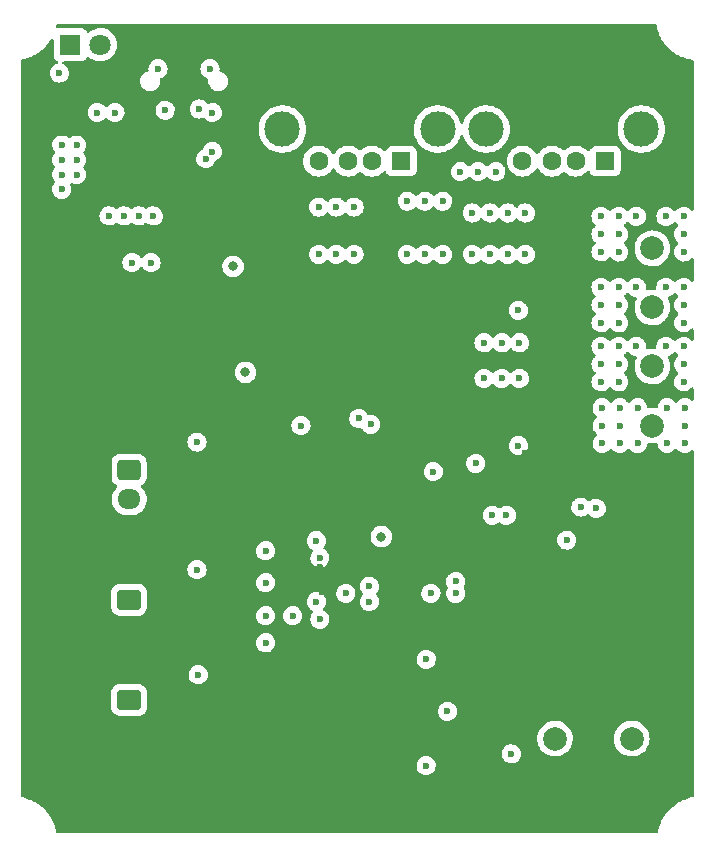
<source format=gbr>
G04 #@! TF.GenerationSoftware,KiCad,Pcbnew,(5.99.0-9218-g05b559c9dc)*
G04 #@! TF.CreationDate,2021-05-16T23:39:12+02:00*
G04 #@! TF.ProjectId,Self_Watering_Plant,53656c66-5f57-4617-9465-72696e675f50,rev?*
G04 #@! TF.SameCoordinates,Original*
G04 #@! TF.FileFunction,Copper,L2,Inr*
G04 #@! TF.FilePolarity,Positive*
%FSLAX46Y46*%
G04 Gerber Fmt 4.6, Leading zero omitted, Abs format (unit mm)*
G04 Created by KiCad (PCBNEW (5.99.0-9218-g05b559c9dc)) date 2021-05-16 23:39:12*
%MOMM*%
%LPD*%
G01*
G04 APERTURE LIST*
G04 Aperture macros list*
%AMRoundRect*
0 Rectangle with rounded corners*
0 $1 Rounding radius*
0 $2 $3 $4 $5 $6 $7 $8 $9 X,Y pos of 4 corners*
0 Add a 4 corners polygon primitive as box body*
4,1,4,$2,$3,$4,$5,$6,$7,$8,$9,$2,$3,0*
0 Add four circle primitives for the rounded corners*
1,1,$1+$1,$2,$3*
1,1,$1+$1,$4,$5*
1,1,$1+$1,$6,$7*
1,1,$1+$1,$8,$9*
0 Add four rect primitives between the rounded corners*
20,1,$1+$1,$2,$3,$4,$5,0*
20,1,$1+$1,$4,$5,$6,$7,0*
20,1,$1+$1,$6,$7,$8,$9,0*
20,1,$1+$1,$8,$9,$2,$3,0*%
G04 Aperture macros list end*
G04 #@! TA.AperFunction,ComponentPad*
%ADD10C,1.600000*%
G04 #@! TD*
G04 #@! TA.AperFunction,ComponentPad*
%ADD11R,1.600000X1.500000*%
G04 #@! TD*
G04 #@! TA.AperFunction,ComponentPad*
%ADD12C,3.000000*%
G04 #@! TD*
G04 #@! TA.AperFunction,ComponentPad*
%ADD13C,2.000000*%
G04 #@! TD*
G04 #@! TA.AperFunction,ComponentPad*
%ADD14O,2.000000X1.700000*%
G04 #@! TD*
G04 #@! TA.AperFunction,ComponentPad*
%ADD15RoundRect,0.250000X-0.750000X0.600000X-0.750000X-0.600000X0.750000X-0.600000X0.750000X0.600000X0*%
G04 #@! TD*
G04 #@! TA.AperFunction,ComponentPad*
%ADD16O,1.000000X1.600000*%
G04 #@! TD*
G04 #@! TA.AperFunction,ComponentPad*
%ADD17O,1.000000X2.100000*%
G04 #@! TD*
G04 #@! TA.AperFunction,ComponentPad*
%ADD18O,1.950000X1.700000*%
G04 #@! TD*
G04 #@! TA.AperFunction,ComponentPad*
%ADD19RoundRect,0.250000X-0.725000X0.600000X-0.725000X-0.600000X0.725000X-0.600000X0.725000X0.600000X0*%
G04 #@! TD*
G04 #@! TA.AperFunction,ComponentPad*
%ADD20C,1.800000*%
G04 #@! TD*
G04 #@! TA.AperFunction,ComponentPad*
%ADD21R,1.800000X1.800000*%
G04 #@! TD*
G04 #@! TA.AperFunction,ViaPad*
%ADD22C,0.600000*%
G04 #@! TD*
G04 #@! TA.AperFunction,ViaPad*
%ADD23C,0.800000*%
G04 #@! TD*
G04 APERTURE END LIST*
D10*
X139500000Y-82860000D03*
X142000000Y-82860000D03*
X144000000Y-82860000D03*
D11*
X146500000Y-82860000D03*
D12*
X136430000Y-80150000D03*
X149570000Y-80150000D03*
D13*
X167750000Y-90250000D03*
X167750000Y-95250000D03*
X167750000Y-100250000D03*
X167750000Y-105250000D03*
D10*
X156750000Y-82860000D03*
X159250000Y-82860000D03*
X161250000Y-82860000D03*
D11*
X163750000Y-82860000D03*
D12*
X153680000Y-80150000D03*
X166820000Y-80150000D03*
D14*
X123450000Y-122500000D03*
D15*
X123450000Y-120000000D03*
D14*
X123450000Y-131000000D03*
D15*
X123450000Y-128500000D03*
D16*
X123780000Y-72425000D03*
X132420000Y-72425000D03*
D17*
X123780000Y-76605000D03*
X132420000Y-76605000D03*
D18*
X123450000Y-114000000D03*
X123450000Y-111500000D03*
D19*
X123450000Y-109000000D03*
D13*
X159500000Y-136250000D03*
X159500000Y-131750000D03*
X166000000Y-136250000D03*
X166000000Y-131750000D03*
D20*
X121015000Y-73000000D03*
D21*
X118475000Y-73000000D03*
D22*
X161700000Y-112150000D03*
D23*
X132250000Y-91775000D03*
X144800000Y-114650000D03*
X133300000Y-100750000D03*
D22*
X121750000Y-87500000D03*
X129200000Y-117450000D03*
X129300000Y-126350000D03*
X139300000Y-120150000D03*
X148600000Y-134050000D03*
X123000000Y-87500000D03*
X138000000Y-105250000D03*
X129200000Y-106650000D03*
X125500000Y-87500000D03*
X163000000Y-112250000D03*
X124250000Y-87500000D03*
X141800000Y-119450000D03*
X139600000Y-121650000D03*
X139300000Y-115000000D03*
X141000000Y-92250000D03*
X164250000Y-112250000D03*
X142500000Y-96750000D03*
X135000000Y-119750000D03*
X139800000Y-119350000D03*
X154400000Y-134050000D03*
D23*
X155000000Y-116250000D03*
D22*
X141000000Y-96750000D03*
X129300000Y-125250000D03*
X120500000Y-91000000D03*
X145500000Y-92250000D03*
X134600000Y-91750000D03*
X119250000Y-77500000D03*
D23*
X148600000Y-113550000D03*
D22*
X155000000Y-96550000D03*
X152000000Y-106750000D03*
X152000000Y-96550000D03*
X155000000Y-106750000D03*
X135000000Y-117150000D03*
X153500000Y-92250000D03*
X147000000Y-96750000D03*
X135000000Y-122450000D03*
X130400000Y-132650000D03*
X139500000Y-96750000D03*
X142500000Y-92250000D03*
X139600000Y-117250000D03*
X132750000Y-82000000D03*
X164200000Y-129650000D03*
D23*
X158500000Y-120250000D03*
D22*
X160100000Y-107650000D03*
X148500000Y-96750000D03*
X155000000Y-92250000D03*
D23*
X155000000Y-118250000D03*
D22*
X157000000Y-107550000D03*
X148500000Y-92250000D03*
X136750000Y-100150000D03*
X147000000Y-92250000D03*
X122275000Y-94175000D03*
X119250000Y-91000000D03*
X136600000Y-114050000D03*
D23*
X158500000Y-118250000D03*
D22*
X153500000Y-106750000D03*
X139500000Y-92250000D03*
X145500000Y-96750000D03*
X118000000Y-91000000D03*
X139100000Y-99950000D03*
X131500000Y-125250000D03*
X148600000Y-132850000D03*
X130400000Y-115850000D03*
X152000000Y-92250000D03*
X135712500Y-86037500D03*
X129950000Y-82650000D03*
X151100000Y-119450000D03*
X151100000Y-118450000D03*
X130500000Y-82050000D03*
X155400000Y-112850000D03*
X142900000Y-104650000D03*
X135000000Y-123650000D03*
X170400000Y-87550000D03*
X155500000Y-87250000D03*
X164900000Y-90550000D03*
X168900000Y-87550000D03*
X152500000Y-87250000D03*
X154000000Y-87250000D03*
X155500000Y-90750000D03*
X157000000Y-87250000D03*
X154000000Y-90750000D03*
X170400000Y-90550000D03*
X152500000Y-90750000D03*
X163400000Y-89050000D03*
X163400000Y-90550000D03*
X157000000Y-90750000D03*
X163400000Y-87550000D03*
X166400000Y-87550000D03*
X164900000Y-89050000D03*
X164900000Y-87550000D03*
X170400000Y-89050000D03*
X155800000Y-133050000D03*
X150400000Y-129450000D03*
X163500000Y-106750000D03*
X166500000Y-106750000D03*
X164900000Y-93550000D03*
X117750000Y-82750000D03*
X169000000Y-103750000D03*
X166400000Y-93550000D03*
X164900000Y-95050000D03*
X165000000Y-103750000D03*
X163500000Y-103750000D03*
X170400000Y-96550000D03*
X163500000Y-105250000D03*
X163400000Y-95050000D03*
X119000000Y-81500000D03*
X170400000Y-93550000D03*
X168900000Y-93550000D03*
X117750000Y-84000000D03*
X166500000Y-103750000D03*
X117750000Y-85250000D03*
X164900000Y-96550000D03*
X170500000Y-106750000D03*
X163400000Y-96550000D03*
X165000000Y-106750000D03*
X165000000Y-105250000D03*
X170500000Y-105250000D03*
X169000000Y-106750000D03*
X119000000Y-82750000D03*
X119000000Y-84000000D03*
X163400000Y-93550000D03*
X117750000Y-81500000D03*
X170400000Y-95050000D03*
X170500000Y-103750000D03*
X129400000Y-78450000D03*
X125300000Y-91450000D03*
X156405000Y-95500000D03*
X152800000Y-108450000D03*
X149200000Y-109150000D03*
X156405000Y-106945000D03*
X117550000Y-75400000D03*
X125900000Y-75050000D03*
X130500000Y-78750000D03*
X130300000Y-75050000D03*
X122250000Y-78750000D03*
X120750000Y-78750000D03*
X148600000Y-125050000D03*
X139600000Y-116450000D03*
X137300000Y-121350000D03*
X154200000Y-112850000D03*
X143900000Y-105150000D03*
X160500000Y-114950000D03*
X143800000Y-120150000D03*
X149000000Y-119450000D03*
X143800000Y-118850000D03*
X135000000Y-121350000D03*
X135000000Y-115850000D03*
X135000000Y-118550000D03*
X155000000Y-101250000D03*
X166400000Y-98550000D03*
X164900000Y-100050000D03*
X164900000Y-101550000D03*
X156500000Y-98250000D03*
X153500000Y-98250000D03*
X155000000Y-98250000D03*
X170400000Y-100050000D03*
X156500000Y-101250000D03*
X163400000Y-101550000D03*
X168900000Y-98550000D03*
X163400000Y-100050000D03*
X170400000Y-101550000D03*
X170400000Y-98550000D03*
X153500000Y-101250000D03*
X163400000Y-98550000D03*
X164900000Y-98550000D03*
X150000000Y-86250000D03*
X153000000Y-83750000D03*
X148500000Y-90750000D03*
X147000000Y-86250000D03*
X154500000Y-83750000D03*
X148500000Y-86250000D03*
X147000000Y-90750000D03*
X150000000Y-90750000D03*
X151500000Y-83750000D03*
X142500000Y-86750000D03*
X139500000Y-90750000D03*
X141000000Y-86750000D03*
X141000000Y-90750000D03*
X142500000Y-90750000D03*
X139500000Y-86750000D03*
X123700000Y-91450000D03*
X126500000Y-78550000D03*
G04 #@! TA.AperFunction,Conductor*
G36*
X168051853Y-71278002D02*
G01*
X168098346Y-71331658D01*
X168105201Y-71353918D01*
X168106034Y-71353712D01*
X168114920Y-71389543D01*
X168115466Y-71391834D01*
X168156827Y-71573048D01*
X168178178Y-71666589D01*
X168184171Y-71692848D01*
X168184674Y-71695151D01*
X168190723Y-71724142D01*
X168192216Y-71731299D01*
X168193579Y-71735194D01*
X168194178Y-71737347D01*
X168194815Y-71739485D01*
X168195733Y-71743506D01*
X168197166Y-71747367D01*
X168197168Y-71747375D01*
X168208578Y-71778125D01*
X168209370Y-71780323D01*
X168310678Y-72069839D01*
X168311336Y-72071720D01*
X168312094Y-72073953D01*
X168320665Y-72100000D01*
X168323648Y-72109066D01*
X168325437Y-72112781D01*
X168326262Y-72114826D01*
X168327149Y-72116912D01*
X168328510Y-72120802D01*
X168330366Y-72124479D01*
X168330370Y-72124488D01*
X168345136Y-72153738D01*
X168346178Y-72155850D01*
X168480153Y-72434051D01*
X168481155Y-72436184D01*
X168494826Y-72465984D01*
X168494830Y-72465991D01*
X168496551Y-72469743D01*
X168498745Y-72473234D01*
X168499795Y-72475177D01*
X168500902Y-72477137D01*
X168502695Y-72480860D01*
X168512508Y-72495847D01*
X168522919Y-72511749D01*
X168524191Y-72513732D01*
X168688457Y-72775160D01*
X168689672Y-72777134D01*
X168708748Y-72808792D01*
X168711322Y-72812020D01*
X168712589Y-72813841D01*
X168713904Y-72815658D01*
X168716100Y-72819153D01*
X168718730Y-72822327D01*
X168718731Y-72822328D01*
X168739635Y-72847558D01*
X168741122Y-72849387D01*
X168933696Y-73090868D01*
X168935119Y-73092688D01*
X168957574Y-73121951D01*
X168960490Y-73124867D01*
X168961986Y-73126573D01*
X168963468Y-73128201D01*
X168966038Y-73131423D01*
X168969007Y-73134283D01*
X168969011Y-73134287D01*
X168992638Y-73157046D01*
X168994320Y-73158697D01*
X169212587Y-73376964D01*
X169214238Y-73378645D01*
X169239897Y-73405282D01*
X169243121Y-73407853D01*
X169244755Y-73409341D01*
X169246453Y-73410830D01*
X169249369Y-73413746D01*
X169278632Y-73436201D01*
X169280451Y-73437623D01*
X169522014Y-73630263D01*
X169523716Y-73631647D01*
X169552168Y-73655220D01*
X169555665Y-73657417D01*
X169557514Y-73658755D01*
X169559302Y-73659999D01*
X169562528Y-73662572D01*
X169566053Y-73664696D01*
X169566066Y-73664705D01*
X169594208Y-73681662D01*
X169596215Y-73682897D01*
X169857594Y-73847133D01*
X169859578Y-73848406D01*
X169886998Y-73866359D01*
X169887006Y-73866364D01*
X169890460Y-73868625D01*
X169894183Y-73870418D01*
X169896180Y-73871546D01*
X169898084Y-73872575D01*
X169901577Y-73874770D01*
X169935244Y-73890214D01*
X169937216Y-73891142D01*
X170215441Y-74025128D01*
X170217547Y-74026166D01*
X170250518Y-74042811D01*
X170254408Y-74044172D01*
X170256427Y-74045031D01*
X170258534Y-74045881D01*
X170262254Y-74047672D01*
X170266170Y-74048961D01*
X170266181Y-74048965D01*
X170297342Y-74059218D01*
X170299513Y-74059955D01*
X170590987Y-74161946D01*
X170593190Y-74162740D01*
X170627814Y-74175587D01*
X170631835Y-74176505D01*
X170633994Y-74177149D01*
X170636135Y-74177744D01*
X170640022Y-74179104D01*
X170667798Y-74184900D01*
X170676133Y-74186639D01*
X170678434Y-74187141D01*
X170979486Y-74255854D01*
X170981777Y-74256400D01*
X171013598Y-74264292D01*
X171013605Y-74264293D01*
X171017608Y-74265286D01*
X171021718Y-74265749D01*
X171023890Y-74266139D01*
X171026101Y-74266494D01*
X171030130Y-74267413D01*
X171034236Y-74267798D01*
X171066867Y-74270858D01*
X171069210Y-74271100D01*
X171130556Y-74278012D01*
X171196009Y-74305516D01*
X171236202Y-74364039D01*
X171242449Y-74403196D01*
X171244801Y-86947693D01*
X171224812Y-87015818D01*
X171171165Y-87062321D01*
X171100893Y-87072438D01*
X171036306Y-87042957D01*
X171029422Y-87036526D01*
X170909742Y-86916009D01*
X170756615Y-86818831D01*
X170585763Y-86757994D01*
X170578771Y-86757160D01*
X170578770Y-86757160D01*
X170488140Y-86746353D01*
X170405679Y-86736520D01*
X170398676Y-86737256D01*
X170398675Y-86737256D01*
X170232321Y-86754740D01*
X170232317Y-86754741D01*
X170225313Y-86755477D01*
X170218642Y-86757748D01*
X170060299Y-86811652D01*
X170060296Y-86811653D01*
X170053629Y-86813923D01*
X169899159Y-86908953D01*
X169769583Y-87035844D01*
X169765772Y-87041757D01*
X169765769Y-87041761D01*
X169756514Y-87056123D01*
X169702800Y-87102549D01*
X169632513Y-87112564D01*
X169567969Y-87082989D01*
X169543748Y-87054638D01*
X169541269Y-87050672D01*
X169537535Y-87044696D01*
X169532213Y-87039336D01*
X169414710Y-86921012D01*
X169409742Y-86916009D01*
X169256615Y-86818831D01*
X169085763Y-86757994D01*
X169078771Y-86757160D01*
X169078770Y-86757160D01*
X168988140Y-86746353D01*
X168905679Y-86736520D01*
X168898676Y-86737256D01*
X168898675Y-86737256D01*
X168732321Y-86754740D01*
X168732317Y-86754741D01*
X168725313Y-86755477D01*
X168718642Y-86757748D01*
X168560299Y-86811652D01*
X168560296Y-86811653D01*
X168553629Y-86813923D01*
X168399159Y-86908953D01*
X168269583Y-87035844D01*
X168265772Y-87041758D01*
X168265770Y-87041760D01*
X168233893Y-87091224D01*
X168171338Y-87188289D01*
X168155557Y-87231648D01*
X168111720Y-87352089D01*
X168111719Y-87352093D01*
X168109310Y-87358712D01*
X168086579Y-87538642D01*
X168104277Y-87719136D01*
X168106501Y-87725821D01*
X168106501Y-87725822D01*
X168123781Y-87777767D01*
X168161523Y-87891224D01*
X168165170Y-87897246D01*
X168165171Y-87897248D01*
X168251787Y-88040268D01*
X168255472Y-88046353D01*
X168381456Y-88176813D01*
X168387348Y-88180668D01*
X168387352Y-88180672D01*
X168456803Y-88226119D01*
X168533211Y-88276119D01*
X168703197Y-88339336D01*
X168710178Y-88340267D01*
X168710180Y-88340268D01*
X168759766Y-88346884D01*
X168882963Y-88363322D01*
X168889974Y-88362684D01*
X168889978Y-88362684D01*
X169030059Y-88349934D01*
X169063577Y-88346884D01*
X169070279Y-88344706D01*
X169070281Y-88344706D01*
X169229361Y-88293018D01*
X169229364Y-88293017D01*
X169236060Y-88290841D01*
X169391841Y-88197977D01*
X169523177Y-88072908D01*
X169543304Y-88042615D01*
X169597659Y-87996947D01*
X169668078Y-87987914D01*
X169732203Y-88018387D01*
X169748078Y-88035466D01*
X169751824Y-88040330D01*
X169755472Y-88046353D01*
X169881456Y-88176813D01*
X169887348Y-88180668D01*
X169887352Y-88180672D01*
X169906747Y-88193363D01*
X169952796Y-88247400D01*
X169962319Y-88317755D01*
X169932294Y-88382090D01*
X169910404Y-88400529D01*
X169910712Y-88400923D01*
X169905158Y-88405262D01*
X169899159Y-88408953D01*
X169769583Y-88535844D01*
X169765772Y-88541758D01*
X169765770Y-88541760D01*
X169763878Y-88544696D01*
X169671338Y-88688289D01*
X169653455Y-88737422D01*
X169611720Y-88852089D01*
X169611719Y-88852093D01*
X169609310Y-88858712D01*
X169586579Y-89038642D01*
X169604277Y-89219136D01*
X169661523Y-89391224D01*
X169665170Y-89397246D01*
X169665171Y-89397248D01*
X169748879Y-89535466D01*
X169755472Y-89546353D01*
X169881456Y-89676813D01*
X169887348Y-89680668D01*
X169887352Y-89680672D01*
X169906747Y-89693363D01*
X169952796Y-89747400D01*
X169962319Y-89817755D01*
X169932294Y-89882090D01*
X169910404Y-89900529D01*
X169910712Y-89900923D01*
X169905158Y-89905262D01*
X169899159Y-89908953D01*
X169769583Y-90035844D01*
X169765772Y-90041758D01*
X169765770Y-90041760D01*
X169764634Y-90043523D01*
X169671338Y-90188289D01*
X169655822Y-90230919D01*
X169611720Y-90352089D01*
X169611719Y-90352093D01*
X169609310Y-90358712D01*
X169586579Y-90538642D01*
X169604277Y-90719136D01*
X169606501Y-90725821D01*
X169606501Y-90725822D01*
X169617503Y-90758895D01*
X169661523Y-90891224D01*
X169665170Y-90897246D01*
X169665171Y-90897248D01*
X169750740Y-91038539D01*
X169755472Y-91046353D01*
X169881456Y-91176813D01*
X169887348Y-91180668D01*
X169887352Y-91180672D01*
X169967548Y-91233150D01*
X170033211Y-91276119D01*
X170203197Y-91339336D01*
X170210178Y-91340267D01*
X170210180Y-91340268D01*
X170259766Y-91346884D01*
X170382963Y-91363322D01*
X170389974Y-91362684D01*
X170389978Y-91362684D01*
X170530059Y-91349934D01*
X170563577Y-91346884D01*
X170570279Y-91344706D01*
X170570281Y-91344706D01*
X170729361Y-91293018D01*
X170729364Y-91293017D01*
X170736060Y-91290841D01*
X170891841Y-91197977D01*
X171023177Y-91072908D01*
X171024563Y-91070821D01*
X171082176Y-91032490D01*
X171153164Y-91031362D01*
X171213492Y-91068793D01*
X171244007Y-91132897D01*
X171245590Y-91152783D01*
X171245927Y-92948826D01*
X171225938Y-93016951D01*
X171172291Y-93063454D01*
X171102019Y-93073571D01*
X171037432Y-93044090D01*
X171030522Y-93037634D01*
X170914710Y-92921011D01*
X170914706Y-92921008D01*
X170909742Y-92916009D01*
X170756615Y-92818831D01*
X170585763Y-92757994D01*
X170578771Y-92757160D01*
X170578770Y-92757160D01*
X170495721Y-92747257D01*
X170405679Y-92736520D01*
X170398676Y-92737256D01*
X170398675Y-92737256D01*
X170232321Y-92754740D01*
X170232317Y-92754741D01*
X170225313Y-92755477D01*
X170218642Y-92757748D01*
X170060299Y-92811652D01*
X170060296Y-92811653D01*
X170053629Y-92813923D01*
X169899159Y-92908953D01*
X169769583Y-93035844D01*
X169765772Y-93041757D01*
X169765769Y-93041761D01*
X169756514Y-93056123D01*
X169702800Y-93102549D01*
X169632513Y-93112564D01*
X169567969Y-93082989D01*
X169543748Y-93054638D01*
X169541269Y-93050672D01*
X169537535Y-93044696D01*
X169528745Y-93035844D01*
X169414710Y-92921012D01*
X169414709Y-92921011D01*
X169409742Y-92916009D01*
X169256615Y-92818831D01*
X169085763Y-92757994D01*
X169078771Y-92757160D01*
X169078770Y-92757160D01*
X168995721Y-92747257D01*
X168905679Y-92736520D01*
X168898676Y-92737256D01*
X168898675Y-92737256D01*
X168732321Y-92754740D01*
X168732317Y-92754741D01*
X168725313Y-92755477D01*
X168718642Y-92757748D01*
X168560299Y-92811652D01*
X168560296Y-92811653D01*
X168553629Y-92813923D01*
X168399159Y-92908953D01*
X168269583Y-93035844D01*
X168265772Y-93041758D01*
X168265770Y-93041760D01*
X168263878Y-93044696D01*
X168171338Y-93188289D01*
X168150256Y-93246211D01*
X168111720Y-93352089D01*
X168111719Y-93352093D01*
X168109310Y-93358712D01*
X168086579Y-93538642D01*
X168089920Y-93572714D01*
X168093913Y-93613439D01*
X168080654Y-93683187D01*
X168031791Y-93734694D01*
X167962838Y-93751607D01*
X167949687Y-93749948D01*
X167949667Y-93750103D01*
X167944645Y-93749469D01*
X167939692Y-93748434D01*
X167697180Y-93737422D01*
X167692160Y-93738003D01*
X167692156Y-93738003D01*
X167461056Y-93764742D01*
X167456026Y-93765324D01*
X167451155Y-93766702D01*
X167451152Y-93766703D01*
X167413291Y-93777417D01*
X167360915Y-93792238D01*
X167289923Y-93791540D01*
X167230577Y-93752571D01*
X167201720Y-93687704D01*
X167201834Y-93653462D01*
X167212632Y-93576634D01*
X167213183Y-93572714D01*
X167213500Y-93550000D01*
X167193284Y-93369770D01*
X167133641Y-93198498D01*
X167055578Y-93073571D01*
X167041267Y-93050668D01*
X167041266Y-93050666D01*
X167037535Y-93044696D01*
X167028745Y-93035844D01*
X166914710Y-92921012D01*
X166914709Y-92921011D01*
X166909742Y-92916009D01*
X166756615Y-92818831D01*
X166585763Y-92757994D01*
X166578771Y-92757160D01*
X166578770Y-92757160D01*
X166495721Y-92747257D01*
X166405679Y-92736520D01*
X166398676Y-92737256D01*
X166398675Y-92737256D01*
X166232321Y-92754740D01*
X166232317Y-92754741D01*
X166225313Y-92755477D01*
X166218642Y-92757748D01*
X166060299Y-92811652D01*
X166060296Y-92811653D01*
X166053629Y-92813923D01*
X165899159Y-92908953D01*
X165769583Y-93035844D01*
X165765772Y-93041757D01*
X165765769Y-93041761D01*
X165756514Y-93056123D01*
X165702800Y-93102549D01*
X165632513Y-93112564D01*
X165567969Y-93082989D01*
X165543748Y-93054638D01*
X165541269Y-93050672D01*
X165537535Y-93044696D01*
X165528745Y-93035844D01*
X165414710Y-92921012D01*
X165414709Y-92921011D01*
X165409742Y-92916009D01*
X165256615Y-92818831D01*
X165085763Y-92757994D01*
X165078771Y-92757160D01*
X165078770Y-92757160D01*
X164995721Y-92747257D01*
X164905679Y-92736520D01*
X164898676Y-92737256D01*
X164898675Y-92737256D01*
X164732321Y-92754740D01*
X164732317Y-92754741D01*
X164725313Y-92755477D01*
X164718642Y-92757748D01*
X164560299Y-92811652D01*
X164560296Y-92811653D01*
X164553629Y-92813923D01*
X164399159Y-92908953D01*
X164269583Y-93035844D01*
X164265772Y-93041757D01*
X164265769Y-93041761D01*
X164256514Y-93056123D01*
X164202800Y-93102549D01*
X164132513Y-93112564D01*
X164067969Y-93082989D01*
X164043748Y-93054638D01*
X164041269Y-93050672D01*
X164037535Y-93044696D01*
X164028745Y-93035844D01*
X163914710Y-92921012D01*
X163914709Y-92921011D01*
X163909742Y-92916009D01*
X163756615Y-92818831D01*
X163585763Y-92757994D01*
X163578771Y-92757160D01*
X163578770Y-92757160D01*
X163495721Y-92747257D01*
X163405679Y-92736520D01*
X163398676Y-92737256D01*
X163398675Y-92737256D01*
X163232321Y-92754740D01*
X163232317Y-92754741D01*
X163225313Y-92755477D01*
X163218642Y-92757748D01*
X163060299Y-92811652D01*
X163060296Y-92811653D01*
X163053629Y-92813923D01*
X162899159Y-92908953D01*
X162769583Y-93035844D01*
X162765772Y-93041758D01*
X162765770Y-93041760D01*
X162763878Y-93044696D01*
X162671338Y-93188289D01*
X162650256Y-93246211D01*
X162611720Y-93352089D01*
X162611719Y-93352093D01*
X162609310Y-93358712D01*
X162586579Y-93538642D01*
X162604277Y-93719136D01*
X162661523Y-93891224D01*
X162665170Y-93897246D01*
X162665171Y-93897248D01*
X162748879Y-94035466D01*
X162755472Y-94046353D01*
X162881456Y-94176813D01*
X162887348Y-94180668D01*
X162887352Y-94180672D01*
X162906747Y-94193363D01*
X162952796Y-94247400D01*
X162962319Y-94317755D01*
X162932294Y-94382090D01*
X162910404Y-94400529D01*
X162910712Y-94400923D01*
X162905158Y-94405262D01*
X162899159Y-94408953D01*
X162769583Y-94535844D01*
X162765772Y-94541758D01*
X162765770Y-94541760D01*
X162757471Y-94554638D01*
X162671338Y-94688289D01*
X162665082Y-94705477D01*
X162611720Y-94852089D01*
X162611719Y-94852093D01*
X162609310Y-94858712D01*
X162586579Y-95038642D01*
X162604277Y-95219136D01*
X162661523Y-95391224D01*
X162665170Y-95397246D01*
X162665171Y-95397248D01*
X162748879Y-95535466D01*
X162755472Y-95546353D01*
X162881456Y-95676813D01*
X162887348Y-95680668D01*
X162887352Y-95680672D01*
X162906747Y-95693363D01*
X162952796Y-95747400D01*
X162962319Y-95817755D01*
X162932294Y-95882090D01*
X162910404Y-95900529D01*
X162910712Y-95900923D01*
X162905158Y-95905262D01*
X162899159Y-95908953D01*
X162769583Y-96035844D01*
X162765772Y-96041758D01*
X162765770Y-96041760D01*
X162739200Y-96082989D01*
X162671338Y-96188289D01*
X162658974Y-96222259D01*
X162611720Y-96352089D01*
X162611719Y-96352093D01*
X162609310Y-96358712D01*
X162586579Y-96538642D01*
X162604277Y-96719136D01*
X162661523Y-96891224D01*
X162665170Y-96897246D01*
X162665171Y-96897248D01*
X162748879Y-97035466D01*
X162755472Y-97046353D01*
X162881456Y-97176813D01*
X162887348Y-97180668D01*
X162887352Y-97180672D01*
X162919311Y-97201585D01*
X163033211Y-97276119D01*
X163203197Y-97339336D01*
X163210178Y-97340267D01*
X163210180Y-97340268D01*
X163259766Y-97346884D01*
X163382963Y-97363322D01*
X163389974Y-97362684D01*
X163389978Y-97362684D01*
X163530059Y-97349934D01*
X163563577Y-97346884D01*
X163570279Y-97344706D01*
X163570281Y-97344706D01*
X163729361Y-97293018D01*
X163729364Y-97293017D01*
X163736060Y-97290841D01*
X163891841Y-97197977D01*
X164023177Y-97072908D01*
X164043304Y-97042615D01*
X164097659Y-96996947D01*
X164168078Y-96987914D01*
X164232203Y-97018387D01*
X164248078Y-97035466D01*
X164251824Y-97040330D01*
X164255472Y-97046353D01*
X164381456Y-97176813D01*
X164387348Y-97180668D01*
X164387352Y-97180672D01*
X164419311Y-97201585D01*
X164533211Y-97276119D01*
X164703197Y-97339336D01*
X164710178Y-97340267D01*
X164710180Y-97340268D01*
X164759766Y-97346884D01*
X164882963Y-97363322D01*
X164889974Y-97362684D01*
X164889978Y-97362684D01*
X165030059Y-97349934D01*
X165063577Y-97346884D01*
X165070279Y-97344706D01*
X165070281Y-97344706D01*
X165229361Y-97293018D01*
X165229364Y-97293017D01*
X165236060Y-97290841D01*
X165391841Y-97197977D01*
X165523177Y-97072908D01*
X165623540Y-96921849D01*
X165687942Y-96752309D01*
X165713183Y-96572714D01*
X165713500Y-96550000D01*
X165693284Y-96369770D01*
X165633641Y-96198498D01*
X165588847Y-96126813D01*
X165541267Y-96050668D01*
X165541266Y-96050666D01*
X165537535Y-96044696D01*
X165528745Y-96035844D01*
X165414710Y-95921012D01*
X165409742Y-95916009D01*
X165395904Y-95907227D01*
X165349107Y-95853836D01*
X165338605Y-95783621D01*
X165367731Y-95718873D01*
X165386559Y-95701126D01*
X165391841Y-95697977D01*
X165523177Y-95572908D01*
X165623540Y-95421849D01*
X165687942Y-95252309D01*
X165707545Y-95112828D01*
X165712632Y-95076636D01*
X165712632Y-95076633D01*
X165713183Y-95072714D01*
X165713500Y-95050000D01*
X165693284Y-94869770D01*
X165633641Y-94698498D01*
X165549433Y-94563737D01*
X165541267Y-94550668D01*
X165541266Y-94550666D01*
X165537535Y-94544696D01*
X165528745Y-94535844D01*
X165414710Y-94421012D01*
X165409742Y-94416009D01*
X165395904Y-94407227D01*
X165349107Y-94353836D01*
X165338605Y-94283621D01*
X165367731Y-94218873D01*
X165386559Y-94201126D01*
X165391841Y-94197977D01*
X165523177Y-94072908D01*
X165543304Y-94042615D01*
X165597659Y-93996947D01*
X165668078Y-93987914D01*
X165732203Y-94018387D01*
X165748078Y-94035466D01*
X165751824Y-94040330D01*
X165755472Y-94046353D01*
X165881456Y-94176813D01*
X165887348Y-94180668D01*
X165887352Y-94180672D01*
X165917621Y-94200479D01*
X166033211Y-94276119D01*
X166203197Y-94339336D01*
X166210178Y-94340267D01*
X166210180Y-94340268D01*
X166259766Y-94346884D01*
X166324531Y-94355525D01*
X166389407Y-94384360D01*
X166428395Y-94443694D01*
X166429116Y-94514687D01*
X166418911Y-94539957D01*
X166363085Y-94644072D01*
X166361439Y-94648853D01*
X166361437Y-94648857D01*
X166317252Y-94777179D01*
X166284049Y-94873608D01*
X166242729Y-95112828D01*
X166240187Y-95355576D01*
X166240944Y-95360579D01*
X166240944Y-95360584D01*
X166266790Y-95531484D01*
X166276488Y-95595609D01*
X166278034Y-95600425D01*
X166278035Y-95600428D01*
X166346582Y-95813923D01*
X166350700Y-95826750D01*
X166460911Y-96043053D01*
X166466487Y-96050672D01*
X166594896Y-96226119D01*
X166604288Y-96238952D01*
X166777141Y-96409408D01*
X166781266Y-96412340D01*
X166781269Y-96412342D01*
X166970898Y-96547105D01*
X166970902Y-96547108D01*
X166975023Y-96550036D01*
X166979561Y-96552269D01*
X166979566Y-96552272D01*
X167137602Y-96630035D01*
X167192843Y-96657217D01*
X167197678Y-96658695D01*
X167197680Y-96658696D01*
X167276295Y-96682730D01*
X167424998Y-96728193D01*
X167430017Y-96728880D01*
X167430019Y-96728881D01*
X167601047Y-96752309D01*
X167665514Y-96761140D01*
X167734858Y-96759445D01*
X167903143Y-96755333D01*
X167903147Y-96755333D01*
X167908204Y-96755209D01*
X168146823Y-96710552D01*
X168375234Y-96628320D01*
X168587558Y-96510626D01*
X168591536Y-96507496D01*
X168591540Y-96507493D01*
X168774358Y-96363629D01*
X168774359Y-96363628D01*
X168778334Y-96360500D01*
X168781756Y-96356779D01*
X168939231Y-96185527D01*
X168939234Y-96185523D01*
X168942654Y-96181804D01*
X169076290Y-95979134D01*
X169102411Y-95921012D01*
X169173730Y-95762322D01*
X169173732Y-95762316D01*
X169175804Y-95757706D01*
X169177113Y-95752821D01*
X169237327Y-95528098D01*
X169237327Y-95528097D01*
X169238635Y-95523216D01*
X169263168Y-95281696D01*
X169263500Y-95250000D01*
X169255869Y-95155155D01*
X169244437Y-95013061D01*
X169244436Y-95013056D01*
X169244031Y-95008020D01*
X169240759Y-94994696D01*
X169187331Y-94777179D01*
X169186124Y-94772265D01*
X169157638Y-94705155D01*
X169094377Y-94556123D01*
X169091269Y-94548801D01*
X169088571Y-94544516D01*
X169088568Y-94544511D01*
X169067258Y-94510671D01*
X169047883Y-94442369D01*
X169068512Y-94374435D01*
X169122593Y-94328438D01*
X169134942Y-94323696D01*
X169229361Y-94293018D01*
X169229364Y-94293017D01*
X169236060Y-94290841D01*
X169391841Y-94197977D01*
X169523177Y-94072908D01*
X169543304Y-94042615D01*
X169597659Y-93996947D01*
X169668078Y-93987914D01*
X169732203Y-94018387D01*
X169748078Y-94035466D01*
X169751824Y-94040330D01*
X169755472Y-94046353D01*
X169881456Y-94176813D01*
X169887348Y-94180668D01*
X169887352Y-94180672D01*
X169906747Y-94193363D01*
X169952796Y-94247400D01*
X169962319Y-94317755D01*
X169932294Y-94382090D01*
X169910404Y-94400529D01*
X169910712Y-94400923D01*
X169905158Y-94405262D01*
X169899159Y-94408953D01*
X169769583Y-94535844D01*
X169765772Y-94541758D01*
X169765770Y-94541760D01*
X169757471Y-94554638D01*
X169671338Y-94688289D01*
X169665082Y-94705477D01*
X169611720Y-94852089D01*
X169611719Y-94852093D01*
X169609310Y-94858712D01*
X169586579Y-95038642D01*
X169604277Y-95219136D01*
X169661523Y-95391224D01*
X169665170Y-95397246D01*
X169665171Y-95397248D01*
X169748879Y-95535466D01*
X169755472Y-95546353D01*
X169881456Y-95676813D01*
X169887348Y-95680668D01*
X169887352Y-95680672D01*
X169906747Y-95693363D01*
X169952796Y-95747400D01*
X169962319Y-95817755D01*
X169932294Y-95882090D01*
X169910404Y-95900529D01*
X169910712Y-95900923D01*
X169905158Y-95905262D01*
X169899159Y-95908953D01*
X169769583Y-96035844D01*
X169765772Y-96041758D01*
X169765770Y-96041760D01*
X169739200Y-96082989D01*
X169671338Y-96188289D01*
X169658974Y-96222259D01*
X169611720Y-96352089D01*
X169611719Y-96352093D01*
X169609310Y-96358712D01*
X169586579Y-96538642D01*
X169604277Y-96719136D01*
X169661523Y-96891224D01*
X169665170Y-96897246D01*
X169665171Y-96897248D01*
X169748879Y-97035466D01*
X169755472Y-97046353D01*
X169881456Y-97176813D01*
X169887348Y-97180668D01*
X169887352Y-97180672D01*
X169919311Y-97201585D01*
X170033211Y-97276119D01*
X170203197Y-97339336D01*
X170210178Y-97340267D01*
X170210180Y-97340268D01*
X170259766Y-97346884D01*
X170382963Y-97363322D01*
X170389974Y-97362684D01*
X170389978Y-97362684D01*
X170530059Y-97349934D01*
X170563577Y-97346884D01*
X170570279Y-97344706D01*
X170570281Y-97344706D01*
X170729361Y-97293018D01*
X170729364Y-97293017D01*
X170736060Y-97290841D01*
X170891841Y-97197977D01*
X171023177Y-97072908D01*
X171025268Y-97069761D01*
X171083300Y-97031149D01*
X171154288Y-97030021D01*
X171214616Y-97067451D01*
X171245132Y-97131555D01*
X171246715Y-97151442D01*
X171246860Y-97921012D01*
X171246865Y-97949770D01*
X171226876Y-98017895D01*
X171173229Y-98064398D01*
X171102957Y-98074515D01*
X171038370Y-98045034D01*
X171031460Y-98038579D01*
X171028744Y-98035844D01*
X170909742Y-97916009D01*
X170756615Y-97818831D01*
X170585763Y-97757994D01*
X170578771Y-97757160D01*
X170578770Y-97757160D01*
X170474244Y-97744696D01*
X170405679Y-97736520D01*
X170398676Y-97737256D01*
X170398675Y-97737256D01*
X170232321Y-97754740D01*
X170232317Y-97754741D01*
X170225313Y-97755477D01*
X170218642Y-97757748D01*
X170060299Y-97811652D01*
X170060296Y-97811653D01*
X170053629Y-97813923D01*
X169899159Y-97908953D01*
X169769583Y-98035844D01*
X169765772Y-98041757D01*
X169765769Y-98041761D01*
X169756514Y-98056123D01*
X169702800Y-98102549D01*
X169632513Y-98112564D01*
X169567969Y-98082989D01*
X169543748Y-98054638D01*
X169541269Y-98050672D01*
X169537535Y-98044696D01*
X169531461Y-98038579D01*
X169414710Y-97921012D01*
X169409742Y-97916009D01*
X169256615Y-97818831D01*
X169085763Y-97757994D01*
X169078771Y-97757160D01*
X169078770Y-97757160D01*
X168974244Y-97744696D01*
X168905679Y-97736520D01*
X168898676Y-97737256D01*
X168898675Y-97737256D01*
X168732321Y-97754740D01*
X168732317Y-97754741D01*
X168725313Y-97755477D01*
X168718642Y-97757748D01*
X168560299Y-97811652D01*
X168560296Y-97811653D01*
X168553629Y-97813923D01*
X168399159Y-97908953D01*
X168269583Y-98035844D01*
X168265772Y-98041758D01*
X168265770Y-98041760D01*
X168257471Y-98054638D01*
X168171338Y-98188289D01*
X168155557Y-98231648D01*
X168111720Y-98352089D01*
X168111719Y-98352093D01*
X168109310Y-98358712D01*
X168086579Y-98538642D01*
X168089920Y-98572714D01*
X168093913Y-98613439D01*
X168080654Y-98683187D01*
X168031791Y-98734694D01*
X167962838Y-98751607D01*
X167949687Y-98749948D01*
X167949667Y-98750103D01*
X167944645Y-98749469D01*
X167939692Y-98748434D01*
X167697180Y-98737422D01*
X167692160Y-98738003D01*
X167692156Y-98738003D01*
X167461056Y-98764742D01*
X167456026Y-98765324D01*
X167451155Y-98766702D01*
X167451152Y-98766703D01*
X167449972Y-98767037D01*
X167360915Y-98792238D01*
X167289923Y-98791540D01*
X167230577Y-98752571D01*
X167201720Y-98687704D01*
X167201834Y-98653462D01*
X167207204Y-98615259D01*
X167213183Y-98572714D01*
X167213500Y-98550000D01*
X167193284Y-98369770D01*
X167133641Y-98198498D01*
X167061463Y-98082989D01*
X167041267Y-98050668D01*
X167041266Y-98050666D01*
X167037535Y-98044696D01*
X167031461Y-98038579D01*
X166914710Y-97921012D01*
X166909742Y-97916009D01*
X166756615Y-97818831D01*
X166585763Y-97757994D01*
X166578771Y-97757160D01*
X166578770Y-97757160D01*
X166474244Y-97744696D01*
X166405679Y-97736520D01*
X166398676Y-97737256D01*
X166398675Y-97737256D01*
X166232321Y-97754740D01*
X166232317Y-97754741D01*
X166225313Y-97755477D01*
X166218642Y-97757748D01*
X166060299Y-97811652D01*
X166060296Y-97811653D01*
X166053629Y-97813923D01*
X165899159Y-97908953D01*
X165769583Y-98035844D01*
X165765772Y-98041757D01*
X165765769Y-98041761D01*
X165756514Y-98056123D01*
X165702800Y-98102549D01*
X165632513Y-98112564D01*
X165567969Y-98082989D01*
X165543748Y-98054638D01*
X165541269Y-98050672D01*
X165537535Y-98044696D01*
X165531461Y-98038579D01*
X165414710Y-97921012D01*
X165409742Y-97916009D01*
X165256615Y-97818831D01*
X165085763Y-97757994D01*
X165078771Y-97757160D01*
X165078770Y-97757160D01*
X164974244Y-97744696D01*
X164905679Y-97736520D01*
X164898676Y-97737256D01*
X164898675Y-97737256D01*
X164732321Y-97754740D01*
X164732317Y-97754741D01*
X164725313Y-97755477D01*
X164718642Y-97757748D01*
X164560299Y-97811652D01*
X164560296Y-97811653D01*
X164553629Y-97813923D01*
X164399159Y-97908953D01*
X164269583Y-98035844D01*
X164265772Y-98041757D01*
X164265769Y-98041761D01*
X164256514Y-98056123D01*
X164202800Y-98102549D01*
X164132513Y-98112564D01*
X164067969Y-98082989D01*
X164043748Y-98054638D01*
X164041269Y-98050672D01*
X164037535Y-98044696D01*
X164031461Y-98038579D01*
X163914710Y-97921012D01*
X163909742Y-97916009D01*
X163756615Y-97818831D01*
X163585763Y-97757994D01*
X163578771Y-97757160D01*
X163578770Y-97757160D01*
X163474244Y-97744696D01*
X163405679Y-97736520D01*
X163398676Y-97737256D01*
X163398675Y-97737256D01*
X163232321Y-97754740D01*
X163232317Y-97754741D01*
X163225313Y-97755477D01*
X163218642Y-97757748D01*
X163060299Y-97811652D01*
X163060296Y-97811653D01*
X163053629Y-97813923D01*
X162899159Y-97908953D01*
X162769583Y-98035844D01*
X162765772Y-98041758D01*
X162765770Y-98041760D01*
X162757471Y-98054638D01*
X162671338Y-98188289D01*
X162655557Y-98231648D01*
X162611720Y-98352089D01*
X162611719Y-98352093D01*
X162609310Y-98358712D01*
X162586579Y-98538642D01*
X162604277Y-98719136D01*
X162606501Y-98725821D01*
X162606501Y-98725822D01*
X162623781Y-98777767D01*
X162661523Y-98891224D01*
X162665170Y-98897246D01*
X162665171Y-98897248D01*
X162751787Y-99040268D01*
X162755472Y-99046353D01*
X162881456Y-99176813D01*
X162887348Y-99180668D01*
X162887352Y-99180672D01*
X162906747Y-99193363D01*
X162952796Y-99247400D01*
X162962319Y-99317755D01*
X162932294Y-99382090D01*
X162910404Y-99400529D01*
X162910712Y-99400923D01*
X162905158Y-99405262D01*
X162899159Y-99408953D01*
X162769583Y-99535844D01*
X162765772Y-99541758D01*
X162765770Y-99541760D01*
X162739200Y-99582989D01*
X162671338Y-99688289D01*
X162650256Y-99746211D01*
X162611720Y-99852089D01*
X162611719Y-99852093D01*
X162609310Y-99858712D01*
X162586579Y-100038642D01*
X162604277Y-100219136D01*
X162661523Y-100391224D01*
X162665170Y-100397246D01*
X162665171Y-100397248D01*
X162748879Y-100535466D01*
X162755472Y-100546353D01*
X162881456Y-100676813D01*
X162887348Y-100680668D01*
X162887352Y-100680672D01*
X162906747Y-100693363D01*
X162952796Y-100747400D01*
X162962319Y-100817755D01*
X162932294Y-100882090D01*
X162910404Y-100900529D01*
X162910712Y-100900923D01*
X162905158Y-100905262D01*
X162899159Y-100908953D01*
X162769583Y-101035844D01*
X162765772Y-101041758D01*
X162765770Y-101041760D01*
X162743208Y-101076769D01*
X162671338Y-101188289D01*
X162655557Y-101231648D01*
X162611720Y-101352089D01*
X162611719Y-101352093D01*
X162609310Y-101358712D01*
X162586579Y-101538642D01*
X162604277Y-101719136D01*
X162606501Y-101725821D01*
X162606501Y-101725822D01*
X162623781Y-101777767D01*
X162661523Y-101891224D01*
X162665170Y-101897246D01*
X162665171Y-101897248D01*
X162751787Y-102040268D01*
X162755472Y-102046353D01*
X162881456Y-102176813D01*
X162887348Y-102180668D01*
X162887352Y-102180672D01*
X162919311Y-102201585D01*
X163033211Y-102276119D01*
X163203197Y-102339336D01*
X163210178Y-102340267D01*
X163210180Y-102340268D01*
X163259766Y-102346884D01*
X163382963Y-102363322D01*
X163389974Y-102362684D01*
X163389978Y-102362684D01*
X163530059Y-102349934D01*
X163563577Y-102346884D01*
X163570279Y-102344706D01*
X163570281Y-102344706D01*
X163729361Y-102293018D01*
X163729364Y-102293017D01*
X163736060Y-102290841D01*
X163891841Y-102197977D01*
X164023177Y-102072908D01*
X164043304Y-102042615D01*
X164097659Y-101996947D01*
X164168078Y-101987914D01*
X164232203Y-102018387D01*
X164248078Y-102035466D01*
X164251824Y-102040330D01*
X164255472Y-102046353D01*
X164381456Y-102176813D01*
X164387348Y-102180668D01*
X164387352Y-102180672D01*
X164419311Y-102201585D01*
X164533211Y-102276119D01*
X164703197Y-102339336D01*
X164710178Y-102340267D01*
X164710180Y-102340268D01*
X164759766Y-102346884D01*
X164882963Y-102363322D01*
X164889974Y-102362684D01*
X164889978Y-102362684D01*
X165030059Y-102349934D01*
X165063577Y-102346884D01*
X165070279Y-102344706D01*
X165070281Y-102344706D01*
X165229361Y-102293018D01*
X165229364Y-102293017D01*
X165236060Y-102290841D01*
X165391841Y-102197977D01*
X165523177Y-102072908D01*
X165623540Y-101921849D01*
X165687942Y-101752309D01*
X165706277Y-101621849D01*
X165712632Y-101576636D01*
X165712632Y-101576633D01*
X165713183Y-101572714D01*
X165713500Y-101550000D01*
X165693284Y-101369770D01*
X165633641Y-101198498D01*
X165561463Y-101082989D01*
X165541267Y-101050668D01*
X165541266Y-101050666D01*
X165537535Y-101044696D01*
X165528745Y-101035844D01*
X165467844Y-100974517D01*
X165409742Y-100916009D01*
X165395904Y-100907227D01*
X165349107Y-100853836D01*
X165338605Y-100783621D01*
X165367731Y-100718873D01*
X165386559Y-100701126D01*
X165391841Y-100697977D01*
X165523177Y-100572908D01*
X165597955Y-100460358D01*
X165619639Y-100427721D01*
X165619640Y-100427719D01*
X165623540Y-100421849D01*
X165687942Y-100252309D01*
X165707545Y-100112828D01*
X165712632Y-100076636D01*
X165712632Y-100076633D01*
X165713183Y-100072714D01*
X165713500Y-100050000D01*
X165693284Y-99869770D01*
X165633641Y-99698498D01*
X165550023Y-99564681D01*
X165541267Y-99550668D01*
X165541266Y-99550666D01*
X165537535Y-99544696D01*
X165528745Y-99535844D01*
X165414710Y-99421012D01*
X165409742Y-99416009D01*
X165395904Y-99407227D01*
X165349107Y-99353836D01*
X165338605Y-99283621D01*
X165367731Y-99218873D01*
X165386559Y-99201126D01*
X165391841Y-99197977D01*
X165523177Y-99072908D01*
X165543304Y-99042615D01*
X165597659Y-98996947D01*
X165668078Y-98987914D01*
X165732203Y-99018387D01*
X165748078Y-99035466D01*
X165751824Y-99040330D01*
X165755472Y-99046353D01*
X165881456Y-99176813D01*
X165887348Y-99180668D01*
X165887352Y-99180672D01*
X165917621Y-99200479D01*
X166033211Y-99276119D01*
X166203197Y-99339336D01*
X166210178Y-99340267D01*
X166210180Y-99340268D01*
X166259766Y-99346884D01*
X166324531Y-99355525D01*
X166389407Y-99384360D01*
X166428395Y-99443694D01*
X166429116Y-99514687D01*
X166418911Y-99539957D01*
X166363085Y-99644072D01*
X166361439Y-99648853D01*
X166361437Y-99648857D01*
X166318944Y-99772265D01*
X166284049Y-99873608D01*
X166242729Y-100112828D01*
X166240187Y-100355576D01*
X166240944Y-100360579D01*
X166240944Y-100360584D01*
X166266621Y-100530367D01*
X166276488Y-100595609D01*
X166278034Y-100600425D01*
X166278035Y-100600428D01*
X166346582Y-100813923D01*
X166350700Y-100826750D01*
X166460911Y-101043053D01*
X166490140Y-101082989D01*
X166570306Y-101192521D01*
X166604288Y-101238952D01*
X166777141Y-101409408D01*
X166781266Y-101412340D01*
X166781269Y-101412342D01*
X166970898Y-101547105D01*
X166970902Y-101547108D01*
X166975023Y-101550036D01*
X166979561Y-101552269D01*
X166979566Y-101552272D01*
X167137602Y-101630035D01*
X167192843Y-101657217D01*
X167197678Y-101658695D01*
X167197680Y-101658696D01*
X167276295Y-101682730D01*
X167424998Y-101728193D01*
X167430017Y-101728880D01*
X167430019Y-101728881D01*
X167594521Y-101751415D01*
X167665514Y-101761140D01*
X167734858Y-101759445D01*
X167903143Y-101755333D01*
X167903147Y-101755333D01*
X167908204Y-101755209D01*
X168146823Y-101710552D01*
X168375234Y-101628320D01*
X168392427Y-101618790D01*
X168516526Y-101550000D01*
X168587558Y-101510626D01*
X168591536Y-101507496D01*
X168591540Y-101507493D01*
X168774358Y-101363629D01*
X168774359Y-101363628D01*
X168778334Y-101360500D01*
X168781756Y-101356779D01*
X168939231Y-101185527D01*
X168939234Y-101185523D01*
X168942654Y-101181804D01*
X168982382Y-101121554D01*
X169073504Y-100983359D01*
X169076290Y-100979134D01*
X169091086Y-100946211D01*
X169173730Y-100762322D01*
X169173732Y-100762316D01*
X169175804Y-100757706D01*
X169177869Y-100750000D01*
X169237327Y-100528098D01*
X169237327Y-100528097D01*
X169238635Y-100523216D01*
X169263168Y-100281696D01*
X169263500Y-100250000D01*
X169249552Y-100076636D01*
X169244437Y-100013061D01*
X169244436Y-100013056D01*
X169244031Y-100008020D01*
X169212884Y-99881210D01*
X169187331Y-99777179D01*
X169186124Y-99772265D01*
X169157638Y-99705155D01*
X169102304Y-99574798D01*
X169091269Y-99548801D01*
X169088571Y-99544516D01*
X169088568Y-99544511D01*
X169067258Y-99510671D01*
X169047883Y-99442369D01*
X169068512Y-99374435D01*
X169122593Y-99328438D01*
X169134942Y-99323696D01*
X169229361Y-99293018D01*
X169229364Y-99293017D01*
X169236060Y-99290841D01*
X169391841Y-99197977D01*
X169523177Y-99072908D01*
X169543304Y-99042615D01*
X169597659Y-98996947D01*
X169668078Y-98987914D01*
X169732203Y-99018387D01*
X169748078Y-99035466D01*
X169751824Y-99040330D01*
X169755472Y-99046353D01*
X169881456Y-99176813D01*
X169887348Y-99180668D01*
X169887352Y-99180672D01*
X169906747Y-99193363D01*
X169952796Y-99247400D01*
X169962319Y-99317755D01*
X169932294Y-99382090D01*
X169910404Y-99400529D01*
X169910712Y-99400923D01*
X169905158Y-99405262D01*
X169899159Y-99408953D01*
X169769583Y-99535844D01*
X169765772Y-99541758D01*
X169765770Y-99541760D01*
X169739200Y-99582989D01*
X169671338Y-99688289D01*
X169650256Y-99746211D01*
X169611720Y-99852089D01*
X169611719Y-99852093D01*
X169609310Y-99858712D01*
X169586579Y-100038642D01*
X169604277Y-100219136D01*
X169661523Y-100391224D01*
X169665170Y-100397246D01*
X169665171Y-100397248D01*
X169748879Y-100535466D01*
X169755472Y-100546353D01*
X169881456Y-100676813D01*
X169887348Y-100680668D01*
X169887352Y-100680672D01*
X169906747Y-100693363D01*
X169952796Y-100747400D01*
X169962319Y-100817755D01*
X169932294Y-100882090D01*
X169910404Y-100900529D01*
X169910712Y-100900923D01*
X169905158Y-100905262D01*
X169899159Y-100908953D01*
X169769583Y-101035844D01*
X169765772Y-101041758D01*
X169765770Y-101041760D01*
X169743208Y-101076769D01*
X169671338Y-101188289D01*
X169655557Y-101231648D01*
X169611720Y-101352089D01*
X169611719Y-101352093D01*
X169609310Y-101358712D01*
X169586579Y-101538642D01*
X169604277Y-101719136D01*
X169606501Y-101725821D01*
X169606501Y-101725822D01*
X169623781Y-101777767D01*
X169661523Y-101891224D01*
X169665170Y-101897246D01*
X169665171Y-101897248D01*
X169751787Y-102040268D01*
X169755472Y-102046353D01*
X169881456Y-102176813D01*
X169887348Y-102180668D01*
X169887352Y-102180672D01*
X169919311Y-102201585D01*
X170033211Y-102276119D01*
X170203197Y-102339336D01*
X170210178Y-102340267D01*
X170210180Y-102340268D01*
X170259766Y-102346884D01*
X170382963Y-102363322D01*
X170389974Y-102362684D01*
X170389978Y-102362684D01*
X170530059Y-102349934D01*
X170563577Y-102346884D01*
X170570279Y-102344706D01*
X170570281Y-102344706D01*
X170729361Y-102293018D01*
X170729364Y-102293017D01*
X170736060Y-102290841D01*
X170891841Y-102197977D01*
X171023177Y-102072908D01*
X171025855Y-102068877D01*
X171084236Y-102030033D01*
X171155224Y-102028904D01*
X171215553Y-102066333D01*
X171246069Y-102130437D01*
X171247652Y-102150325D01*
X171247821Y-103050034D01*
X171227832Y-103118159D01*
X171174185Y-103164662D01*
X171103913Y-103174779D01*
X171039326Y-103145298D01*
X171032434Y-103138860D01*
X171009742Y-103116009D01*
X170856615Y-103018831D01*
X170685763Y-102957994D01*
X170678771Y-102957160D01*
X170678770Y-102957160D01*
X170595721Y-102947257D01*
X170505679Y-102936520D01*
X170498676Y-102937256D01*
X170498675Y-102937256D01*
X170332321Y-102954740D01*
X170332317Y-102954741D01*
X170325313Y-102955477D01*
X170318642Y-102957748D01*
X170160299Y-103011652D01*
X170160296Y-103011653D01*
X170153629Y-103013923D01*
X169999159Y-103108953D01*
X169869583Y-103235844D01*
X169865772Y-103241757D01*
X169865769Y-103241761D01*
X169856514Y-103256123D01*
X169802800Y-103302549D01*
X169732513Y-103312564D01*
X169667969Y-103282989D01*
X169643748Y-103254638D01*
X169641269Y-103250672D01*
X169637535Y-103244696D01*
X169628745Y-103235844D01*
X169558057Y-103164662D01*
X169509742Y-103116009D01*
X169356615Y-103018831D01*
X169185763Y-102957994D01*
X169178771Y-102957160D01*
X169178770Y-102957160D01*
X169095721Y-102947257D01*
X169005679Y-102936520D01*
X168998676Y-102937256D01*
X168998675Y-102937256D01*
X168832321Y-102954740D01*
X168832317Y-102954741D01*
X168825313Y-102955477D01*
X168818642Y-102957748D01*
X168660299Y-103011652D01*
X168660296Y-103011653D01*
X168653629Y-103013923D01*
X168499159Y-103108953D01*
X168369583Y-103235844D01*
X168365772Y-103241758D01*
X168365770Y-103241760D01*
X168363878Y-103244696D01*
X168271338Y-103388289D01*
X168250256Y-103446211D01*
X168211720Y-103552089D01*
X168211719Y-103552093D01*
X168209310Y-103558712D01*
X168208427Y-103565703D01*
X168196139Y-103662967D01*
X168167757Y-103728043D01*
X168108697Y-103767444D01*
X168045368Y-103770511D01*
X167983367Y-103757558D01*
X167944643Y-103749468D01*
X167944639Y-103749468D01*
X167939692Y-103748434D01*
X167697180Y-103737422D01*
X167692160Y-103738003D01*
X167692156Y-103738003D01*
X167461055Y-103764742D01*
X167461053Y-103764742D01*
X167456026Y-103765324D01*
X167452382Y-103766355D01*
X167382036Y-103760002D01*
X167326005Y-103716401D01*
X167303050Y-103656834D01*
X167294069Y-103576769D01*
X167293284Y-103569770D01*
X167233641Y-103398498D01*
X167161463Y-103282989D01*
X167141267Y-103250668D01*
X167141266Y-103250666D01*
X167137535Y-103244696D01*
X167128745Y-103235844D01*
X167058057Y-103164662D01*
X167009742Y-103116009D01*
X166856615Y-103018831D01*
X166685763Y-102957994D01*
X166678771Y-102957160D01*
X166678770Y-102957160D01*
X166595721Y-102947257D01*
X166505679Y-102936520D01*
X166498676Y-102937256D01*
X166498675Y-102937256D01*
X166332321Y-102954740D01*
X166332317Y-102954741D01*
X166325313Y-102955477D01*
X166318642Y-102957748D01*
X166160299Y-103011652D01*
X166160296Y-103011653D01*
X166153629Y-103013923D01*
X165999159Y-103108953D01*
X165869583Y-103235844D01*
X165865772Y-103241757D01*
X165865769Y-103241761D01*
X165856514Y-103256123D01*
X165802800Y-103302549D01*
X165732513Y-103312564D01*
X165667969Y-103282989D01*
X165643748Y-103254638D01*
X165641269Y-103250672D01*
X165637535Y-103244696D01*
X165628745Y-103235844D01*
X165558057Y-103164662D01*
X165509742Y-103116009D01*
X165356615Y-103018831D01*
X165185763Y-102957994D01*
X165178771Y-102957160D01*
X165178770Y-102957160D01*
X165095721Y-102947257D01*
X165005679Y-102936520D01*
X164998676Y-102937256D01*
X164998675Y-102937256D01*
X164832321Y-102954740D01*
X164832317Y-102954741D01*
X164825313Y-102955477D01*
X164818642Y-102957748D01*
X164660299Y-103011652D01*
X164660296Y-103011653D01*
X164653629Y-103013923D01*
X164499159Y-103108953D01*
X164369583Y-103235844D01*
X164365772Y-103241757D01*
X164365769Y-103241761D01*
X164356514Y-103256123D01*
X164302800Y-103302549D01*
X164232513Y-103312564D01*
X164167969Y-103282989D01*
X164143748Y-103254638D01*
X164141269Y-103250672D01*
X164137535Y-103244696D01*
X164128745Y-103235844D01*
X164058057Y-103164662D01*
X164009742Y-103116009D01*
X163856615Y-103018831D01*
X163685763Y-102957994D01*
X163678771Y-102957160D01*
X163678770Y-102957160D01*
X163595721Y-102947257D01*
X163505679Y-102936520D01*
X163498676Y-102937256D01*
X163498675Y-102937256D01*
X163332321Y-102954740D01*
X163332317Y-102954741D01*
X163325313Y-102955477D01*
X163318642Y-102957748D01*
X163160299Y-103011652D01*
X163160296Y-103011653D01*
X163153629Y-103013923D01*
X162999159Y-103108953D01*
X162869583Y-103235844D01*
X162865772Y-103241758D01*
X162865770Y-103241760D01*
X162863878Y-103244696D01*
X162771338Y-103388289D01*
X162750256Y-103446211D01*
X162711720Y-103552089D01*
X162711719Y-103552093D01*
X162709310Y-103558712D01*
X162686579Y-103738642D01*
X162704277Y-103919136D01*
X162761523Y-104091224D01*
X162765170Y-104097246D01*
X162765171Y-104097248D01*
X162848879Y-104235466D01*
X162855472Y-104246353D01*
X162981456Y-104376813D01*
X162987348Y-104380668D01*
X162987352Y-104380672D01*
X163006747Y-104393363D01*
X163052796Y-104447400D01*
X163062319Y-104517755D01*
X163032294Y-104582090D01*
X163010404Y-104600529D01*
X163010712Y-104600923D01*
X163005158Y-104605262D01*
X162999159Y-104608953D01*
X162869583Y-104735844D01*
X162865772Y-104741758D01*
X162865770Y-104741760D01*
X162820140Y-104812564D01*
X162771338Y-104888289D01*
X162752430Y-104940238D01*
X162711720Y-105052089D01*
X162711719Y-105052093D01*
X162709310Y-105058712D01*
X162686579Y-105238642D01*
X162704277Y-105419136D01*
X162706501Y-105425821D01*
X162706501Y-105425822D01*
X162715312Y-105452309D01*
X162761523Y-105591224D01*
X162765170Y-105597246D01*
X162765171Y-105597248D01*
X162848879Y-105735466D01*
X162855472Y-105746353D01*
X162981456Y-105876813D01*
X162987348Y-105880668D01*
X162987352Y-105880672D01*
X163006747Y-105893363D01*
X163052796Y-105947400D01*
X163062319Y-106017755D01*
X163032294Y-106082090D01*
X163010404Y-106100529D01*
X163010712Y-106100923D01*
X163005158Y-106105262D01*
X162999159Y-106108953D01*
X162965658Y-106141760D01*
X162893305Y-106212614D01*
X162869583Y-106235844D01*
X162865772Y-106241758D01*
X162865770Y-106241760D01*
X162829205Y-106298498D01*
X162771338Y-106388289D01*
X162754447Y-106434697D01*
X162711720Y-106552089D01*
X162711719Y-106552093D01*
X162709310Y-106558712D01*
X162686579Y-106738642D01*
X162704277Y-106919136D01*
X162761523Y-107091224D01*
X162765170Y-107097246D01*
X162765171Y-107097248D01*
X162848879Y-107235466D01*
X162855472Y-107246353D01*
X162981456Y-107376813D01*
X162987348Y-107380668D01*
X162987352Y-107380672D01*
X163019311Y-107401585D01*
X163133211Y-107476119D01*
X163303197Y-107539336D01*
X163310178Y-107540267D01*
X163310180Y-107540268D01*
X163359766Y-107546884D01*
X163482963Y-107563322D01*
X163489974Y-107562684D01*
X163489978Y-107562684D01*
X163630059Y-107549934D01*
X163663577Y-107546884D01*
X163670279Y-107544706D01*
X163670281Y-107544706D01*
X163829361Y-107493018D01*
X163829364Y-107493017D01*
X163836060Y-107490841D01*
X163991841Y-107397977D01*
X164123177Y-107272908D01*
X164143304Y-107242615D01*
X164197659Y-107196947D01*
X164268078Y-107187914D01*
X164332203Y-107218387D01*
X164348078Y-107235466D01*
X164351824Y-107240330D01*
X164355472Y-107246353D01*
X164481456Y-107376813D01*
X164487348Y-107380668D01*
X164487352Y-107380672D01*
X164519311Y-107401585D01*
X164633211Y-107476119D01*
X164803197Y-107539336D01*
X164810178Y-107540267D01*
X164810180Y-107540268D01*
X164859766Y-107546884D01*
X164982963Y-107563322D01*
X164989974Y-107562684D01*
X164989978Y-107562684D01*
X165130059Y-107549934D01*
X165163577Y-107546884D01*
X165170279Y-107544706D01*
X165170281Y-107544706D01*
X165329361Y-107493018D01*
X165329364Y-107493017D01*
X165336060Y-107490841D01*
X165491841Y-107397977D01*
X165623177Y-107272908D01*
X165643304Y-107242615D01*
X165697659Y-107196947D01*
X165768078Y-107187914D01*
X165832203Y-107218387D01*
X165848078Y-107235466D01*
X165851824Y-107240330D01*
X165855472Y-107246353D01*
X165981456Y-107376813D01*
X165987348Y-107380668D01*
X165987352Y-107380672D01*
X166019311Y-107401585D01*
X166133211Y-107476119D01*
X166303197Y-107539336D01*
X166310178Y-107540267D01*
X166310180Y-107540268D01*
X166359766Y-107546884D01*
X166482963Y-107563322D01*
X166489974Y-107562684D01*
X166489978Y-107562684D01*
X166630059Y-107549934D01*
X166663577Y-107546884D01*
X166670279Y-107544706D01*
X166670281Y-107544706D01*
X166829361Y-107493018D01*
X166829364Y-107493017D01*
X166836060Y-107490841D01*
X166991841Y-107397977D01*
X167123177Y-107272908D01*
X167203895Y-107151417D01*
X167219639Y-107127721D01*
X167219640Y-107127719D01*
X167223540Y-107121849D01*
X167287942Y-106952309D01*
X167303959Y-106838345D01*
X167333247Y-106773671D01*
X167392852Y-106735098D01*
X167445833Y-106731047D01*
X167665514Y-106761140D01*
X167734858Y-106759445D01*
X167903143Y-106755333D01*
X167903147Y-106755333D01*
X167908204Y-106755209D01*
X167996728Y-106738642D01*
X168047999Y-106729047D01*
X168118637Y-106736177D01*
X168174206Y-106780365D01*
X168196576Y-106840601D01*
X168204277Y-106919136D01*
X168261523Y-107091224D01*
X168265170Y-107097246D01*
X168265171Y-107097248D01*
X168348879Y-107235466D01*
X168355472Y-107246353D01*
X168481456Y-107376813D01*
X168487348Y-107380668D01*
X168487352Y-107380672D01*
X168519311Y-107401585D01*
X168633211Y-107476119D01*
X168803197Y-107539336D01*
X168810178Y-107540267D01*
X168810180Y-107540268D01*
X168859766Y-107546884D01*
X168982963Y-107563322D01*
X168989974Y-107562684D01*
X168989978Y-107562684D01*
X169130059Y-107549934D01*
X169163577Y-107546884D01*
X169170279Y-107544706D01*
X169170281Y-107544706D01*
X169329361Y-107493018D01*
X169329364Y-107493017D01*
X169336060Y-107490841D01*
X169491841Y-107397977D01*
X169623177Y-107272908D01*
X169643304Y-107242615D01*
X169697659Y-107196947D01*
X169768078Y-107187914D01*
X169832203Y-107218387D01*
X169848078Y-107235466D01*
X169851824Y-107240330D01*
X169855472Y-107246353D01*
X169981456Y-107376813D01*
X169987348Y-107380668D01*
X169987352Y-107380672D01*
X170019311Y-107401585D01*
X170133211Y-107476119D01*
X170303197Y-107539336D01*
X170310178Y-107540267D01*
X170310180Y-107540268D01*
X170359766Y-107546884D01*
X170482963Y-107563322D01*
X170489974Y-107562684D01*
X170489978Y-107562684D01*
X170630059Y-107549934D01*
X170663577Y-107546884D01*
X170670279Y-107544706D01*
X170670281Y-107544706D01*
X170829361Y-107493018D01*
X170829364Y-107493017D01*
X170836060Y-107490841D01*
X170991841Y-107397977D01*
X170996947Y-107393115D01*
X171035753Y-107356161D01*
X171098878Y-107323668D01*
X171169548Y-107330461D01*
X171225328Y-107374384D01*
X171248645Y-107447382D01*
X171252188Y-126338642D01*
X171254114Y-136610213D01*
X171234125Y-136678338D01*
X171180478Y-136724841D01*
X171150379Y-136734254D01*
X171146284Y-136734715D01*
X171142287Y-136735706D01*
X171142283Y-136735707D01*
X171110434Y-136743606D01*
X171108142Y-136744152D01*
X170807099Y-136812863D01*
X170804821Y-136813360D01*
X170772745Y-136820053D01*
X170772743Y-136820054D01*
X170768701Y-136820897D01*
X170764808Y-136822259D01*
X170762646Y-136822860D01*
X170760513Y-136823496D01*
X170756493Y-136824414D01*
X170721883Y-136837256D01*
X170719666Y-136838055D01*
X170428238Y-136940030D01*
X170426012Y-136940786D01*
X170390935Y-136952328D01*
X170387209Y-136954123D01*
X170385116Y-136954967D01*
X170383092Y-136955828D01*
X170379197Y-136957190D01*
X170346249Y-136973823D01*
X170346241Y-136973827D01*
X170344129Y-136974868D01*
X170065943Y-137108835D01*
X170063853Y-137109818D01*
X170030256Y-137125230D01*
X170026753Y-137127432D01*
X170024780Y-137128498D01*
X170022856Y-137129585D01*
X170019140Y-137131374D01*
X170015695Y-137133629D01*
X170015687Y-137133634D01*
X169988275Y-137151581D01*
X169986296Y-137152851D01*
X169724871Y-137317118D01*
X169722862Y-137318354D01*
X169722834Y-137318371D01*
X169691207Y-137337428D01*
X169687980Y-137340002D01*
X169686193Y-137341245D01*
X169684344Y-137342583D01*
X169680847Y-137344780D01*
X169652395Y-137368353D01*
X169650693Y-137369737D01*
X169475631Y-137509344D01*
X169409131Y-137562376D01*
X169407311Y-137563799D01*
X169378048Y-137586254D01*
X169375132Y-137589170D01*
X169373434Y-137590659D01*
X169371800Y-137592147D01*
X169368576Y-137594718D01*
X169365715Y-137597688D01*
X169342917Y-137621355D01*
X169341266Y-137623036D01*
X169122999Y-137841303D01*
X169121355Y-137842917D01*
X169094717Y-137868577D01*
X169092147Y-137871799D01*
X169090665Y-137873427D01*
X169089169Y-137875133D01*
X169086253Y-137878049D01*
X169063798Y-137907312D01*
X169062375Y-137909132D01*
X168869801Y-138150613D01*
X168868320Y-138152434D01*
X168844779Y-138180847D01*
X168842583Y-138184342D01*
X168841268Y-138186159D01*
X168840001Y-138187980D01*
X168837427Y-138191208D01*
X168835302Y-138194735D01*
X168818371Y-138222834D01*
X168817136Y-138224840D01*
X168791544Y-138265569D01*
X168653353Y-138485500D01*
X168652902Y-138486217D01*
X168651630Y-138488200D01*
X168633634Y-138515686D01*
X168633627Y-138515698D01*
X168631373Y-138519141D01*
X168629587Y-138522849D01*
X168628501Y-138524771D01*
X168627421Y-138526769D01*
X168625230Y-138530257D01*
X168623512Y-138534002D01*
X168623511Y-138534004D01*
X168620268Y-138541074D01*
X168611197Y-138560849D01*
X168609842Y-138563802D01*
X168608848Y-138565917D01*
X168507409Y-138776558D01*
X168474865Y-138844136D01*
X168473823Y-138846250D01*
X168459078Y-138875459D01*
X168457190Y-138879198D01*
X168455832Y-138883078D01*
X168454946Y-138885162D01*
X168454115Y-138887224D01*
X168452327Y-138890936D01*
X168451039Y-138894852D01*
X168451038Y-138894853D01*
X168440772Y-138926052D01*
X168440014Y-138928284D01*
X168338057Y-139219658D01*
X168337258Y-139221875D01*
X168325848Y-139252625D01*
X168325846Y-139252633D01*
X168324413Y-139256494D01*
X168323495Y-139260515D01*
X168322858Y-139262653D01*
X168322260Y-139264804D01*
X168320896Y-139268701D01*
X168316016Y-139292092D01*
X168313354Y-139304848D01*
X168312851Y-139307150D01*
X168244146Y-139608164D01*
X168243605Y-139610434D01*
X168234714Y-139646286D01*
X168232828Y-139645818D01*
X168204610Y-139702317D01*
X168143585Y-139738600D01*
X168112343Y-139742542D01*
X159968108Y-139744385D01*
X117389772Y-139754022D01*
X117321649Y-139734036D01*
X117275144Y-139680391D01*
X117265740Y-139650320D01*
X117265285Y-139646284D01*
X117256394Y-139610434D01*
X117255848Y-139608142D01*
X117237305Y-139526898D01*
X117187137Y-139307099D01*
X117186640Y-139304821D01*
X117179947Y-139272745D01*
X117179944Y-139272733D01*
X117179103Y-139268701D01*
X117177741Y-139264808D01*
X117177140Y-139262646D01*
X117176504Y-139260513D01*
X117175586Y-139256493D01*
X117162739Y-139221869D01*
X117161945Y-139219666D01*
X117160394Y-139215232D01*
X117059968Y-138928233D01*
X117059212Y-138926006D01*
X117048963Y-138894859D01*
X117048961Y-138894853D01*
X117047672Y-138890935D01*
X117045877Y-138887209D01*
X117045033Y-138885116D01*
X117044172Y-138883092D01*
X117042810Y-138879197D01*
X117026170Y-138846236D01*
X117025132Y-138844129D01*
X116929105Y-138644727D01*
X116891156Y-138565923D01*
X116890161Y-138563807D01*
X116876495Y-138534016D01*
X116876489Y-138534004D01*
X116874770Y-138530256D01*
X116872572Y-138526758D01*
X116871515Y-138524803D01*
X116870415Y-138522856D01*
X116868626Y-138519140D01*
X116866371Y-138515695D01*
X116866366Y-138515687D01*
X116848419Y-138488275D01*
X116847149Y-138486296D01*
X116682882Y-138224871D01*
X116681646Y-138222862D01*
X116664701Y-138194740D01*
X116664698Y-138194735D01*
X116662572Y-138191207D01*
X116659998Y-138187980D01*
X116658755Y-138186193D01*
X116657417Y-138184344D01*
X116655220Y-138180847D01*
X116631647Y-138152395D01*
X116630263Y-138150693D01*
X116467981Y-137947198D01*
X116437624Y-137909131D01*
X116436174Y-137907277D01*
X116413746Y-137878048D01*
X116410830Y-137875132D01*
X116409341Y-137873434D01*
X116407853Y-137871800D01*
X116405282Y-137868576D01*
X116378645Y-137842917D01*
X116376964Y-137841266D01*
X116158697Y-137622999D01*
X116157046Y-137621317D01*
X116134287Y-137597690D01*
X116134285Y-137597688D01*
X116131423Y-137594717D01*
X116128201Y-137592147D01*
X116126573Y-137590665D01*
X116124867Y-137589169D01*
X116121951Y-137586253D01*
X116092688Y-137563798D01*
X116090868Y-137562375D01*
X115849387Y-137369801D01*
X115847558Y-137368314D01*
X115847522Y-137368284D01*
X115819153Y-137344779D01*
X115815658Y-137342583D01*
X115813841Y-137341268D01*
X115812020Y-137340001D01*
X115808792Y-137337427D01*
X115777134Y-137318351D01*
X115775160Y-137317136D01*
X115513783Y-137152902D01*
X115511800Y-137151630D01*
X115484314Y-137133634D01*
X115484302Y-137133627D01*
X115480859Y-137131373D01*
X115477151Y-137129587D01*
X115475229Y-137128501D01*
X115473231Y-137127421D01*
X115469743Y-137125230D01*
X115436180Y-137109834D01*
X115434065Y-137108839D01*
X115406909Y-137095761D01*
X115155864Y-136974865D01*
X115153750Y-136973823D01*
X115124475Y-136959044D01*
X115124472Y-136959043D01*
X115120802Y-136957190D01*
X115116922Y-136955832D01*
X115114838Y-136954946D01*
X115112776Y-136954115D01*
X115109064Y-136952327D01*
X115073943Y-136940770D01*
X115071716Y-136940014D01*
X114780342Y-136838057D01*
X114778125Y-136837258D01*
X114747375Y-136825848D01*
X114747367Y-136825846D01*
X114743506Y-136824413D01*
X114739485Y-136823495D01*
X114737347Y-136822858D01*
X114735196Y-136822260D01*
X114731299Y-136820896D01*
X114695151Y-136813354D01*
X114692850Y-136812851D01*
X114391836Y-136744146D01*
X114389545Y-136743600D01*
X114353714Y-136734714D01*
X114354147Y-136732967D01*
X114297250Y-136703791D01*
X114261618Y-136642383D01*
X114258001Y-136612411D01*
X114258001Y-134038642D01*
X147786579Y-134038642D01*
X147804277Y-134219136D01*
X147861523Y-134391224D01*
X147955472Y-134546353D01*
X148081456Y-134676813D01*
X148087348Y-134680668D01*
X148087352Y-134680672D01*
X148119311Y-134701585D01*
X148233211Y-134776119D01*
X148403197Y-134839336D01*
X148410178Y-134840267D01*
X148410180Y-134840268D01*
X148459766Y-134846884D01*
X148582963Y-134863322D01*
X148589974Y-134862684D01*
X148589978Y-134862684D01*
X148730059Y-134849934D01*
X148763577Y-134846884D01*
X148770279Y-134844706D01*
X148770281Y-134844706D01*
X148929361Y-134793018D01*
X148929364Y-134793017D01*
X148936060Y-134790841D01*
X149091841Y-134697977D01*
X149223177Y-134572908D01*
X149323540Y-134421849D01*
X149387942Y-134252309D01*
X149413183Y-134072714D01*
X149413500Y-134050000D01*
X149393284Y-133869770D01*
X149390817Y-133862684D01*
X149335959Y-133705155D01*
X149333641Y-133698498D01*
X149237535Y-133544696D01*
X149228745Y-133535844D01*
X149170462Y-133477154D01*
X149109742Y-133416009D01*
X148956615Y-133318831D01*
X148785763Y-133257994D01*
X148778771Y-133257160D01*
X148778770Y-133257160D01*
X148679594Y-133245334D01*
X148605679Y-133236520D01*
X148598676Y-133237256D01*
X148598675Y-133237256D01*
X148432321Y-133254740D01*
X148432317Y-133254741D01*
X148425313Y-133255477D01*
X148418642Y-133257748D01*
X148260299Y-133311652D01*
X148260296Y-133311653D01*
X148253629Y-133313923D01*
X148099159Y-133408953D01*
X147969583Y-133535844D01*
X147965772Y-133541758D01*
X147965770Y-133541760D01*
X147942565Y-133577767D01*
X147871338Y-133688289D01*
X147849958Y-133747032D01*
X147811720Y-133852089D01*
X147811719Y-133852093D01*
X147809310Y-133858712D01*
X147786579Y-134038642D01*
X114258001Y-134038642D01*
X114258001Y-133038642D01*
X154986579Y-133038642D01*
X155004277Y-133219136D01*
X155061523Y-133391224D01*
X155065170Y-133397246D01*
X155065171Y-133397248D01*
X155149108Y-133535844D01*
X155155472Y-133546353D01*
X155281456Y-133676813D01*
X155287348Y-133680668D01*
X155287352Y-133680672D01*
X155375361Y-133738263D01*
X155433211Y-133776119D01*
X155603197Y-133839336D01*
X155610178Y-133840267D01*
X155610180Y-133840268D01*
X155659766Y-133846884D01*
X155782963Y-133863322D01*
X155789974Y-133862684D01*
X155789978Y-133862684D01*
X155930059Y-133849934D01*
X155963577Y-133846884D01*
X155970279Y-133844706D01*
X155970281Y-133844706D01*
X156129361Y-133793018D01*
X156129364Y-133793017D01*
X156136060Y-133790841D01*
X156291841Y-133697977D01*
X156423177Y-133572908D01*
X156523540Y-133421849D01*
X156587942Y-133252309D01*
X156613183Y-133072714D01*
X156613500Y-133050000D01*
X156593284Y-132869770D01*
X156533641Y-132698498D01*
X156437535Y-132544696D01*
X156428745Y-132535844D01*
X156314710Y-132421012D01*
X156309742Y-132416009D01*
X156176205Y-132331263D01*
X156162570Y-132322610D01*
X156162569Y-132322609D01*
X156156615Y-132318831D01*
X155985763Y-132257994D01*
X155978771Y-132257160D01*
X155978770Y-132257160D01*
X155895721Y-132247257D01*
X155805679Y-132236520D01*
X155798676Y-132237256D01*
X155798675Y-132237256D01*
X155632321Y-132254740D01*
X155632317Y-132254741D01*
X155625313Y-132255477D01*
X155618642Y-132257748D01*
X155460299Y-132311652D01*
X155460296Y-132311653D01*
X155453629Y-132313923D01*
X155447630Y-132317613D01*
X155447629Y-132317614D01*
X155439508Y-132322610D01*
X155299159Y-132408953D01*
X155169583Y-132535844D01*
X155071338Y-132688289D01*
X155054384Y-132734870D01*
X155011720Y-132852089D01*
X155011719Y-132852093D01*
X155009310Y-132858712D01*
X154986579Y-133038642D01*
X114258001Y-133038642D01*
X114258001Y-131855576D01*
X157990187Y-131855576D01*
X158026488Y-132095609D01*
X158028034Y-132100425D01*
X158028035Y-132100428D01*
X158097767Y-132317614D01*
X158100700Y-132326750D01*
X158210911Y-132543053D01*
X158261408Y-132612048D01*
X158320306Y-132692521D01*
X158354288Y-132738952D01*
X158527141Y-132909408D01*
X158531266Y-132912340D01*
X158531269Y-132912342D01*
X158720898Y-133047105D01*
X158720902Y-133047108D01*
X158725023Y-133050036D01*
X158729561Y-133052269D01*
X158729566Y-133052272D01*
X158887602Y-133130035D01*
X158942843Y-133157217D01*
X158947678Y-133158695D01*
X158947680Y-133158696D01*
X159026295Y-133182730D01*
X159174998Y-133228193D01*
X159180017Y-133228880D01*
X159180019Y-133228881D01*
X159351047Y-133252309D01*
X159415514Y-133261140D01*
X159484858Y-133259445D01*
X159653143Y-133255333D01*
X159653147Y-133255333D01*
X159658204Y-133255209D01*
X159896823Y-133210552D01*
X160125234Y-133128320D01*
X160337558Y-133010626D01*
X160341536Y-133007496D01*
X160341540Y-133007493D01*
X160524358Y-132863629D01*
X160524359Y-132863628D01*
X160528334Y-132860500D01*
X160531756Y-132856779D01*
X160689231Y-132685527D01*
X160689234Y-132685523D01*
X160692654Y-132681804D01*
X160826290Y-132479134D01*
X160892746Y-132331263D01*
X160923730Y-132262322D01*
X160923732Y-132262316D01*
X160925804Y-132257706D01*
X160967946Y-132100428D01*
X160987327Y-132028098D01*
X160987327Y-132028097D01*
X160988635Y-132023216D01*
X161005663Y-131855576D01*
X164490187Y-131855576D01*
X164526488Y-132095609D01*
X164528034Y-132100425D01*
X164528035Y-132100428D01*
X164597767Y-132317614D01*
X164600700Y-132326750D01*
X164710911Y-132543053D01*
X164761408Y-132612048D01*
X164820306Y-132692521D01*
X164854288Y-132738952D01*
X165027141Y-132909408D01*
X165031266Y-132912340D01*
X165031269Y-132912342D01*
X165220898Y-133047105D01*
X165220902Y-133047108D01*
X165225023Y-133050036D01*
X165229561Y-133052269D01*
X165229566Y-133052272D01*
X165387602Y-133130035D01*
X165442843Y-133157217D01*
X165447678Y-133158695D01*
X165447680Y-133158696D01*
X165526295Y-133182730D01*
X165674998Y-133228193D01*
X165680017Y-133228880D01*
X165680019Y-133228881D01*
X165851047Y-133252309D01*
X165915514Y-133261140D01*
X165984858Y-133259445D01*
X166153143Y-133255333D01*
X166153147Y-133255333D01*
X166158204Y-133255209D01*
X166396823Y-133210552D01*
X166625234Y-133128320D01*
X166837558Y-133010626D01*
X166841536Y-133007496D01*
X166841540Y-133007493D01*
X167024358Y-132863629D01*
X167024359Y-132863628D01*
X167028334Y-132860500D01*
X167031756Y-132856779D01*
X167189231Y-132685527D01*
X167189234Y-132685523D01*
X167192654Y-132681804D01*
X167326290Y-132479134D01*
X167392746Y-132331263D01*
X167423730Y-132262322D01*
X167423732Y-132262316D01*
X167425804Y-132257706D01*
X167467946Y-132100428D01*
X167487327Y-132028098D01*
X167487327Y-132028097D01*
X167488635Y-132023216D01*
X167513168Y-131781696D01*
X167513500Y-131750000D01*
X167494031Y-131508020D01*
X167462243Y-131378600D01*
X167437331Y-131277179D01*
X167436124Y-131272265D01*
X167383741Y-131148857D01*
X167343245Y-131053456D01*
X167343245Y-131053455D01*
X167341269Y-131048801D01*
X167211907Y-130843378D01*
X167051365Y-130661279D01*
X166863775Y-130507191D01*
X166653962Y-130385076D01*
X166649235Y-130383262D01*
X166649232Y-130383260D01*
X166432048Y-130299891D01*
X166432044Y-130299890D01*
X166427324Y-130298078D01*
X166422374Y-130297044D01*
X166422371Y-130297043D01*
X166194643Y-130249468D01*
X166194639Y-130249468D01*
X166189692Y-130248434D01*
X165947180Y-130237422D01*
X165942160Y-130238003D01*
X165942156Y-130238003D01*
X165731384Y-130262390D01*
X165706026Y-130265324D01*
X165701155Y-130266702D01*
X165701152Y-130266703D01*
X165593955Y-130297037D01*
X165472436Y-130331424D01*
X165362427Y-130382722D01*
X165257001Y-130431882D01*
X165256997Y-130431884D01*
X165252419Y-130434019D01*
X165051635Y-130570472D01*
X164875250Y-130737271D01*
X164872172Y-130741297D01*
X164872171Y-130741298D01*
X164730875Y-130926105D01*
X164730872Y-130926109D01*
X164727802Y-130930125D01*
X164613085Y-131144072D01*
X164611439Y-131148853D01*
X164611437Y-131148857D01*
X164568944Y-131272265D01*
X164534049Y-131373608D01*
X164492729Y-131612828D01*
X164490187Y-131855576D01*
X161005663Y-131855576D01*
X161013168Y-131781696D01*
X161013500Y-131750000D01*
X160994031Y-131508020D01*
X160962243Y-131378600D01*
X160937331Y-131277179D01*
X160936124Y-131272265D01*
X160883741Y-131148857D01*
X160843245Y-131053456D01*
X160843245Y-131053455D01*
X160841269Y-131048801D01*
X160711907Y-130843378D01*
X160551365Y-130661279D01*
X160363775Y-130507191D01*
X160153962Y-130385076D01*
X160149235Y-130383262D01*
X160149232Y-130383260D01*
X159932048Y-130299891D01*
X159932044Y-130299890D01*
X159927324Y-130298078D01*
X159922374Y-130297044D01*
X159922371Y-130297043D01*
X159694643Y-130249468D01*
X159694639Y-130249468D01*
X159689692Y-130248434D01*
X159447180Y-130237422D01*
X159442160Y-130238003D01*
X159442156Y-130238003D01*
X159231384Y-130262390D01*
X159206026Y-130265324D01*
X159201155Y-130266702D01*
X159201152Y-130266703D01*
X159093955Y-130297037D01*
X158972436Y-130331424D01*
X158862427Y-130382722D01*
X158757001Y-130431882D01*
X158756997Y-130431884D01*
X158752419Y-130434019D01*
X158551635Y-130570472D01*
X158375250Y-130737271D01*
X158372172Y-130741297D01*
X158372171Y-130741298D01*
X158230875Y-130926105D01*
X158230872Y-130926109D01*
X158227802Y-130930125D01*
X158113085Y-131144072D01*
X158111439Y-131148853D01*
X158111437Y-131148857D01*
X158068944Y-131272265D01*
X158034049Y-131373608D01*
X157992729Y-131612828D01*
X157990187Y-131855576D01*
X114258001Y-131855576D01*
X114258001Y-127843978D01*
X121941500Y-127843978D01*
X121941500Y-129142886D01*
X121956978Y-129275643D01*
X122017313Y-129441864D01*
X122114269Y-129589747D01*
X122242645Y-129711358D01*
X122395555Y-129800175D01*
X122564796Y-129851433D01*
X122571236Y-129852008D01*
X122571237Y-129852008D01*
X122641185Y-129858251D01*
X122641191Y-129858251D01*
X122643978Y-129858500D01*
X124242886Y-129858500D01*
X124338106Y-129847398D01*
X124368371Y-129843870D01*
X124368372Y-129843870D01*
X124375643Y-129843022D01*
X124382521Y-129840526D01*
X124382523Y-129840525D01*
X124534985Y-129785184D01*
X124541864Y-129782687D01*
X124689747Y-129685731D01*
X124811358Y-129557355D01*
X124880312Y-129438642D01*
X149586579Y-129438642D01*
X149604277Y-129619136D01*
X149661523Y-129791224D01*
X149665170Y-129797246D01*
X149665171Y-129797248D01*
X149702267Y-129858500D01*
X149755472Y-129946353D01*
X149881456Y-130076813D01*
X149887348Y-130080668D01*
X149887352Y-130080672D01*
X149919311Y-130101585D01*
X150033211Y-130176119D01*
X150203197Y-130239336D01*
X150210178Y-130240267D01*
X150210180Y-130240268D01*
X150259766Y-130246884D01*
X150382963Y-130263322D01*
X150389974Y-130262684D01*
X150389978Y-130262684D01*
X150549062Y-130248205D01*
X150563577Y-130246884D01*
X150570279Y-130244706D01*
X150570281Y-130244706D01*
X150729361Y-130193018D01*
X150729364Y-130193017D01*
X150736060Y-130190841D01*
X150891841Y-130097977D01*
X151023177Y-129972908D01*
X151099472Y-129858075D01*
X151119639Y-129827721D01*
X151119640Y-129827719D01*
X151123540Y-129821849D01*
X151187942Y-129652309D01*
X151213183Y-129472714D01*
X151213500Y-129450000D01*
X151193284Y-129269770D01*
X151133641Y-129098498D01*
X151037535Y-128944696D01*
X151028745Y-128935844D01*
X150914710Y-128821012D01*
X150909742Y-128816009D01*
X150756615Y-128718831D01*
X150585763Y-128657994D01*
X150578771Y-128657160D01*
X150578770Y-128657160D01*
X150495721Y-128647257D01*
X150405679Y-128636520D01*
X150398676Y-128637256D01*
X150398675Y-128637256D01*
X150232321Y-128654740D01*
X150232317Y-128654741D01*
X150225313Y-128655477D01*
X150218642Y-128657748D01*
X150060299Y-128711652D01*
X150060296Y-128711653D01*
X150053629Y-128713923D01*
X149899159Y-128808953D01*
X149769583Y-128935844D01*
X149671338Y-129088289D01*
X149652800Y-129139223D01*
X149611720Y-129252089D01*
X149611719Y-129252093D01*
X149609310Y-129258712D01*
X149586579Y-129438642D01*
X124880312Y-129438642D01*
X124900175Y-129404445D01*
X124951433Y-129235204D01*
X124958500Y-129156022D01*
X124958500Y-127857114D01*
X124943022Y-127724357D01*
X124882687Y-127558136D01*
X124785731Y-127410253D01*
X124657355Y-127288642D01*
X124504445Y-127199825D01*
X124335204Y-127148567D01*
X124328764Y-127147992D01*
X124328763Y-127147992D01*
X124258815Y-127141749D01*
X124258809Y-127141749D01*
X124256022Y-127141500D01*
X122657114Y-127141500D01*
X122561894Y-127152602D01*
X122531629Y-127156130D01*
X122531628Y-127156130D01*
X122524357Y-127156978D01*
X122517479Y-127159474D01*
X122517477Y-127159475D01*
X122506879Y-127163322D01*
X122358136Y-127217313D01*
X122210253Y-127314269D01*
X122088642Y-127442645D01*
X121999825Y-127595555D01*
X121948567Y-127764796D01*
X121941500Y-127843978D01*
X114258001Y-127843978D01*
X114258001Y-126338642D01*
X128486579Y-126338642D01*
X128504277Y-126519136D01*
X128561523Y-126691224D01*
X128655472Y-126846353D01*
X128781456Y-126976813D01*
X128787348Y-126980668D01*
X128787352Y-126980672D01*
X128819311Y-127001585D01*
X128933211Y-127076119D01*
X129103197Y-127139336D01*
X129110178Y-127140267D01*
X129110180Y-127140268D01*
X129159766Y-127146884D01*
X129282963Y-127163322D01*
X129289974Y-127162684D01*
X129289978Y-127162684D01*
X129430059Y-127149934D01*
X129463577Y-127146884D01*
X129470279Y-127144706D01*
X129470281Y-127144706D01*
X129629361Y-127093018D01*
X129629364Y-127093017D01*
X129636060Y-127090841D01*
X129791841Y-126997977D01*
X129923177Y-126872908D01*
X130023540Y-126721849D01*
X130087942Y-126552309D01*
X130113183Y-126372714D01*
X130113500Y-126350000D01*
X130093284Y-126169770D01*
X130033641Y-125998498D01*
X129948775Y-125862684D01*
X129941267Y-125850668D01*
X129941266Y-125850666D01*
X129937535Y-125844696D01*
X129932213Y-125839336D01*
X129814710Y-125721012D01*
X129809742Y-125716009D01*
X129656615Y-125618831D01*
X129485763Y-125557994D01*
X129478771Y-125557160D01*
X129478770Y-125557160D01*
X129388140Y-125546353D01*
X129305679Y-125536520D01*
X129298676Y-125537256D01*
X129298675Y-125537256D01*
X129132321Y-125554740D01*
X129132317Y-125554741D01*
X129125313Y-125555477D01*
X129118642Y-125557748D01*
X128960299Y-125611652D01*
X128960296Y-125611653D01*
X128953629Y-125613923D01*
X128799159Y-125708953D01*
X128669583Y-125835844D01*
X128665772Y-125841758D01*
X128665770Y-125841760D01*
X128651874Y-125863322D01*
X128571338Y-125988289D01*
X128549958Y-126047032D01*
X128511720Y-126152089D01*
X128511719Y-126152093D01*
X128509310Y-126158712D01*
X128486579Y-126338642D01*
X114258001Y-126338642D01*
X114258001Y-125038642D01*
X147786579Y-125038642D01*
X147804277Y-125219136D01*
X147861523Y-125391224D01*
X147865170Y-125397246D01*
X147865171Y-125397248D01*
X147949963Y-125537256D01*
X147955472Y-125546353D01*
X148081456Y-125676813D01*
X148087348Y-125680668D01*
X148087352Y-125680672D01*
X148148999Y-125721012D01*
X148233211Y-125776119D01*
X148403197Y-125839336D01*
X148410178Y-125840267D01*
X148410180Y-125840268D01*
X148459766Y-125846884D01*
X148582963Y-125863322D01*
X148589974Y-125862684D01*
X148589978Y-125862684D01*
X148730059Y-125849934D01*
X148763577Y-125846884D01*
X148770279Y-125844706D01*
X148770281Y-125844706D01*
X148929361Y-125793018D01*
X148929364Y-125793017D01*
X148936060Y-125790841D01*
X149031910Y-125733703D01*
X149085789Y-125701585D01*
X149085791Y-125701584D01*
X149091841Y-125697977D01*
X149223177Y-125572908D01*
X149323540Y-125421849D01*
X149387942Y-125252309D01*
X149413183Y-125072714D01*
X149413500Y-125050000D01*
X149393284Y-124869770D01*
X149333641Y-124698498D01*
X149237535Y-124544696D01*
X149228745Y-124535844D01*
X149141037Y-124447523D01*
X149109742Y-124416009D01*
X148956615Y-124318831D01*
X148785763Y-124257994D01*
X148778771Y-124257160D01*
X148778770Y-124257160D01*
X148695721Y-124247257D01*
X148605679Y-124236520D01*
X148598676Y-124237256D01*
X148598675Y-124237256D01*
X148432321Y-124254740D01*
X148432317Y-124254741D01*
X148425313Y-124255477D01*
X148418642Y-124257748D01*
X148260299Y-124311652D01*
X148260296Y-124311653D01*
X148253629Y-124313923D01*
X148099159Y-124408953D01*
X147969583Y-124535844D01*
X147871338Y-124688289D01*
X147849958Y-124747032D01*
X147811720Y-124852089D01*
X147811719Y-124852093D01*
X147809310Y-124858712D01*
X147786579Y-125038642D01*
X114258001Y-125038642D01*
X114258001Y-123638642D01*
X134186579Y-123638642D01*
X134204277Y-123819136D01*
X134261523Y-123991224D01*
X134355472Y-124146353D01*
X134481456Y-124276813D01*
X134487348Y-124280668D01*
X134487352Y-124280672D01*
X134542050Y-124316465D01*
X134633211Y-124376119D01*
X134803197Y-124439336D01*
X134810178Y-124440267D01*
X134810180Y-124440268D01*
X134859766Y-124446884D01*
X134982963Y-124463322D01*
X134989974Y-124462684D01*
X134989978Y-124462684D01*
X135130059Y-124449934D01*
X135163577Y-124446884D01*
X135170279Y-124444706D01*
X135170281Y-124444706D01*
X135329361Y-124393018D01*
X135329364Y-124393017D01*
X135336060Y-124390841D01*
X135460827Y-124316465D01*
X135485789Y-124301585D01*
X135485791Y-124301584D01*
X135491841Y-124297977D01*
X135623177Y-124172908D01*
X135723540Y-124021849D01*
X135787942Y-123852309D01*
X135813183Y-123672714D01*
X135813500Y-123650000D01*
X135793284Y-123469770D01*
X135733641Y-123298498D01*
X135637535Y-123144696D01*
X135628745Y-123135844D01*
X135514710Y-123021012D01*
X135509742Y-123016009D01*
X135356615Y-122918831D01*
X135185763Y-122857994D01*
X135178771Y-122857160D01*
X135178770Y-122857160D01*
X135095721Y-122847257D01*
X135005679Y-122836520D01*
X134998676Y-122837256D01*
X134998675Y-122837256D01*
X134832321Y-122854740D01*
X134832317Y-122854741D01*
X134825313Y-122855477D01*
X134818642Y-122857748D01*
X134660299Y-122911652D01*
X134660296Y-122911653D01*
X134653629Y-122913923D01*
X134499159Y-123008953D01*
X134369583Y-123135844D01*
X134271338Y-123288289D01*
X134249958Y-123347032D01*
X134211720Y-123452089D01*
X134211719Y-123452093D01*
X134209310Y-123458712D01*
X134186579Y-123638642D01*
X114258001Y-123638642D01*
X114258001Y-119343978D01*
X121941500Y-119343978D01*
X121941500Y-120642886D01*
X121956978Y-120775643D01*
X121959474Y-120782521D01*
X121959475Y-120782523D01*
X122014816Y-120934985D01*
X122017313Y-120941864D01*
X122114269Y-121089747D01*
X122242645Y-121211358D01*
X122395555Y-121300175D01*
X122564796Y-121351433D01*
X122571236Y-121352008D01*
X122571237Y-121352008D01*
X122641185Y-121358251D01*
X122641191Y-121358251D01*
X122643978Y-121358500D01*
X124242886Y-121358500D01*
X124338106Y-121347398D01*
X124368371Y-121343870D01*
X124368372Y-121343870D01*
X124375643Y-121343022D01*
X124382521Y-121340526D01*
X124382523Y-121340525D01*
X124387711Y-121338642D01*
X134186579Y-121338642D01*
X134204277Y-121519136D01*
X134261523Y-121691224D01*
X134355472Y-121846353D01*
X134481456Y-121976813D01*
X134487348Y-121980668D01*
X134487352Y-121980672D01*
X134519311Y-122001585D01*
X134633211Y-122076119D01*
X134803197Y-122139336D01*
X134810178Y-122140267D01*
X134810180Y-122140268D01*
X134859766Y-122146884D01*
X134982963Y-122163322D01*
X134989974Y-122162684D01*
X134989978Y-122162684D01*
X135130059Y-122149934D01*
X135163577Y-122146884D01*
X135170279Y-122144706D01*
X135170281Y-122144706D01*
X135329361Y-122093018D01*
X135329364Y-122093017D01*
X135336060Y-122090841D01*
X135491841Y-121997977D01*
X135623177Y-121872908D01*
X135723540Y-121721849D01*
X135787942Y-121552309D01*
X135813183Y-121372714D01*
X135813500Y-121350000D01*
X135812226Y-121338642D01*
X136486579Y-121338642D01*
X136504277Y-121519136D01*
X136561523Y-121691224D01*
X136655472Y-121846353D01*
X136781456Y-121976813D01*
X136787348Y-121980668D01*
X136787352Y-121980672D01*
X136819311Y-122001585D01*
X136933211Y-122076119D01*
X137103197Y-122139336D01*
X137110178Y-122140267D01*
X137110180Y-122140268D01*
X137159766Y-122146884D01*
X137282963Y-122163322D01*
X137289974Y-122162684D01*
X137289978Y-122162684D01*
X137430059Y-122149934D01*
X137463577Y-122146884D01*
X137470279Y-122144706D01*
X137470281Y-122144706D01*
X137629361Y-122093018D01*
X137629364Y-122093017D01*
X137636060Y-122090841D01*
X137791841Y-121997977D01*
X137923177Y-121872908D01*
X138023540Y-121721849D01*
X138087942Y-121552309D01*
X138113183Y-121372714D01*
X138113500Y-121350000D01*
X138093284Y-121169770D01*
X138033641Y-120998498D01*
X137996673Y-120939336D01*
X137941267Y-120850668D01*
X137941266Y-120850666D01*
X137937535Y-120844696D01*
X137928745Y-120835844D01*
X137861740Y-120768371D01*
X137809742Y-120716009D01*
X137700257Y-120646527D01*
X137662570Y-120622610D01*
X137662569Y-120622609D01*
X137656615Y-120618831D01*
X137485763Y-120557994D01*
X137478771Y-120557160D01*
X137478770Y-120557160D01*
X137395721Y-120547257D01*
X137305679Y-120536520D01*
X137298676Y-120537256D01*
X137298675Y-120537256D01*
X137132321Y-120554740D01*
X137132317Y-120554741D01*
X137125313Y-120555477D01*
X137118642Y-120557748D01*
X136960299Y-120611652D01*
X136960296Y-120611653D01*
X136953629Y-120613923D01*
X136799159Y-120708953D01*
X136669583Y-120835844D01*
X136665772Y-120841758D01*
X136665770Y-120841760D01*
X136629889Y-120897437D01*
X136571338Y-120988289D01*
X136563817Y-121008953D01*
X136511720Y-121152089D01*
X136511719Y-121152093D01*
X136509310Y-121158712D01*
X136486579Y-121338642D01*
X135812226Y-121338642D01*
X135793284Y-121169770D01*
X135733641Y-120998498D01*
X135696673Y-120939336D01*
X135641267Y-120850668D01*
X135641266Y-120850666D01*
X135637535Y-120844696D01*
X135628745Y-120835844D01*
X135561740Y-120768371D01*
X135509742Y-120716009D01*
X135400257Y-120646527D01*
X135362570Y-120622610D01*
X135362569Y-120622609D01*
X135356615Y-120618831D01*
X135185763Y-120557994D01*
X135178771Y-120557160D01*
X135178770Y-120557160D01*
X135095721Y-120547257D01*
X135005679Y-120536520D01*
X134998676Y-120537256D01*
X134998675Y-120537256D01*
X134832321Y-120554740D01*
X134832317Y-120554741D01*
X134825313Y-120555477D01*
X134818642Y-120557748D01*
X134660299Y-120611652D01*
X134660296Y-120611653D01*
X134653629Y-120613923D01*
X134499159Y-120708953D01*
X134369583Y-120835844D01*
X134365772Y-120841758D01*
X134365770Y-120841760D01*
X134329889Y-120897437D01*
X134271338Y-120988289D01*
X134263817Y-121008953D01*
X134211720Y-121152089D01*
X134211719Y-121152093D01*
X134209310Y-121158712D01*
X134186579Y-121338642D01*
X124387711Y-121338642D01*
X124534985Y-121285184D01*
X124541864Y-121282687D01*
X124689747Y-121185731D01*
X124811358Y-121057355D01*
X124900175Y-120904445D01*
X124951433Y-120735204D01*
X124958500Y-120656022D01*
X124958500Y-120138642D01*
X138486579Y-120138642D01*
X138504277Y-120319136D01*
X138561523Y-120491224D01*
X138565170Y-120497246D01*
X138565171Y-120497248D01*
X138641093Y-120622610D01*
X138655472Y-120646353D01*
X138781456Y-120776813D01*
X138787348Y-120780668D01*
X138787352Y-120780672D01*
X138875361Y-120838263D01*
X138933211Y-120876119D01*
X138939815Y-120878575D01*
X138939817Y-120878576D01*
X138965701Y-120888202D01*
X139022578Y-120930694D01*
X139047452Y-120997191D01*
X139032427Y-121066579D01*
X139009940Y-121096323D01*
X138969583Y-121135844D01*
X138965772Y-121141758D01*
X138965770Y-121141760D01*
X138954845Y-121158712D01*
X138871338Y-121288289D01*
X138855557Y-121331648D01*
X138811720Y-121452089D01*
X138811719Y-121452093D01*
X138809310Y-121458712D01*
X138786579Y-121638642D01*
X138804277Y-121819136D01*
X138806501Y-121825821D01*
X138806501Y-121825822D01*
X138823781Y-121877767D01*
X138861523Y-121991224D01*
X138865170Y-121997246D01*
X138865171Y-121997248D01*
X138951787Y-122140268D01*
X138955472Y-122146353D01*
X139081456Y-122276813D01*
X139087348Y-122280668D01*
X139087352Y-122280672D01*
X139119311Y-122301585D01*
X139233211Y-122376119D01*
X139403197Y-122439336D01*
X139410178Y-122440267D01*
X139410180Y-122440268D01*
X139459766Y-122446884D01*
X139582963Y-122463322D01*
X139589974Y-122462684D01*
X139589978Y-122462684D01*
X139730059Y-122449934D01*
X139763577Y-122446884D01*
X139770279Y-122444706D01*
X139770281Y-122444706D01*
X139929361Y-122393018D01*
X139929364Y-122393017D01*
X139936060Y-122390841D01*
X140091841Y-122297977D01*
X140223177Y-122172908D01*
X140323540Y-122021849D01*
X140387942Y-121852309D01*
X140413183Y-121672714D01*
X140413500Y-121650000D01*
X140393284Y-121469770D01*
X140333641Y-121298498D01*
X140276044Y-121206324D01*
X140241267Y-121150668D01*
X140241266Y-121150666D01*
X140237535Y-121144696D01*
X140228745Y-121135844D01*
X140114710Y-121021012D01*
X140109742Y-121016009D01*
X140007779Y-120951301D01*
X139962570Y-120922610D01*
X139962569Y-120922609D01*
X139956615Y-120918831D01*
X139937258Y-120911938D01*
X139879795Y-120870245D01*
X139853995Y-120804102D01*
X139868050Y-120734511D01*
X139892633Y-120701995D01*
X139918074Y-120677768D01*
X139918076Y-120677766D01*
X139923177Y-120672908D01*
X139997955Y-120560358D01*
X140019639Y-120527721D01*
X140019640Y-120527719D01*
X140023540Y-120521849D01*
X140087942Y-120352309D01*
X140104165Y-120236881D01*
X140112632Y-120176636D01*
X140112632Y-120176633D01*
X140113183Y-120172714D01*
X140113500Y-120150000D01*
X140093284Y-119969770D01*
X140033641Y-119798498D01*
X139937535Y-119644696D01*
X139928745Y-119635844D01*
X139839375Y-119545849D01*
X139809742Y-119516009D01*
X139687832Y-119438642D01*
X140986579Y-119438642D01*
X141004277Y-119619136D01*
X141061523Y-119791224D01*
X141155472Y-119946353D01*
X141281456Y-120076813D01*
X141287348Y-120080668D01*
X141287352Y-120080672D01*
X141319311Y-120101585D01*
X141433211Y-120176119D01*
X141603197Y-120239336D01*
X141610178Y-120240267D01*
X141610180Y-120240268D01*
X141659766Y-120246884D01*
X141782963Y-120263322D01*
X141789974Y-120262684D01*
X141789978Y-120262684D01*
X141930059Y-120249934D01*
X141963577Y-120246884D01*
X141970279Y-120244706D01*
X141970281Y-120244706D01*
X142129361Y-120193018D01*
X142129364Y-120193017D01*
X142136060Y-120190841D01*
X142291841Y-120097977D01*
X142423177Y-119972908D01*
X142523540Y-119821849D01*
X142587942Y-119652309D01*
X142608090Y-119508953D01*
X142612632Y-119476636D01*
X142612632Y-119476633D01*
X142613183Y-119472714D01*
X142613500Y-119450000D01*
X142593284Y-119269770D01*
X142533641Y-119098498D01*
X142482691Y-119016961D01*
X142441267Y-118950668D01*
X142441266Y-118950666D01*
X142437535Y-118944696D01*
X142428745Y-118935844D01*
X142332217Y-118838642D01*
X142986579Y-118838642D01*
X143004277Y-119019136D01*
X143006501Y-119025821D01*
X143006501Y-119025822D01*
X143023781Y-119077767D01*
X143061523Y-119191224D01*
X143065170Y-119197246D01*
X143065171Y-119197248D01*
X143151787Y-119340268D01*
X143155472Y-119346353D01*
X143160362Y-119351416D01*
X143160366Y-119351422D01*
X143219094Y-119412236D01*
X143252027Y-119475132D01*
X143245727Y-119545849D01*
X143216616Y-119589786D01*
X143169583Y-119635844D01*
X143165772Y-119641758D01*
X143165770Y-119641760D01*
X143108102Y-119731243D01*
X143071338Y-119788289D01*
X143061522Y-119815259D01*
X143011720Y-119952089D01*
X143011719Y-119952093D01*
X143009310Y-119958712D01*
X142986579Y-120138642D01*
X143004277Y-120319136D01*
X143061523Y-120491224D01*
X143065170Y-120497246D01*
X143065171Y-120497248D01*
X143141093Y-120622610D01*
X143155472Y-120646353D01*
X143281456Y-120776813D01*
X143287348Y-120780668D01*
X143287352Y-120780672D01*
X143375361Y-120838263D01*
X143433211Y-120876119D01*
X143603197Y-120939336D01*
X143610178Y-120940267D01*
X143610180Y-120940268D01*
X143659766Y-120946884D01*
X143782963Y-120963322D01*
X143789974Y-120962684D01*
X143789978Y-120962684D01*
X143930059Y-120949934D01*
X143963577Y-120946884D01*
X143970279Y-120944706D01*
X143970281Y-120944706D01*
X144129361Y-120893018D01*
X144129364Y-120893017D01*
X144136060Y-120890841D01*
X144236580Y-120830919D01*
X144285789Y-120801585D01*
X144285791Y-120801584D01*
X144291841Y-120797977D01*
X144423177Y-120672908D01*
X144497955Y-120560358D01*
X144519639Y-120527721D01*
X144519640Y-120527719D01*
X144523540Y-120521849D01*
X144587942Y-120352309D01*
X144604165Y-120236881D01*
X144612632Y-120176636D01*
X144612632Y-120176633D01*
X144613183Y-120172714D01*
X144613500Y-120150000D01*
X144593284Y-119969770D01*
X144533641Y-119798498D01*
X144437535Y-119644696D01*
X144428745Y-119635844D01*
X144382503Y-119589279D01*
X144348695Y-119526849D01*
X144354007Y-119456051D01*
X144365541Y-119438642D01*
X148186579Y-119438642D01*
X148204277Y-119619136D01*
X148261523Y-119791224D01*
X148355472Y-119946353D01*
X148481456Y-120076813D01*
X148487348Y-120080668D01*
X148487352Y-120080672D01*
X148519311Y-120101585D01*
X148633211Y-120176119D01*
X148803197Y-120239336D01*
X148810178Y-120240267D01*
X148810180Y-120240268D01*
X148859766Y-120246884D01*
X148982963Y-120263322D01*
X148989974Y-120262684D01*
X148989978Y-120262684D01*
X149130059Y-120249934D01*
X149163577Y-120246884D01*
X149170279Y-120244706D01*
X149170281Y-120244706D01*
X149329361Y-120193018D01*
X149329364Y-120193017D01*
X149336060Y-120190841D01*
X149491841Y-120097977D01*
X149623177Y-119972908D01*
X149723540Y-119821849D01*
X149787942Y-119652309D01*
X149808090Y-119508953D01*
X149812632Y-119476636D01*
X149812632Y-119476633D01*
X149813183Y-119472714D01*
X149813500Y-119450000D01*
X149793284Y-119269770D01*
X149733641Y-119098498D01*
X149682691Y-119016961D01*
X149641267Y-118950668D01*
X149641266Y-118950666D01*
X149637535Y-118944696D01*
X149628745Y-118935844D01*
X149525272Y-118831648D01*
X149509742Y-118816009D01*
X149356615Y-118718831D01*
X149185763Y-118657994D01*
X149178771Y-118657160D01*
X149178770Y-118657160D01*
X149049530Y-118641749D01*
X149005679Y-118636520D01*
X148998676Y-118637256D01*
X148998675Y-118637256D01*
X148832321Y-118654740D01*
X148832317Y-118654741D01*
X148825313Y-118655477D01*
X148818642Y-118657748D01*
X148660299Y-118711652D01*
X148660296Y-118711653D01*
X148653629Y-118713923D01*
X148647630Y-118717613D01*
X148647629Y-118717614D01*
X148639508Y-118722610D01*
X148499159Y-118808953D01*
X148453198Y-118853962D01*
X148390604Y-118915259D01*
X148369583Y-118935844D01*
X148365772Y-118941758D01*
X148365770Y-118941760D01*
X148317306Y-119016961D01*
X148271338Y-119088289D01*
X148249958Y-119147032D01*
X148211720Y-119252089D01*
X148211719Y-119252093D01*
X148209310Y-119258712D01*
X148186579Y-119438642D01*
X144365541Y-119438642D01*
X144385015Y-119409250D01*
X144418074Y-119377768D01*
X144418076Y-119377766D01*
X144423177Y-119372908D01*
X144490727Y-119271237D01*
X144519639Y-119227721D01*
X144519640Y-119227719D01*
X144523540Y-119221849D01*
X144587942Y-119052309D01*
X144613183Y-118872714D01*
X144613500Y-118850000D01*
X144593284Y-118669770D01*
X144590007Y-118660358D01*
X144558106Y-118568753D01*
X144533641Y-118498498D01*
X144496239Y-118438642D01*
X150286579Y-118438642D01*
X150304277Y-118619136D01*
X150306501Y-118625821D01*
X150306501Y-118625822D01*
X150311799Y-118641749D01*
X150361523Y-118791224D01*
X150365170Y-118797246D01*
X150365171Y-118797248D01*
X150418241Y-118884877D01*
X150436420Y-118953507D01*
X150416376Y-119018403D01*
X150375158Y-119082360D01*
X150375156Y-119082365D01*
X150371338Y-119088289D01*
X150349958Y-119147032D01*
X150311720Y-119252089D01*
X150311719Y-119252093D01*
X150309310Y-119258712D01*
X150286579Y-119438642D01*
X150304277Y-119619136D01*
X150361523Y-119791224D01*
X150455472Y-119946353D01*
X150581456Y-120076813D01*
X150587348Y-120080668D01*
X150587352Y-120080672D01*
X150619311Y-120101585D01*
X150733211Y-120176119D01*
X150903197Y-120239336D01*
X150910178Y-120240267D01*
X150910180Y-120240268D01*
X150959766Y-120246884D01*
X151082963Y-120263322D01*
X151089974Y-120262684D01*
X151089978Y-120262684D01*
X151230059Y-120249934D01*
X151263577Y-120246884D01*
X151270279Y-120244706D01*
X151270281Y-120244706D01*
X151429361Y-120193018D01*
X151429364Y-120193017D01*
X151436060Y-120190841D01*
X151591841Y-120097977D01*
X151723177Y-119972908D01*
X151823540Y-119821849D01*
X151887942Y-119652309D01*
X151908090Y-119508953D01*
X151912632Y-119476636D01*
X151912632Y-119476633D01*
X151913183Y-119472714D01*
X151913500Y-119450000D01*
X151893284Y-119269770D01*
X151833641Y-119098498D01*
X151782691Y-119016960D01*
X151763555Y-118948592D01*
X151784596Y-118880465D01*
X151819640Y-118827719D01*
X151823540Y-118821849D01*
X151887942Y-118652309D01*
X151913183Y-118472714D01*
X151913500Y-118450000D01*
X151893284Y-118269770D01*
X151890817Y-118262684D01*
X151859327Y-118172259D01*
X151833641Y-118098498D01*
X151794913Y-118036520D01*
X151741267Y-117950668D01*
X151741266Y-117950666D01*
X151737535Y-117944696D01*
X151728745Y-117935844D01*
X151670462Y-117877154D01*
X151609742Y-117816009D01*
X151513198Y-117754740D01*
X151462570Y-117722610D01*
X151462569Y-117722609D01*
X151456615Y-117718831D01*
X151285763Y-117657994D01*
X151278771Y-117657160D01*
X151278770Y-117657160D01*
X151179594Y-117645334D01*
X151105679Y-117636520D01*
X151098676Y-117637256D01*
X151098675Y-117637256D01*
X150932321Y-117654740D01*
X150932317Y-117654741D01*
X150925313Y-117655477D01*
X150918642Y-117657748D01*
X150760299Y-117711652D01*
X150760296Y-117711653D01*
X150753629Y-117713923D01*
X150747630Y-117717613D01*
X150747629Y-117717614D01*
X150715542Y-117737354D01*
X150599159Y-117808953D01*
X150594126Y-117813882D01*
X150493695Y-117912232D01*
X150469583Y-117935844D01*
X150465772Y-117941758D01*
X150465770Y-117941760D01*
X150442565Y-117977767D01*
X150371338Y-118088289D01*
X150362835Y-118111652D01*
X150311720Y-118252089D01*
X150311719Y-118252093D01*
X150309310Y-118258712D01*
X150286579Y-118438642D01*
X144496239Y-118438642D01*
X144491869Y-118431648D01*
X144441267Y-118350668D01*
X144441266Y-118350666D01*
X144437535Y-118344696D01*
X144428745Y-118335844D01*
X144370080Y-118276769D01*
X144309742Y-118216009D01*
X144156615Y-118118831D01*
X143985763Y-118057994D01*
X143978771Y-118057160D01*
X143978770Y-118057160D01*
X143849622Y-118041760D01*
X143805679Y-118036520D01*
X143798676Y-118037256D01*
X143798675Y-118037256D01*
X143632321Y-118054740D01*
X143632317Y-118054741D01*
X143625313Y-118055477D01*
X143618642Y-118057748D01*
X143460299Y-118111652D01*
X143460296Y-118111653D01*
X143453629Y-118113923D01*
X143299159Y-118208953D01*
X143169583Y-118335844D01*
X143165772Y-118341758D01*
X143165770Y-118341760D01*
X143154845Y-118358712D01*
X143071338Y-118488289D01*
X143055557Y-118531648D01*
X143011720Y-118652089D01*
X143011719Y-118652093D01*
X143009310Y-118658712D01*
X142986579Y-118838642D01*
X142332217Y-118838642D01*
X142325272Y-118831648D01*
X142309742Y-118816009D01*
X142156615Y-118718831D01*
X141985763Y-118657994D01*
X141978771Y-118657160D01*
X141978770Y-118657160D01*
X141849530Y-118641749D01*
X141805679Y-118636520D01*
X141798676Y-118637256D01*
X141798675Y-118637256D01*
X141632321Y-118654740D01*
X141632317Y-118654741D01*
X141625313Y-118655477D01*
X141618642Y-118657748D01*
X141460299Y-118711652D01*
X141460296Y-118711653D01*
X141453629Y-118713923D01*
X141447630Y-118717613D01*
X141447629Y-118717614D01*
X141439508Y-118722610D01*
X141299159Y-118808953D01*
X141253198Y-118853962D01*
X141190604Y-118915259D01*
X141169583Y-118935844D01*
X141165772Y-118941758D01*
X141165770Y-118941760D01*
X141117306Y-119016961D01*
X141071338Y-119088289D01*
X141049958Y-119147032D01*
X141011720Y-119252089D01*
X141011719Y-119252093D01*
X141009310Y-119258712D01*
X140986579Y-119438642D01*
X139687832Y-119438642D01*
X139656615Y-119418831D01*
X139485763Y-119357994D01*
X139478771Y-119357160D01*
X139478770Y-119357160D01*
X139374328Y-119344706D01*
X139305679Y-119336520D01*
X139298676Y-119337256D01*
X139298675Y-119337256D01*
X139132321Y-119354740D01*
X139132317Y-119354741D01*
X139125313Y-119355477D01*
X139118642Y-119357748D01*
X138960299Y-119411652D01*
X138960296Y-119411653D01*
X138953629Y-119413923D01*
X138799159Y-119508953D01*
X138761482Y-119545849D01*
X138686645Y-119619136D01*
X138669583Y-119635844D01*
X138665772Y-119641758D01*
X138665770Y-119641760D01*
X138608102Y-119731243D01*
X138571338Y-119788289D01*
X138561522Y-119815259D01*
X138511720Y-119952089D01*
X138511719Y-119952093D01*
X138509310Y-119958712D01*
X138486579Y-120138642D01*
X124958500Y-120138642D01*
X124958500Y-119357114D01*
X124943022Y-119224357D01*
X124930996Y-119191224D01*
X124885184Y-119065015D01*
X124882687Y-119058136D01*
X124799280Y-118930919D01*
X124789743Y-118916372D01*
X124789742Y-118916371D01*
X124785731Y-118910253D01*
X124657355Y-118788642D01*
X124504445Y-118699825D01*
X124335204Y-118648567D01*
X124328764Y-118647992D01*
X124328763Y-118647992D01*
X124258815Y-118641749D01*
X124258809Y-118641749D01*
X124256022Y-118641500D01*
X122657114Y-118641500D01*
X122566291Y-118652089D01*
X122531629Y-118656130D01*
X122531628Y-118656130D01*
X122524357Y-118656978D01*
X122517479Y-118659474D01*
X122517477Y-118659475D01*
X122489115Y-118669770D01*
X122358136Y-118717313D01*
X122210253Y-118814269D01*
X122088642Y-118942645D01*
X121999825Y-119095555D01*
X121948567Y-119264796D01*
X121947992Y-119271236D01*
X121947992Y-119271237D01*
X121941826Y-119340330D01*
X121941500Y-119343978D01*
X114258001Y-119343978D01*
X114258001Y-118538642D01*
X134186579Y-118538642D01*
X134204277Y-118719136D01*
X134261523Y-118891224D01*
X134265170Y-118897246D01*
X134265171Y-118897248D01*
X134337672Y-119016961D01*
X134355472Y-119046353D01*
X134481456Y-119176813D01*
X134487348Y-119180668D01*
X134487352Y-119180672D01*
X134559251Y-119227721D01*
X134633211Y-119276119D01*
X134803197Y-119339336D01*
X134810178Y-119340267D01*
X134810180Y-119340268D01*
X134858987Y-119346780D01*
X134982963Y-119363322D01*
X134989974Y-119362684D01*
X134989978Y-119362684D01*
X135130059Y-119349934D01*
X135163577Y-119346884D01*
X135170279Y-119344706D01*
X135170281Y-119344706D01*
X135329361Y-119293018D01*
X135329364Y-119293017D01*
X135336060Y-119290841D01*
X135451795Y-119221849D01*
X135485789Y-119201585D01*
X135485791Y-119201584D01*
X135491841Y-119197977D01*
X135623177Y-119072908D01*
X135723540Y-118921849D01*
X135787942Y-118752309D01*
X135813183Y-118572714D01*
X135813500Y-118550000D01*
X135793284Y-118369770D01*
X135733641Y-118198498D01*
X135647322Y-118060358D01*
X135641267Y-118050668D01*
X135641266Y-118050666D01*
X135637535Y-118044696D01*
X135628745Y-118035844D01*
X135566246Y-117972908D01*
X135509742Y-117916009D01*
X135418507Y-117858109D01*
X135362570Y-117822610D01*
X135362569Y-117822609D01*
X135356615Y-117818831D01*
X135185763Y-117757994D01*
X135178771Y-117757160D01*
X135178770Y-117757160D01*
X135095721Y-117747257D01*
X135005679Y-117736520D01*
X134998676Y-117737256D01*
X134998675Y-117737256D01*
X134832321Y-117754740D01*
X134832317Y-117754741D01*
X134825313Y-117755477D01*
X134818642Y-117757748D01*
X134660299Y-117811652D01*
X134660296Y-117811653D01*
X134653629Y-117813923D01*
X134647630Y-117817613D01*
X134647629Y-117817614D01*
X134611129Y-117840069D01*
X134499159Y-117908953D01*
X134369583Y-118035844D01*
X134365772Y-118041758D01*
X134365770Y-118041760D01*
X134329541Y-118097977D01*
X134271338Y-118188289D01*
X134250804Y-118244706D01*
X134211720Y-118352089D01*
X134211719Y-118352093D01*
X134209310Y-118358712D01*
X134186579Y-118538642D01*
X114258001Y-118538642D01*
X114258001Y-117438642D01*
X128386579Y-117438642D01*
X128404277Y-117619136D01*
X128461523Y-117791224D01*
X128465170Y-117797246D01*
X128465171Y-117797248D01*
X128549108Y-117935844D01*
X128555472Y-117946353D01*
X128681456Y-118076813D01*
X128687348Y-118080668D01*
X128687352Y-118080672D01*
X128742050Y-118116465D01*
X128833211Y-118176119D01*
X129003197Y-118239336D01*
X129010178Y-118240267D01*
X129010180Y-118240268D01*
X129059766Y-118246884D01*
X129182963Y-118263322D01*
X129189974Y-118262684D01*
X129189978Y-118262684D01*
X129330059Y-118249934D01*
X129363577Y-118246884D01*
X129370279Y-118244706D01*
X129370281Y-118244706D01*
X129529361Y-118193018D01*
X129529364Y-118193017D01*
X129536060Y-118190841D01*
X129660827Y-118116465D01*
X129685789Y-118101585D01*
X129685791Y-118101584D01*
X129691841Y-118097977D01*
X129823177Y-117972908D01*
X129923540Y-117821849D01*
X129987942Y-117652309D01*
X130013183Y-117472714D01*
X130013500Y-117450000D01*
X129993284Y-117269770D01*
X129990817Y-117262684D01*
X129935959Y-117105155D01*
X129933641Y-117098498D01*
X129837535Y-116944696D01*
X129828745Y-116935844D01*
X129770462Y-116877154D01*
X129709742Y-116816009D01*
X129556615Y-116718831D01*
X129385763Y-116657994D01*
X129378771Y-116657160D01*
X129378770Y-116657160D01*
X129229294Y-116639336D01*
X129205679Y-116636520D01*
X129198676Y-116637256D01*
X129198675Y-116637256D01*
X129032321Y-116654740D01*
X129032317Y-116654741D01*
X129025313Y-116655477D01*
X129018642Y-116657748D01*
X128860299Y-116711652D01*
X128860296Y-116711653D01*
X128853629Y-116713923D01*
X128699159Y-116808953D01*
X128569583Y-116935844D01*
X128565772Y-116941758D01*
X128565770Y-116941760D01*
X128542565Y-116977767D01*
X128471338Y-117088289D01*
X128449958Y-117147032D01*
X128411720Y-117252089D01*
X128411719Y-117252093D01*
X128409310Y-117258712D01*
X128386579Y-117438642D01*
X114258001Y-117438642D01*
X114258001Y-115838642D01*
X134186579Y-115838642D01*
X134204277Y-116019136D01*
X134261523Y-116191224D01*
X134265170Y-116197246D01*
X134265171Y-116197248D01*
X134313331Y-116276769D01*
X134355472Y-116346353D01*
X134481456Y-116476813D01*
X134487348Y-116480668D01*
X134487352Y-116480672D01*
X134519311Y-116501585D01*
X134633211Y-116576119D01*
X134803197Y-116639336D01*
X134810178Y-116640267D01*
X134810180Y-116640268D01*
X134859766Y-116646884D01*
X134982963Y-116663322D01*
X134989974Y-116662684D01*
X134989978Y-116662684D01*
X135130059Y-116649934D01*
X135163577Y-116646884D01*
X135170279Y-116644706D01*
X135170281Y-116644706D01*
X135329361Y-116593018D01*
X135329364Y-116593017D01*
X135336060Y-116590841D01*
X135491841Y-116497977D01*
X135623177Y-116372908D01*
X135688850Y-116274062D01*
X135719639Y-116227721D01*
X135719640Y-116227719D01*
X135723540Y-116221849D01*
X135787942Y-116052309D01*
X135813183Y-115872714D01*
X135813500Y-115850000D01*
X135793284Y-115669770D01*
X135733641Y-115498498D01*
X135637535Y-115344696D01*
X135628745Y-115335844D01*
X135514710Y-115221012D01*
X135509742Y-115216009D01*
X135356615Y-115118831D01*
X135185763Y-115057994D01*
X135178771Y-115057160D01*
X135178770Y-115057160D01*
X135095721Y-115047257D01*
X135005679Y-115036520D01*
X134998676Y-115037256D01*
X134998675Y-115037256D01*
X134832321Y-115054740D01*
X134832317Y-115054741D01*
X134825313Y-115055477D01*
X134818642Y-115057748D01*
X134660299Y-115111652D01*
X134660296Y-115111653D01*
X134653629Y-115113923D01*
X134499159Y-115208953D01*
X134494126Y-115213882D01*
X134381727Y-115323952D01*
X134369583Y-115335844D01*
X134365772Y-115341758D01*
X134365770Y-115341760D01*
X134360029Y-115350668D01*
X134271338Y-115488289D01*
X134261214Y-115516105D01*
X134211720Y-115652089D01*
X134211719Y-115652093D01*
X134209310Y-115658712D01*
X134186579Y-115838642D01*
X114258001Y-115838642D01*
X114258001Y-114988642D01*
X138486579Y-114988642D01*
X138504277Y-115169136D01*
X138506501Y-115175821D01*
X138506501Y-115175822D01*
X138521534Y-115221012D01*
X138561523Y-115341224D01*
X138565170Y-115347246D01*
X138565171Y-115347248D01*
X138647001Y-115482365D01*
X138655472Y-115496353D01*
X138781456Y-115626813D01*
X138787348Y-115630668D01*
X138787352Y-115630672D01*
X138860556Y-115678575D01*
X138933211Y-115726119D01*
X138939813Y-115728574D01*
X138941994Y-115729676D01*
X138993778Y-115778244D01*
X139011084Y-115847099D01*
X138988417Y-115914380D01*
X138979043Y-115925438D01*
X138979067Y-115925457D01*
X138974612Y-115930920D01*
X138969583Y-115935844D01*
X138965772Y-115941758D01*
X138965770Y-115941760D01*
X138915904Y-116019136D01*
X138871338Y-116088289D01*
X138849958Y-116147032D01*
X138811720Y-116252089D01*
X138811719Y-116252093D01*
X138809310Y-116258712D01*
X138786579Y-116438642D01*
X138804277Y-116619136D01*
X138806501Y-116625821D01*
X138806501Y-116625822D01*
X138813720Y-116647523D01*
X138861523Y-116791224D01*
X138865170Y-116797246D01*
X138865171Y-116797248D01*
X138949108Y-116935844D01*
X138955472Y-116946353D01*
X139081456Y-117076813D01*
X139087348Y-117080668D01*
X139087352Y-117080672D01*
X139175361Y-117138263D01*
X139233211Y-117176119D01*
X139403197Y-117239336D01*
X139410178Y-117240267D01*
X139410180Y-117240268D01*
X139459766Y-117246884D01*
X139582963Y-117263322D01*
X139589974Y-117262684D01*
X139589978Y-117262684D01*
X139730059Y-117249934D01*
X139763577Y-117246884D01*
X139770279Y-117244706D01*
X139770281Y-117244706D01*
X139929361Y-117193018D01*
X139929364Y-117193017D01*
X139936060Y-117190841D01*
X140091841Y-117097977D01*
X140223177Y-116972908D01*
X140323540Y-116821849D01*
X140387942Y-116652309D01*
X140409125Y-116501585D01*
X140412632Y-116476636D01*
X140412632Y-116476633D01*
X140413183Y-116472714D01*
X140413500Y-116450000D01*
X140393284Y-116269770D01*
X140333641Y-116098498D01*
X140284050Y-116019136D01*
X140241267Y-115950668D01*
X140241266Y-115950666D01*
X140237535Y-115944696D01*
X140228745Y-115935844D01*
X140114710Y-115821012D01*
X140109742Y-115816009D01*
X139956615Y-115718831D01*
X139956830Y-115718492D01*
X139907477Y-115673485D01*
X139889210Y-115604879D01*
X139910934Y-115537287D01*
X139918279Y-115527572D01*
X139923177Y-115522908D01*
X139977521Y-115441114D01*
X140019639Y-115377721D01*
X140019640Y-115377719D01*
X140023540Y-115371849D01*
X140087942Y-115202309D01*
X140108682Y-115054740D01*
X140112632Y-115026636D01*
X140112632Y-115026633D01*
X140113183Y-115022714D01*
X140113500Y-115000000D01*
X140093284Y-114819770D01*
X140034164Y-114650000D01*
X143886500Y-114650000D01*
X143906462Y-114839927D01*
X143965476Y-115021554D01*
X143968779Y-115027276D01*
X143968780Y-115027277D01*
X144002689Y-115086008D01*
X144060963Y-115186942D01*
X144065381Y-115191849D01*
X144065382Y-115191850D01*
X144184327Y-115323952D01*
X144188749Y-115328863D01*
X144194091Y-115332744D01*
X144194093Y-115332746D01*
X144337908Y-115437233D01*
X144343250Y-115441114D01*
X144349278Y-115443798D01*
X144349280Y-115443799D01*
X144487088Y-115505155D01*
X144517713Y-115518790D01*
X144604734Y-115537287D01*
X144698056Y-115557124D01*
X144698061Y-115557124D01*
X144704513Y-115558496D01*
X144895487Y-115558496D01*
X144901939Y-115557124D01*
X144901944Y-115557124D01*
X144995266Y-115537287D01*
X145082287Y-115518790D01*
X145112912Y-115505155D01*
X145250720Y-115443799D01*
X145250722Y-115443798D01*
X145256750Y-115441114D01*
X145262092Y-115437233D01*
X145405907Y-115332746D01*
X145405909Y-115332744D01*
X145411251Y-115328863D01*
X145415673Y-115323952D01*
X145534618Y-115191850D01*
X145534619Y-115191849D01*
X145539037Y-115186942D01*
X145597311Y-115086008D01*
X145631220Y-115027277D01*
X145631221Y-115027276D01*
X145634524Y-115021554D01*
X145661464Y-114938642D01*
X159686579Y-114938642D01*
X159704277Y-115119136D01*
X159761523Y-115291224D01*
X159765170Y-115297246D01*
X159765171Y-115297248D01*
X159849949Y-115437233D01*
X159855472Y-115446353D01*
X159981456Y-115576813D01*
X159987348Y-115580668D01*
X159987352Y-115580672D01*
X160019311Y-115601585D01*
X160133211Y-115676119D01*
X160303197Y-115739336D01*
X160310178Y-115740267D01*
X160310180Y-115740268D01*
X160359766Y-115746884D01*
X160482963Y-115763322D01*
X160489974Y-115762684D01*
X160489978Y-115762684D01*
X160630059Y-115749934D01*
X160663577Y-115746884D01*
X160670279Y-115744706D01*
X160670281Y-115744706D01*
X160829361Y-115693018D01*
X160829364Y-115693017D01*
X160836060Y-115690841D01*
X160991841Y-115597977D01*
X161123177Y-115472908D01*
X161210311Y-115341760D01*
X161219639Y-115327721D01*
X161219640Y-115327719D01*
X161223540Y-115321849D01*
X161287942Y-115152309D01*
X161304215Y-115036520D01*
X161312632Y-114976636D01*
X161312632Y-114976633D01*
X161313183Y-114972714D01*
X161313500Y-114950000D01*
X161293284Y-114769770D01*
X161233641Y-114598498D01*
X161172510Y-114500668D01*
X161141267Y-114450668D01*
X161141266Y-114450666D01*
X161137535Y-114444696D01*
X161128745Y-114435844D01*
X161014710Y-114321012D01*
X161009742Y-114316009D01*
X160856615Y-114218831D01*
X160685763Y-114157994D01*
X160678771Y-114157160D01*
X160678770Y-114157160D01*
X160595721Y-114147257D01*
X160505679Y-114136520D01*
X160498676Y-114137256D01*
X160498675Y-114137256D01*
X160332321Y-114154740D01*
X160332317Y-114154741D01*
X160325313Y-114155477D01*
X160318642Y-114157748D01*
X160160299Y-114211652D01*
X160160296Y-114211653D01*
X160153629Y-114213923D01*
X159999159Y-114308953D01*
X159869583Y-114435844D01*
X159771338Y-114588289D01*
X159755296Y-114632365D01*
X159711720Y-114752089D01*
X159711719Y-114752093D01*
X159709310Y-114758712D01*
X159686579Y-114938642D01*
X145661464Y-114938642D01*
X145693538Y-114839927D01*
X145713500Y-114650000D01*
X145712269Y-114638289D01*
X145694228Y-114466637D01*
X145694228Y-114466636D01*
X145693538Y-114460073D01*
X145686918Y-114439697D01*
X145636566Y-114284731D01*
X145634524Y-114278446D01*
X145539037Y-114113058D01*
X145411251Y-113971137D01*
X145405909Y-113967256D01*
X145405907Y-113967254D01*
X145262092Y-113862767D01*
X145262091Y-113862766D01*
X145256750Y-113858886D01*
X145250722Y-113856202D01*
X145250720Y-113856201D01*
X145088318Y-113783895D01*
X145088317Y-113783895D01*
X145082287Y-113781210D01*
X144988887Y-113761357D01*
X144901944Y-113742876D01*
X144901939Y-113742876D01*
X144895487Y-113741504D01*
X144704513Y-113741504D01*
X144698061Y-113742876D01*
X144698056Y-113742876D01*
X144611113Y-113761357D01*
X144517713Y-113781210D01*
X144511683Y-113783895D01*
X144511682Y-113783895D01*
X144349280Y-113856201D01*
X144349278Y-113856202D01*
X144343250Y-113858886D01*
X144337909Y-113862766D01*
X144337908Y-113862767D01*
X144194093Y-113967254D01*
X144194091Y-113967256D01*
X144188749Y-113971137D01*
X144060963Y-114113058D01*
X143965476Y-114278446D01*
X143963434Y-114284731D01*
X143913083Y-114439697D01*
X143906462Y-114460073D01*
X143905772Y-114466636D01*
X143905772Y-114466637D01*
X143887731Y-114638289D01*
X143886500Y-114650000D01*
X140034164Y-114650000D01*
X140033641Y-114648498D01*
X139937535Y-114494696D01*
X139928745Y-114485844D01*
X139814710Y-114371012D01*
X139809742Y-114366009D01*
X139656615Y-114268831D01*
X139485763Y-114207994D01*
X139478771Y-114207160D01*
X139478770Y-114207160D01*
X139395721Y-114197257D01*
X139305679Y-114186520D01*
X139298676Y-114187256D01*
X139298675Y-114187256D01*
X139132321Y-114204740D01*
X139132317Y-114204741D01*
X139125313Y-114205477D01*
X139118642Y-114207748D01*
X138960299Y-114261652D01*
X138960296Y-114261653D01*
X138953629Y-114263923D01*
X138947630Y-114267613D01*
X138947629Y-114267614D01*
X138930022Y-114278446D01*
X138799159Y-114358953D01*
X138669583Y-114485844D01*
X138571338Y-114638289D01*
X138564686Y-114656565D01*
X138511720Y-114802089D01*
X138511719Y-114802093D01*
X138509310Y-114808712D01*
X138486579Y-114988642D01*
X114258001Y-114988642D01*
X114258001Y-111435770D01*
X121963014Y-111435770D01*
X121971663Y-111666169D01*
X122019009Y-111891816D01*
X122103697Y-112106260D01*
X122223306Y-112303369D01*
X122226803Y-112307399D01*
X122358264Y-112458895D01*
X122374415Y-112477508D01*
X122378541Y-112480891D01*
X122378545Y-112480895D01*
X122481860Y-112565607D01*
X122552705Y-112623696D01*
X122557341Y-112626335D01*
X122557344Y-112626337D01*
X122666389Y-112688409D01*
X122753077Y-112737755D01*
X122969802Y-112816422D01*
X122975051Y-112817371D01*
X122975054Y-112817372D01*
X123054002Y-112831648D01*
X123196683Y-112857449D01*
X123200822Y-112857644D01*
X123200829Y-112857645D01*
X123217481Y-112858430D01*
X123217490Y-112858430D01*
X123218970Y-112858500D01*
X123633928Y-112858500D01*
X123700296Y-112852869D01*
X123799424Y-112844458D01*
X123799428Y-112844457D01*
X123804735Y-112844007D01*
X123809892Y-112842669D01*
X123809895Y-112842668D01*
X123825406Y-112838642D01*
X153386579Y-112838642D01*
X153404277Y-113019136D01*
X153406501Y-113025821D01*
X153406501Y-113025822D01*
X153413720Y-113047523D01*
X153461523Y-113191224D01*
X153555472Y-113346353D01*
X153681456Y-113476813D01*
X153687348Y-113480668D01*
X153687352Y-113480672D01*
X153719311Y-113501585D01*
X153833211Y-113576119D01*
X154003197Y-113639336D01*
X154010178Y-113640267D01*
X154010180Y-113640268D01*
X154059766Y-113646884D01*
X154182963Y-113663322D01*
X154189974Y-113662684D01*
X154189978Y-113662684D01*
X154330059Y-113649934D01*
X154363577Y-113646884D01*
X154370279Y-113644706D01*
X154370281Y-113644706D01*
X154529361Y-113593018D01*
X154529364Y-113593017D01*
X154536060Y-113590841D01*
X154691841Y-113497977D01*
X154711442Y-113479312D01*
X154774566Y-113446819D01*
X154845237Y-113453612D01*
X154877665Y-113472887D01*
X154881456Y-113476813D01*
X155033211Y-113576119D01*
X155203197Y-113639336D01*
X155210178Y-113640267D01*
X155210180Y-113640268D01*
X155259766Y-113646884D01*
X155382963Y-113663322D01*
X155389974Y-113662684D01*
X155389978Y-113662684D01*
X155530059Y-113649934D01*
X155563577Y-113646884D01*
X155570279Y-113644706D01*
X155570281Y-113644706D01*
X155729361Y-113593018D01*
X155729364Y-113593017D01*
X155736060Y-113590841D01*
X155891841Y-113497977D01*
X156023177Y-113372908D01*
X156123540Y-113221849D01*
X156187942Y-113052309D01*
X156209125Y-112901585D01*
X156212632Y-112876636D01*
X156212632Y-112876633D01*
X156213183Y-112872714D01*
X156213396Y-112857449D01*
X156213445Y-112853962D01*
X156213445Y-112853957D01*
X156213500Y-112850000D01*
X156193284Y-112669770D01*
X156133641Y-112498498D01*
X156097881Y-112441270D01*
X156041267Y-112350668D01*
X156041266Y-112350666D01*
X156037535Y-112344696D01*
X156028745Y-112335844D01*
X155939586Y-112246062D01*
X155909742Y-112216009D01*
X155787832Y-112138642D01*
X160886579Y-112138642D01*
X160904277Y-112319136D01*
X160961523Y-112491224D01*
X160965170Y-112497246D01*
X160965171Y-112497248D01*
X161041751Y-112623696D01*
X161055472Y-112646353D01*
X161181456Y-112776813D01*
X161187348Y-112780668D01*
X161187352Y-112780672D01*
X161243436Y-112817372D01*
X161333211Y-112876119D01*
X161503197Y-112939336D01*
X161510178Y-112940267D01*
X161510180Y-112940268D01*
X161559766Y-112946884D01*
X161682963Y-112963322D01*
X161689974Y-112962684D01*
X161689978Y-112962684D01*
X161830059Y-112949934D01*
X161863577Y-112946884D01*
X161870279Y-112944706D01*
X161870281Y-112944706D01*
X162029361Y-112893018D01*
X162029364Y-112893017D01*
X162036060Y-112890841D01*
X162191841Y-112797977D01*
X162212442Y-112778359D01*
X162275567Y-112745867D01*
X162346238Y-112752660D01*
X162389971Y-112782078D01*
X162481456Y-112876813D01*
X162487348Y-112880668D01*
X162487352Y-112880672D01*
X162519311Y-112901585D01*
X162633211Y-112976119D01*
X162803197Y-113039336D01*
X162810178Y-113040267D01*
X162810180Y-113040268D01*
X162859766Y-113046884D01*
X162982963Y-113063322D01*
X162989974Y-113062684D01*
X162989978Y-113062684D01*
X163130059Y-113049934D01*
X163163577Y-113046884D01*
X163170279Y-113044706D01*
X163170281Y-113044706D01*
X163329361Y-112993018D01*
X163329364Y-112993017D01*
X163336060Y-112990841D01*
X163491841Y-112897977D01*
X163623177Y-112772908D01*
X163688850Y-112674062D01*
X163719639Y-112627721D01*
X163719640Y-112627719D01*
X163723540Y-112621849D01*
X163787942Y-112452309D01*
X163813183Y-112272714D01*
X163813500Y-112250000D01*
X163793284Y-112069770D01*
X163790007Y-112060358D01*
X163766846Y-111993850D01*
X163733641Y-111898498D01*
X163697881Y-111841270D01*
X163641267Y-111750668D01*
X163641266Y-111750666D01*
X163637535Y-111744696D01*
X163509742Y-111616009D01*
X163356615Y-111518831D01*
X163185763Y-111457994D01*
X163178771Y-111457160D01*
X163178770Y-111457160D01*
X163095721Y-111447257D01*
X163005679Y-111436520D01*
X162998676Y-111437256D01*
X162998675Y-111437256D01*
X162832321Y-111454740D01*
X162832317Y-111454741D01*
X162825313Y-111455477D01*
X162818642Y-111457748D01*
X162660299Y-111511652D01*
X162660296Y-111511653D01*
X162653629Y-111513923D01*
X162499159Y-111608953D01*
X162494127Y-111613881D01*
X162488622Y-111619272D01*
X162425958Y-111652644D01*
X162355199Y-111646839D01*
X162311060Y-111618036D01*
X162209742Y-111516009D01*
X162091707Y-111441101D01*
X162062570Y-111422610D01*
X162062569Y-111422609D01*
X162056615Y-111418831D01*
X161885763Y-111357994D01*
X161878771Y-111357160D01*
X161878770Y-111357160D01*
X161795721Y-111347257D01*
X161705679Y-111336520D01*
X161698676Y-111337256D01*
X161698675Y-111337256D01*
X161532321Y-111354740D01*
X161532317Y-111354741D01*
X161525313Y-111355477D01*
X161518642Y-111357748D01*
X161360299Y-111411652D01*
X161360296Y-111411653D01*
X161353629Y-111413923D01*
X161347630Y-111417613D01*
X161347629Y-111417614D01*
X161315542Y-111437354D01*
X161199159Y-111508953D01*
X161194126Y-111513882D01*
X161086506Y-111619272D01*
X161069583Y-111635844D01*
X161065772Y-111641758D01*
X161065770Y-111641760D01*
X161046677Y-111671387D01*
X160971338Y-111788289D01*
X160968927Y-111794914D01*
X160911720Y-111952089D01*
X160911719Y-111952093D01*
X160909310Y-111958712D01*
X160886579Y-112138642D01*
X155787832Y-112138642D01*
X155756615Y-112118831D01*
X155585763Y-112057994D01*
X155578771Y-112057160D01*
X155578770Y-112057160D01*
X155495721Y-112047257D01*
X155405679Y-112036520D01*
X155398676Y-112037256D01*
X155398675Y-112037256D01*
X155232321Y-112054740D01*
X155232317Y-112054741D01*
X155225313Y-112055477D01*
X155218642Y-112057748D01*
X155060299Y-112111652D01*
X155060296Y-112111653D01*
X155053629Y-112113923D01*
X154899159Y-112208953D01*
X154894126Y-112213882D01*
X154888974Y-112218927D01*
X154826309Y-112252298D01*
X154755550Y-112246492D01*
X154721249Y-112224113D01*
X154720197Y-112225422D01*
X154714704Y-112221005D01*
X154709742Y-112216009D01*
X154703791Y-112212232D01*
X154562570Y-112122610D01*
X154562569Y-112122609D01*
X154556615Y-112118831D01*
X154385763Y-112057994D01*
X154378771Y-112057160D01*
X154378770Y-112057160D01*
X154295721Y-112047257D01*
X154205679Y-112036520D01*
X154198676Y-112037256D01*
X154198675Y-112037256D01*
X154032321Y-112054740D01*
X154032317Y-112054741D01*
X154025313Y-112055477D01*
X154018642Y-112057748D01*
X153860299Y-112111652D01*
X153860296Y-112111653D01*
X153853629Y-112113923D01*
X153699159Y-112208953D01*
X153654897Y-112252298D01*
X153586645Y-112319136D01*
X153569583Y-112335844D01*
X153471338Y-112488289D01*
X153449958Y-112547032D01*
X153411720Y-112652089D01*
X153411719Y-112652093D01*
X153409310Y-112658712D01*
X153386579Y-112838642D01*
X123825406Y-112838642D01*
X124000797Y-112793119D01*
X124027902Y-112786084D01*
X124032768Y-112783892D01*
X124032771Y-112783891D01*
X124233257Y-112693578D01*
X124233259Y-112693577D01*
X124238118Y-112691388D01*
X124429374Y-112562627D01*
X124596201Y-112403482D01*
X124733829Y-112218504D01*
X124784506Y-112118831D01*
X124835903Y-112017740D01*
X124835903Y-112017739D01*
X124838322Y-112012982D01*
X124877568Y-111886589D01*
X124905109Y-111797895D01*
X124905110Y-111797889D01*
X124906693Y-111792792D01*
X124926321Y-111644696D01*
X124936286Y-111569515D01*
X124936286Y-111569510D01*
X124936986Y-111564230D01*
X124935364Y-111521007D01*
X124929213Y-111357160D01*
X124928337Y-111333831D01*
X124880991Y-111108184D01*
X124796303Y-110893740D01*
X124676694Y-110696631D01*
X124525585Y-110522492D01*
X124490167Y-110493451D01*
X124450172Y-110434791D01*
X124448241Y-110363821D01*
X124484985Y-110303073D01*
X124512091Y-110284419D01*
X124516864Y-110282687D01*
X124625659Y-110211358D01*
X124658628Y-110189743D01*
X124658629Y-110189742D01*
X124664747Y-110185731D01*
X124786358Y-110057355D01*
X124875175Y-109904445D01*
X124926433Y-109735204D01*
X124933500Y-109656022D01*
X124933500Y-109138642D01*
X148386579Y-109138642D01*
X148404277Y-109319136D01*
X148461523Y-109491224D01*
X148555472Y-109646353D01*
X148681456Y-109776813D01*
X148687348Y-109780668D01*
X148687352Y-109780672D01*
X148719311Y-109801585D01*
X148833211Y-109876119D01*
X149003197Y-109939336D01*
X149010178Y-109940267D01*
X149010180Y-109940268D01*
X149059766Y-109946884D01*
X149182963Y-109963322D01*
X149189974Y-109962684D01*
X149189978Y-109962684D01*
X149330059Y-109949934D01*
X149363577Y-109946884D01*
X149370279Y-109944706D01*
X149370281Y-109944706D01*
X149529361Y-109893018D01*
X149529364Y-109893017D01*
X149536060Y-109890841D01*
X149691841Y-109797977D01*
X149823177Y-109672908D01*
X149923540Y-109521849D01*
X149987942Y-109352309D01*
X150004165Y-109236881D01*
X150012632Y-109176636D01*
X150012632Y-109176633D01*
X150013183Y-109172714D01*
X150013500Y-109150000D01*
X149993284Y-108969770D01*
X149933641Y-108798498D01*
X149837535Y-108644696D01*
X149828745Y-108635844D01*
X149714710Y-108521012D01*
X149709742Y-108516009D01*
X149587832Y-108438642D01*
X151986579Y-108438642D01*
X152004277Y-108619136D01*
X152061523Y-108791224D01*
X152155472Y-108946353D01*
X152281456Y-109076813D01*
X152287348Y-109080668D01*
X152287352Y-109080672D01*
X152319311Y-109101585D01*
X152433211Y-109176119D01*
X152603197Y-109239336D01*
X152610178Y-109240267D01*
X152610180Y-109240268D01*
X152659766Y-109246884D01*
X152782963Y-109263322D01*
X152789974Y-109262684D01*
X152789978Y-109262684D01*
X152930059Y-109249934D01*
X152963577Y-109246884D01*
X152970279Y-109244706D01*
X152970281Y-109244706D01*
X153129361Y-109193018D01*
X153129364Y-109193017D01*
X153136060Y-109190841D01*
X153291841Y-109097977D01*
X153423177Y-108972908D01*
X153523540Y-108821849D01*
X153587942Y-108652309D01*
X153608090Y-108508953D01*
X153612632Y-108476636D01*
X153612632Y-108476633D01*
X153613183Y-108472714D01*
X153613500Y-108450000D01*
X153593284Y-108269770D01*
X153533641Y-108098498D01*
X153437535Y-107944696D01*
X153428745Y-107935844D01*
X153314710Y-107821012D01*
X153309742Y-107816009D01*
X153193947Y-107742523D01*
X153162570Y-107722610D01*
X153162569Y-107722609D01*
X153156615Y-107718831D01*
X152985763Y-107657994D01*
X152978771Y-107657160D01*
X152978770Y-107657160D01*
X152849530Y-107641749D01*
X152805679Y-107636520D01*
X152798676Y-107637256D01*
X152798675Y-107637256D01*
X152632321Y-107654740D01*
X152632317Y-107654741D01*
X152625313Y-107655477D01*
X152618642Y-107657748D01*
X152460299Y-107711652D01*
X152460296Y-107711653D01*
X152453629Y-107713923D01*
X152447630Y-107717613D01*
X152447629Y-107717614D01*
X152420448Y-107734336D01*
X152299159Y-107808953D01*
X152294126Y-107813882D01*
X152195716Y-107910253D01*
X152169583Y-107935844D01*
X152071338Y-108088289D01*
X152049958Y-108147032D01*
X152011720Y-108252089D01*
X152011719Y-108252093D01*
X152009310Y-108258712D01*
X151986579Y-108438642D01*
X149587832Y-108438642D01*
X149556615Y-108418831D01*
X149385763Y-108357994D01*
X149378771Y-108357160D01*
X149378770Y-108357160D01*
X149291721Y-108346780D01*
X149205679Y-108336520D01*
X149198676Y-108337256D01*
X149198675Y-108337256D01*
X149032321Y-108354740D01*
X149032317Y-108354741D01*
X149025313Y-108355477D01*
X149018642Y-108357748D01*
X148860299Y-108411652D01*
X148860296Y-108411653D01*
X148853629Y-108413923D01*
X148699159Y-108508953D01*
X148694126Y-108513882D01*
X148586645Y-108619136D01*
X148569583Y-108635844D01*
X148565772Y-108641758D01*
X148565770Y-108641760D01*
X148508102Y-108731243D01*
X148471338Y-108788289D01*
X148461522Y-108815259D01*
X148411720Y-108952089D01*
X148411719Y-108952093D01*
X148409310Y-108958712D01*
X148386579Y-109138642D01*
X124933500Y-109138642D01*
X124933500Y-108357114D01*
X124918022Y-108224357D01*
X124857687Y-108058136D01*
X124760731Y-107910253D01*
X124632355Y-107788642D01*
X124479445Y-107699825D01*
X124310204Y-107648567D01*
X124303764Y-107647992D01*
X124303763Y-107647992D01*
X124233815Y-107641749D01*
X124233809Y-107641749D01*
X124231022Y-107641500D01*
X122682114Y-107641500D01*
X122586894Y-107652602D01*
X122556629Y-107656130D01*
X122556628Y-107656130D01*
X122549357Y-107656978D01*
X122542479Y-107659474D01*
X122542477Y-107659475D01*
X122437161Y-107697703D01*
X122383136Y-107717313D01*
X122235253Y-107814269D01*
X122113642Y-107942645D01*
X122024825Y-108095555D01*
X121973567Y-108264796D01*
X121972992Y-108271236D01*
X121972992Y-108271237D01*
X121967166Y-108336520D01*
X121966500Y-108343978D01*
X121966500Y-109642886D01*
X121981978Y-109775643D01*
X122042313Y-109941864D01*
X122139269Y-110089747D01*
X122267645Y-110211358D01*
X122395955Y-110285886D01*
X122444813Y-110337397D01*
X122458067Y-110407146D01*
X122431507Y-110472987D01*
X122419641Y-110486010D01*
X122303799Y-110596518D01*
X122166171Y-110781496D01*
X122163755Y-110786247D01*
X122163753Y-110786251D01*
X122064097Y-110982260D01*
X122061678Y-110987018D01*
X122027492Y-111097113D01*
X121994891Y-111202105D01*
X121994890Y-111202111D01*
X121993307Y-111207208D01*
X121992606Y-111212500D01*
X121965573Y-111416465D01*
X121963014Y-111435770D01*
X114258001Y-111435770D01*
X114258001Y-106638642D01*
X128386579Y-106638642D01*
X128404277Y-106819136D01*
X128461523Y-106991224D01*
X128465170Y-106997246D01*
X128465171Y-106997248D01*
X128535961Y-107114136D01*
X128555472Y-107146353D01*
X128681456Y-107276813D01*
X128687348Y-107280668D01*
X128687352Y-107280672D01*
X128763438Y-107330461D01*
X128833211Y-107376119D01*
X129003197Y-107439336D01*
X129010178Y-107440267D01*
X129010180Y-107440268D01*
X129056266Y-107446417D01*
X129182963Y-107463322D01*
X129189974Y-107462684D01*
X129189978Y-107462684D01*
X129330059Y-107449934D01*
X129363577Y-107446884D01*
X129370279Y-107444706D01*
X129370281Y-107444706D01*
X129529361Y-107393018D01*
X129529364Y-107393017D01*
X129536060Y-107390841D01*
X129691841Y-107297977D01*
X129823177Y-107172908D01*
X129923540Y-107021849D01*
X129957047Y-106933642D01*
X155591579Y-106933642D01*
X155609277Y-107114136D01*
X155611501Y-107120821D01*
X155611501Y-107120822D01*
X155617992Y-107140334D01*
X155666523Y-107286224D01*
X155670170Y-107292246D01*
X155670171Y-107292248D01*
X155736388Y-107401585D01*
X155760472Y-107441353D01*
X155886456Y-107571813D01*
X155892348Y-107575668D01*
X155892352Y-107575672D01*
X155924311Y-107596585D01*
X156038211Y-107671119D01*
X156208197Y-107734336D01*
X156215178Y-107735267D01*
X156215180Y-107735268D01*
X156264766Y-107741884D01*
X156387963Y-107758322D01*
X156394974Y-107757684D01*
X156394978Y-107757684D01*
X156535059Y-107744934D01*
X156568577Y-107741884D01*
X156575279Y-107739706D01*
X156575281Y-107739706D01*
X156734361Y-107688018D01*
X156734364Y-107688017D01*
X156741060Y-107685841D01*
X156896841Y-107592977D01*
X157028177Y-107467908D01*
X157102421Y-107356161D01*
X157124639Y-107322721D01*
X157124640Y-107322719D01*
X157128540Y-107316849D01*
X157192942Y-107147309D01*
X157218183Y-106967714D01*
X157218500Y-106945000D01*
X157198284Y-106764770D01*
X157186541Y-106731047D01*
X157156946Y-106646062D01*
X157138641Y-106593498D01*
X157065701Y-106476769D01*
X157046267Y-106445668D01*
X157046266Y-106445666D01*
X157042535Y-106439696D01*
X157033745Y-106430844D01*
X156919710Y-106316012D01*
X156914742Y-106311009D01*
X156761615Y-106213831D01*
X156590763Y-106152994D01*
X156583771Y-106152160D01*
X156583770Y-106152160D01*
X156476837Y-106139409D01*
X156410679Y-106131520D01*
X156403676Y-106132256D01*
X156403675Y-106132256D01*
X156237321Y-106149740D01*
X156237317Y-106149741D01*
X156230313Y-106150477D01*
X156223642Y-106152748D01*
X156065299Y-106206652D01*
X156065296Y-106206653D01*
X156058629Y-106208923D01*
X155904159Y-106303953D01*
X155774583Y-106430844D01*
X155770772Y-106436758D01*
X155770770Y-106436760D01*
X155744986Y-106476769D01*
X155676338Y-106583289D01*
X155658737Y-106631648D01*
X155616720Y-106747089D01*
X155616719Y-106747093D01*
X155614310Y-106753712D01*
X155591579Y-106933642D01*
X129957047Y-106933642D01*
X129987942Y-106852309D01*
X130013183Y-106672714D01*
X130013500Y-106650000D01*
X129993284Y-106469770D01*
X129933641Y-106298498D01*
X129896898Y-106239697D01*
X129841267Y-106150668D01*
X129841266Y-106150666D01*
X129837535Y-106144696D01*
X129828745Y-106135844D01*
X129741037Y-106047523D01*
X129709742Y-106016009D01*
X129590394Y-105940268D01*
X129562570Y-105922610D01*
X129562569Y-105922609D01*
X129556615Y-105918831D01*
X129385763Y-105857994D01*
X129378771Y-105857160D01*
X129378770Y-105857160D01*
X129295721Y-105847257D01*
X129205679Y-105836520D01*
X129198676Y-105837256D01*
X129198675Y-105837256D01*
X129032321Y-105854740D01*
X129032317Y-105854741D01*
X129025313Y-105855477D01*
X129018642Y-105857748D01*
X128860299Y-105911652D01*
X128860296Y-105911653D01*
X128853629Y-105913923D01*
X128847630Y-105917613D01*
X128847629Y-105917614D01*
X128811129Y-105940069D01*
X128699159Y-106008953D01*
X128659773Y-106047523D01*
X128593694Y-106112233D01*
X128569583Y-106135844D01*
X128565772Y-106141758D01*
X128565770Y-106141760D01*
X128560029Y-106150668D01*
X128471338Y-106288289D01*
X128463843Y-106308882D01*
X128411720Y-106452089D01*
X128411719Y-106452093D01*
X128409310Y-106458712D01*
X128386579Y-106638642D01*
X114258001Y-106638642D01*
X114258001Y-105238642D01*
X137186579Y-105238642D01*
X137204277Y-105419136D01*
X137206501Y-105425821D01*
X137206501Y-105425822D01*
X137215312Y-105452309D01*
X137261523Y-105591224D01*
X137265170Y-105597246D01*
X137265171Y-105597248D01*
X137348879Y-105735466D01*
X137355472Y-105746353D01*
X137481456Y-105876813D01*
X137487348Y-105880668D01*
X137487352Y-105880672D01*
X137542050Y-105916465D01*
X137633211Y-105976119D01*
X137803197Y-106039336D01*
X137810178Y-106040267D01*
X137810180Y-106040268D01*
X137859766Y-106046884D01*
X137982963Y-106063322D01*
X137989974Y-106062684D01*
X137989978Y-106062684D01*
X138130059Y-106049934D01*
X138163577Y-106046884D01*
X138170279Y-106044706D01*
X138170281Y-106044706D01*
X138329361Y-105993018D01*
X138329364Y-105993017D01*
X138336060Y-105990841D01*
X138460827Y-105916465D01*
X138485789Y-105901585D01*
X138485791Y-105901584D01*
X138491841Y-105897977D01*
X138623177Y-105772908D01*
X138707260Y-105646353D01*
X138719639Y-105627721D01*
X138719640Y-105627719D01*
X138723540Y-105621849D01*
X138787942Y-105452309D01*
X138813183Y-105272714D01*
X138813500Y-105250000D01*
X138793284Y-105069770D01*
X138733641Y-104898498D01*
X138679944Y-104812564D01*
X138641267Y-104750668D01*
X138641266Y-104750666D01*
X138637535Y-104744696D01*
X138628745Y-104735844D01*
X138539181Y-104645654D01*
X138532218Y-104638642D01*
X142086579Y-104638642D01*
X142104277Y-104819136D01*
X142161523Y-104991224D01*
X142165170Y-104997246D01*
X142165171Y-104997248D01*
X142235169Y-105112828D01*
X142255472Y-105146353D01*
X142381456Y-105276813D01*
X142387348Y-105280668D01*
X142387352Y-105280672D01*
X142475361Y-105338263D01*
X142533211Y-105376119D01*
X142703197Y-105439336D01*
X142710178Y-105440267D01*
X142710180Y-105440268D01*
X142759766Y-105446884D01*
X142882963Y-105463322D01*
X142889974Y-105462684D01*
X142889978Y-105462684D01*
X143052546Y-105447888D01*
X143122199Y-105461633D01*
X143171742Y-105508098D01*
X143218038Y-105584541D01*
X143255472Y-105646353D01*
X143381456Y-105776813D01*
X143387348Y-105780668D01*
X143387352Y-105780672D01*
X143472698Y-105836520D01*
X143533211Y-105876119D01*
X143703197Y-105939336D01*
X143710178Y-105940267D01*
X143710180Y-105940268D01*
X143758230Y-105946679D01*
X143882963Y-105963322D01*
X143889974Y-105962684D01*
X143889978Y-105962684D01*
X144043030Y-105948754D01*
X144063577Y-105946884D01*
X144070279Y-105944706D01*
X144070281Y-105944706D01*
X144229361Y-105893018D01*
X144229364Y-105893017D01*
X144236060Y-105890841D01*
X144359745Y-105817110D01*
X144385789Y-105801585D01*
X144385791Y-105801584D01*
X144391841Y-105797977D01*
X144523177Y-105672908D01*
X144588850Y-105574062D01*
X144619639Y-105527721D01*
X144619640Y-105527719D01*
X144623540Y-105521849D01*
X144687942Y-105352309D01*
X144713183Y-105172714D01*
X144713500Y-105150000D01*
X144693284Y-104969770D01*
X144633641Y-104798498D01*
X144596898Y-104739697D01*
X144541267Y-104650668D01*
X144541266Y-104650666D01*
X144537535Y-104644696D01*
X144511463Y-104618441D01*
X144447306Y-104553836D01*
X144409742Y-104516009D01*
X144301632Y-104447400D01*
X144262570Y-104422610D01*
X144262569Y-104422609D01*
X144256615Y-104418831D01*
X144085763Y-104357994D01*
X144078771Y-104357160D01*
X144078770Y-104357160D01*
X143995721Y-104347257D01*
X143905679Y-104336520D01*
X143898676Y-104337256D01*
X143898675Y-104337256D01*
X143751002Y-104352777D01*
X143681164Y-104340005D01*
X143630978Y-104294237D01*
X143627262Y-104288289D01*
X143537535Y-104144696D01*
X143528745Y-104135844D01*
X143414710Y-104021012D01*
X143409742Y-104016009D01*
X143256615Y-103918831D01*
X143085763Y-103857994D01*
X143078771Y-103857160D01*
X143078770Y-103857160D01*
X142995721Y-103847257D01*
X142905679Y-103836520D01*
X142898676Y-103837256D01*
X142898675Y-103837256D01*
X142732321Y-103854740D01*
X142732317Y-103854741D01*
X142725313Y-103855477D01*
X142718642Y-103857748D01*
X142560299Y-103911652D01*
X142560296Y-103911653D01*
X142553629Y-103913923D01*
X142399159Y-104008953D01*
X142269583Y-104135844D01*
X142171338Y-104288289D01*
X142158267Y-104324203D01*
X142111720Y-104452089D01*
X142111719Y-104452093D01*
X142109310Y-104458712D01*
X142086579Y-104638642D01*
X138532218Y-104638642D01*
X138509742Y-104616009D01*
X138400819Y-104546884D01*
X138362570Y-104522610D01*
X138362569Y-104522609D01*
X138356615Y-104518831D01*
X138185763Y-104457994D01*
X138178771Y-104457160D01*
X138178770Y-104457160D01*
X138095721Y-104447257D01*
X138005679Y-104436520D01*
X137998676Y-104437256D01*
X137998675Y-104437256D01*
X137832321Y-104454740D01*
X137832317Y-104454741D01*
X137825313Y-104455477D01*
X137818642Y-104457748D01*
X137660299Y-104511652D01*
X137660296Y-104511653D01*
X137653629Y-104513923D01*
X137647630Y-104517613D01*
X137647629Y-104517614D01*
X137611129Y-104540069D01*
X137499159Y-104608953D01*
X137369583Y-104735844D01*
X137365772Y-104741758D01*
X137365770Y-104741760D01*
X137320140Y-104812564D01*
X137271338Y-104888289D01*
X137252430Y-104940238D01*
X137211720Y-105052089D01*
X137211719Y-105052093D01*
X137209310Y-105058712D01*
X137186579Y-105238642D01*
X114258001Y-105238642D01*
X114258001Y-100750000D01*
X132386500Y-100750000D01*
X132387190Y-100756565D01*
X132403725Y-100913882D01*
X132406462Y-100939927D01*
X132465476Y-101121554D01*
X132560963Y-101286942D01*
X132565381Y-101291849D01*
X132565382Y-101291850D01*
X132641843Y-101376769D01*
X132688749Y-101428863D01*
X132694091Y-101432744D01*
X132694093Y-101432746D01*
X132804667Y-101513082D01*
X132843250Y-101541114D01*
X132849278Y-101543798D01*
X132849280Y-101543799D01*
X133009782Y-101615259D01*
X133017713Y-101618790D01*
X133111113Y-101638643D01*
X133198056Y-101657124D01*
X133198061Y-101657124D01*
X133204513Y-101658496D01*
X133395487Y-101658496D01*
X133401939Y-101657124D01*
X133401944Y-101657124D01*
X133488887Y-101638643D01*
X133582287Y-101618790D01*
X133590218Y-101615259D01*
X133750720Y-101543799D01*
X133750722Y-101543798D01*
X133756750Y-101541114D01*
X133795333Y-101513082D01*
X133905907Y-101432746D01*
X133905909Y-101432744D01*
X133911251Y-101428863D01*
X133958157Y-101376769D01*
X134034618Y-101291850D01*
X134034619Y-101291849D01*
X134039037Y-101286942D01*
X134066923Y-101238642D01*
X152686579Y-101238642D01*
X152704277Y-101419136D01*
X152761523Y-101591224D01*
X152765170Y-101597246D01*
X152765171Y-101597248D01*
X152848879Y-101735466D01*
X152855472Y-101746353D01*
X152981456Y-101876813D01*
X152987348Y-101880668D01*
X152987352Y-101880672D01*
X153019311Y-101901585D01*
X153133211Y-101976119D01*
X153303197Y-102039336D01*
X153310178Y-102040267D01*
X153310180Y-102040268D01*
X153359766Y-102046884D01*
X153482963Y-102063322D01*
X153489974Y-102062684D01*
X153489978Y-102062684D01*
X153630059Y-102049934D01*
X153663577Y-102046884D01*
X153670279Y-102044706D01*
X153670281Y-102044706D01*
X153829361Y-101993018D01*
X153829364Y-101993017D01*
X153836060Y-101990841D01*
X153991841Y-101897977D01*
X154123177Y-101772908D01*
X154143304Y-101742615D01*
X154197659Y-101696947D01*
X154268078Y-101687914D01*
X154332203Y-101718387D01*
X154348078Y-101735466D01*
X154351824Y-101740330D01*
X154355472Y-101746353D01*
X154481456Y-101876813D01*
X154487348Y-101880668D01*
X154487352Y-101880672D01*
X154519311Y-101901585D01*
X154633211Y-101976119D01*
X154803197Y-102039336D01*
X154810178Y-102040267D01*
X154810180Y-102040268D01*
X154859766Y-102046884D01*
X154982963Y-102063322D01*
X154989974Y-102062684D01*
X154989978Y-102062684D01*
X155130059Y-102049934D01*
X155163577Y-102046884D01*
X155170279Y-102044706D01*
X155170281Y-102044706D01*
X155329361Y-101993018D01*
X155329364Y-101993017D01*
X155336060Y-101990841D01*
X155491841Y-101897977D01*
X155623177Y-101772908D01*
X155643304Y-101742615D01*
X155697659Y-101696947D01*
X155768078Y-101687914D01*
X155832203Y-101718387D01*
X155848078Y-101735466D01*
X155851824Y-101740330D01*
X155855472Y-101746353D01*
X155981456Y-101876813D01*
X155987348Y-101880668D01*
X155987352Y-101880672D01*
X156019311Y-101901585D01*
X156133211Y-101976119D01*
X156303197Y-102039336D01*
X156310178Y-102040267D01*
X156310180Y-102040268D01*
X156359766Y-102046884D01*
X156482963Y-102063322D01*
X156489974Y-102062684D01*
X156489978Y-102062684D01*
X156630059Y-102049934D01*
X156663577Y-102046884D01*
X156670279Y-102044706D01*
X156670281Y-102044706D01*
X156829361Y-101993018D01*
X156829364Y-101993017D01*
X156836060Y-101990841D01*
X156991841Y-101897977D01*
X157123177Y-101772908D01*
X157200042Y-101657217D01*
X157219639Y-101627721D01*
X157219640Y-101627719D01*
X157223540Y-101621849D01*
X157287942Y-101452309D01*
X157310494Y-101291850D01*
X157312632Y-101276636D01*
X157312632Y-101276633D01*
X157313183Y-101272714D01*
X157313500Y-101250000D01*
X157293284Y-101069770D01*
X157288015Y-101054638D01*
X157261721Y-100979134D01*
X157233641Y-100898498D01*
X157144952Y-100756565D01*
X157141267Y-100750668D01*
X157141266Y-100750666D01*
X157137535Y-100744696D01*
X157128745Y-100735844D01*
X157014710Y-100621012D01*
X157009742Y-100616009D01*
X156907959Y-100551415D01*
X156862570Y-100522610D01*
X156862569Y-100522609D01*
X156856615Y-100518831D01*
X156685763Y-100457994D01*
X156678771Y-100457160D01*
X156678770Y-100457160D01*
X156595721Y-100447257D01*
X156505679Y-100436520D01*
X156498676Y-100437256D01*
X156498675Y-100437256D01*
X156332321Y-100454740D01*
X156332317Y-100454741D01*
X156325313Y-100455477D01*
X156318642Y-100457748D01*
X156160299Y-100511652D01*
X156160296Y-100511653D01*
X156153629Y-100513923D01*
X155999159Y-100608953D01*
X155869583Y-100735844D01*
X155865772Y-100741757D01*
X155865769Y-100741761D01*
X155856514Y-100756123D01*
X155802800Y-100802549D01*
X155732513Y-100812564D01*
X155667969Y-100782989D01*
X155643748Y-100754638D01*
X155641269Y-100750672D01*
X155637535Y-100744696D01*
X155628745Y-100735844D01*
X155514710Y-100621012D01*
X155509742Y-100616009D01*
X155407959Y-100551415D01*
X155362570Y-100522610D01*
X155362569Y-100522609D01*
X155356615Y-100518831D01*
X155185763Y-100457994D01*
X155178771Y-100457160D01*
X155178770Y-100457160D01*
X155095721Y-100447257D01*
X155005679Y-100436520D01*
X154998676Y-100437256D01*
X154998675Y-100437256D01*
X154832321Y-100454740D01*
X154832317Y-100454741D01*
X154825313Y-100455477D01*
X154818642Y-100457748D01*
X154660299Y-100511652D01*
X154660296Y-100511653D01*
X154653629Y-100513923D01*
X154499159Y-100608953D01*
X154369583Y-100735844D01*
X154365772Y-100741757D01*
X154365769Y-100741761D01*
X154356514Y-100756123D01*
X154302800Y-100802549D01*
X154232513Y-100812564D01*
X154167969Y-100782989D01*
X154143748Y-100754638D01*
X154141269Y-100750672D01*
X154137535Y-100744696D01*
X154128745Y-100735844D01*
X154014710Y-100621012D01*
X154009742Y-100616009D01*
X153907959Y-100551415D01*
X153862570Y-100522610D01*
X153862569Y-100522609D01*
X153856615Y-100518831D01*
X153685763Y-100457994D01*
X153678771Y-100457160D01*
X153678770Y-100457160D01*
X153595721Y-100447257D01*
X153505679Y-100436520D01*
X153498676Y-100437256D01*
X153498675Y-100437256D01*
X153332321Y-100454740D01*
X153332317Y-100454741D01*
X153325313Y-100455477D01*
X153318642Y-100457748D01*
X153160299Y-100511652D01*
X153160296Y-100511653D01*
X153153629Y-100513923D01*
X152999159Y-100608953D01*
X152869583Y-100735844D01*
X152865772Y-100741758D01*
X152865770Y-100741760D01*
X152828569Y-100799485D01*
X152771338Y-100888289D01*
X152764445Y-100907227D01*
X152711720Y-101052089D01*
X152711719Y-101052093D01*
X152709310Y-101058712D01*
X152686579Y-101238642D01*
X134066923Y-101238642D01*
X134134524Y-101121554D01*
X134193538Y-100939927D01*
X134196276Y-100913882D01*
X134212810Y-100756565D01*
X134213500Y-100750000D01*
X134199020Y-100612232D01*
X134194228Y-100566637D01*
X134194228Y-100566636D01*
X134193538Y-100560073D01*
X134183520Y-100529239D01*
X134136566Y-100384731D01*
X134134524Y-100378446D01*
X134039037Y-100213058D01*
X133911251Y-100071137D01*
X133905909Y-100067256D01*
X133905907Y-100067254D01*
X133762092Y-99962767D01*
X133762091Y-99962766D01*
X133756750Y-99958886D01*
X133750722Y-99956202D01*
X133750720Y-99956201D01*
X133588318Y-99883895D01*
X133588317Y-99883895D01*
X133582287Y-99881210D01*
X133488887Y-99861357D01*
X133401944Y-99842876D01*
X133401939Y-99842876D01*
X133395487Y-99841504D01*
X133204513Y-99841504D01*
X133198061Y-99842876D01*
X133198056Y-99842876D01*
X133111113Y-99861357D01*
X133017713Y-99881210D01*
X133011683Y-99883895D01*
X133011682Y-99883895D01*
X132849280Y-99956201D01*
X132849278Y-99956202D01*
X132843250Y-99958886D01*
X132837909Y-99962766D01*
X132837908Y-99962767D01*
X132694093Y-100067254D01*
X132694091Y-100067256D01*
X132688749Y-100071137D01*
X132560963Y-100213058D01*
X132465476Y-100378446D01*
X132463434Y-100384731D01*
X132416481Y-100529239D01*
X132406462Y-100560073D01*
X132405772Y-100566636D01*
X132405772Y-100566637D01*
X132400980Y-100612232D01*
X132386500Y-100750000D01*
X114258001Y-100750000D01*
X114258001Y-98238642D01*
X152686579Y-98238642D01*
X152704277Y-98419136D01*
X152761523Y-98591224D01*
X152765170Y-98597246D01*
X152765171Y-98597248D01*
X152850203Y-98737652D01*
X152855472Y-98746353D01*
X152981456Y-98876813D01*
X152987348Y-98880668D01*
X152987352Y-98880672D01*
X153019311Y-98901585D01*
X153133211Y-98976119D01*
X153303197Y-99039336D01*
X153310178Y-99040267D01*
X153310180Y-99040268D01*
X153359766Y-99046884D01*
X153482963Y-99063322D01*
X153489974Y-99062684D01*
X153489978Y-99062684D01*
X153630059Y-99049934D01*
X153663577Y-99046884D01*
X153670279Y-99044706D01*
X153670281Y-99044706D01*
X153829361Y-98993018D01*
X153829364Y-98993017D01*
X153836060Y-98990841D01*
X153991841Y-98897977D01*
X154123177Y-98772908D01*
X154143304Y-98742615D01*
X154197659Y-98696947D01*
X154268078Y-98687914D01*
X154332203Y-98718387D01*
X154348078Y-98735466D01*
X154351824Y-98740330D01*
X154355472Y-98746353D01*
X154481456Y-98876813D01*
X154487348Y-98880668D01*
X154487352Y-98880672D01*
X154519311Y-98901585D01*
X154633211Y-98976119D01*
X154803197Y-99039336D01*
X154810178Y-99040267D01*
X154810180Y-99040268D01*
X154859766Y-99046884D01*
X154982963Y-99063322D01*
X154989974Y-99062684D01*
X154989978Y-99062684D01*
X155130059Y-99049934D01*
X155163577Y-99046884D01*
X155170279Y-99044706D01*
X155170281Y-99044706D01*
X155329361Y-98993018D01*
X155329364Y-98993017D01*
X155336060Y-98990841D01*
X155491841Y-98897977D01*
X155623177Y-98772908D01*
X155643304Y-98742615D01*
X155697659Y-98696947D01*
X155768078Y-98687914D01*
X155832203Y-98718387D01*
X155848078Y-98735466D01*
X155851824Y-98740330D01*
X155855472Y-98746353D01*
X155981456Y-98876813D01*
X155987348Y-98880668D01*
X155987352Y-98880672D01*
X156019311Y-98901585D01*
X156133211Y-98976119D01*
X156303197Y-99039336D01*
X156310178Y-99040267D01*
X156310180Y-99040268D01*
X156359766Y-99046884D01*
X156482963Y-99063322D01*
X156489974Y-99062684D01*
X156489978Y-99062684D01*
X156630059Y-99049934D01*
X156663577Y-99046884D01*
X156670279Y-99044706D01*
X156670281Y-99044706D01*
X156829361Y-98993018D01*
X156829364Y-98993017D01*
X156836060Y-98990841D01*
X156991841Y-98897977D01*
X157123177Y-98772908D01*
X157188850Y-98674062D01*
X157219639Y-98627721D01*
X157219640Y-98627719D01*
X157223540Y-98621849D01*
X157287942Y-98452309D01*
X157313183Y-98272714D01*
X157313500Y-98250000D01*
X157293284Y-98069770D01*
X157288015Y-98054638D01*
X157238998Y-97913882D01*
X157233641Y-97898498D01*
X157147322Y-97760358D01*
X157141267Y-97750668D01*
X157141266Y-97750666D01*
X157137535Y-97744696D01*
X157128745Y-97735844D01*
X157014710Y-97621012D01*
X157009742Y-97616009D01*
X156856615Y-97518831D01*
X156685763Y-97457994D01*
X156678771Y-97457160D01*
X156678770Y-97457160D01*
X156595721Y-97447257D01*
X156505679Y-97436520D01*
X156498676Y-97437256D01*
X156498675Y-97437256D01*
X156332321Y-97454740D01*
X156332317Y-97454741D01*
X156325313Y-97455477D01*
X156318642Y-97457748D01*
X156160299Y-97511652D01*
X156160296Y-97511653D01*
X156153629Y-97513923D01*
X155999159Y-97608953D01*
X155869583Y-97735844D01*
X155865772Y-97741757D01*
X155865769Y-97741761D01*
X155856514Y-97756123D01*
X155802800Y-97802549D01*
X155732513Y-97812564D01*
X155667969Y-97782989D01*
X155643748Y-97754638D01*
X155641269Y-97750672D01*
X155637535Y-97744696D01*
X155628745Y-97735844D01*
X155514710Y-97621012D01*
X155509742Y-97616009D01*
X155356615Y-97518831D01*
X155185763Y-97457994D01*
X155178771Y-97457160D01*
X155178770Y-97457160D01*
X155095721Y-97447257D01*
X155005679Y-97436520D01*
X154998676Y-97437256D01*
X154998675Y-97437256D01*
X154832321Y-97454740D01*
X154832317Y-97454741D01*
X154825313Y-97455477D01*
X154818642Y-97457748D01*
X154660299Y-97511652D01*
X154660296Y-97511653D01*
X154653629Y-97513923D01*
X154499159Y-97608953D01*
X154369583Y-97735844D01*
X154365772Y-97741757D01*
X154365769Y-97741761D01*
X154356514Y-97756123D01*
X154302800Y-97802549D01*
X154232513Y-97812564D01*
X154167969Y-97782989D01*
X154143748Y-97754638D01*
X154141269Y-97750672D01*
X154137535Y-97744696D01*
X154128745Y-97735844D01*
X154014710Y-97621012D01*
X154009742Y-97616009D01*
X153856615Y-97518831D01*
X153685763Y-97457994D01*
X153678771Y-97457160D01*
X153678770Y-97457160D01*
X153595721Y-97447257D01*
X153505679Y-97436520D01*
X153498676Y-97437256D01*
X153498675Y-97437256D01*
X153332321Y-97454740D01*
X153332317Y-97454741D01*
X153325313Y-97455477D01*
X153318642Y-97457748D01*
X153160299Y-97511652D01*
X153160296Y-97511653D01*
X153153629Y-97513923D01*
X152999159Y-97608953D01*
X152869583Y-97735844D01*
X152865772Y-97741758D01*
X152865770Y-97741760D01*
X152839200Y-97782989D01*
X152771338Y-97888289D01*
X152759428Y-97921012D01*
X152711720Y-98052089D01*
X152711719Y-98052093D01*
X152709310Y-98058712D01*
X152686579Y-98238642D01*
X114258001Y-98238642D01*
X114258001Y-95488642D01*
X155591579Y-95488642D01*
X155609277Y-95669136D01*
X155611501Y-95675821D01*
X155611501Y-95675822D01*
X155617254Y-95693117D01*
X155666523Y-95841224D01*
X155670170Y-95847246D01*
X155670171Y-95847248D01*
X155752603Y-95983359D01*
X155760472Y-95996353D01*
X155886456Y-96126813D01*
X155892348Y-96130668D01*
X155892352Y-96130672D01*
X155924311Y-96151585D01*
X156038211Y-96226119D01*
X156208197Y-96289336D01*
X156215178Y-96290267D01*
X156215180Y-96290268D01*
X156264766Y-96296884D01*
X156387963Y-96313322D01*
X156394974Y-96312684D01*
X156394978Y-96312684D01*
X156535059Y-96299934D01*
X156568577Y-96296884D01*
X156575279Y-96294706D01*
X156575281Y-96294706D01*
X156734361Y-96243018D01*
X156734364Y-96243017D01*
X156741060Y-96240841D01*
X156896841Y-96147977D01*
X157028177Y-96022908D01*
X157099200Y-95916009D01*
X157124639Y-95877721D01*
X157124640Y-95877719D01*
X157128540Y-95871849D01*
X157192942Y-95702309D01*
X157216391Y-95535466D01*
X157217632Y-95526636D01*
X157217632Y-95526633D01*
X157218183Y-95522714D01*
X157218500Y-95500000D01*
X157198284Y-95319770D01*
X157138641Y-95148498D01*
X157088811Y-95068753D01*
X157046267Y-95000668D01*
X157046266Y-95000666D01*
X157042535Y-94994696D01*
X157033745Y-94985844D01*
X156975462Y-94927154D01*
X156914742Y-94866009D01*
X156823507Y-94808109D01*
X156767570Y-94772610D01*
X156767569Y-94772609D01*
X156761615Y-94768831D01*
X156590763Y-94707994D01*
X156583771Y-94707160D01*
X156583770Y-94707160D01*
X156461004Y-94692521D01*
X156410679Y-94686520D01*
X156403676Y-94687256D01*
X156403675Y-94687256D01*
X156237321Y-94704740D01*
X156237317Y-94704741D01*
X156230313Y-94705477D01*
X156223642Y-94707748D01*
X156065299Y-94761652D01*
X156065296Y-94761653D01*
X156058629Y-94763923D01*
X156052630Y-94767613D01*
X156052629Y-94767614D01*
X156016129Y-94790069D01*
X155904159Y-94858953D01*
X155774583Y-94985844D01*
X155770772Y-94991758D01*
X155770770Y-94991760D01*
X155721151Y-95068753D01*
X155676338Y-95138289D01*
X155654958Y-95197032D01*
X155616720Y-95302089D01*
X155616719Y-95302093D01*
X155614310Y-95308712D01*
X155591579Y-95488642D01*
X114258001Y-95488642D01*
X114258000Y-91438642D01*
X122886579Y-91438642D01*
X122904277Y-91619136D01*
X122906501Y-91625821D01*
X122906501Y-91625822D01*
X122912992Y-91645334D01*
X122961523Y-91791224D01*
X123055472Y-91946353D01*
X123181456Y-92076813D01*
X123187348Y-92080668D01*
X123187352Y-92080672D01*
X123219311Y-92101585D01*
X123333211Y-92176119D01*
X123503197Y-92239336D01*
X123510178Y-92240267D01*
X123510180Y-92240268D01*
X123559766Y-92246884D01*
X123682963Y-92263322D01*
X123689974Y-92262684D01*
X123689978Y-92262684D01*
X123830059Y-92249934D01*
X123863577Y-92246884D01*
X123870279Y-92244706D01*
X123870281Y-92244706D01*
X124029361Y-92193018D01*
X124029364Y-92193017D01*
X124036060Y-92190841D01*
X124191841Y-92097977D01*
X124323177Y-91972908D01*
X124395555Y-91863970D01*
X124449911Y-91818301D01*
X124520331Y-91809268D01*
X124584455Y-91839741D01*
X124608278Y-91868426D01*
X124655472Y-91946353D01*
X124781456Y-92076813D01*
X124787348Y-92080668D01*
X124787352Y-92080672D01*
X124819311Y-92101585D01*
X124933211Y-92176119D01*
X125103197Y-92239336D01*
X125110178Y-92240267D01*
X125110180Y-92240268D01*
X125159766Y-92246884D01*
X125282963Y-92263322D01*
X125289974Y-92262684D01*
X125289978Y-92262684D01*
X125430059Y-92249934D01*
X125463577Y-92246884D01*
X125470279Y-92244706D01*
X125470281Y-92244706D01*
X125629361Y-92193018D01*
X125629364Y-92193017D01*
X125636060Y-92190841D01*
X125791841Y-92097977D01*
X125923177Y-91972908D01*
X126023540Y-91821849D01*
X126041336Y-91775000D01*
X131336500Y-91775000D01*
X131337190Y-91781565D01*
X131343305Y-91839741D01*
X131356462Y-91964927D01*
X131415476Y-92146554D01*
X131510963Y-92311942D01*
X131638749Y-92453863D01*
X131644091Y-92457744D01*
X131644093Y-92457746D01*
X131787908Y-92562233D01*
X131793250Y-92566114D01*
X131799278Y-92568798D01*
X131799280Y-92568799D01*
X131961682Y-92641105D01*
X131967713Y-92643790D01*
X132061113Y-92663643D01*
X132148056Y-92682124D01*
X132148061Y-92682124D01*
X132154513Y-92683496D01*
X132345487Y-92683496D01*
X132351939Y-92682124D01*
X132351944Y-92682124D01*
X132438887Y-92663643D01*
X132532287Y-92643790D01*
X132538318Y-92641105D01*
X132700720Y-92568799D01*
X132700722Y-92568798D01*
X132706750Y-92566114D01*
X132712092Y-92562233D01*
X132855907Y-92457746D01*
X132855909Y-92457744D01*
X132861251Y-92453863D01*
X132989037Y-92311942D01*
X133084524Y-92146554D01*
X133143538Y-91964927D01*
X133156696Y-91839741D01*
X133162810Y-91781565D01*
X133163500Y-91775000D01*
X133147118Y-91619136D01*
X133144228Y-91591637D01*
X133144228Y-91591636D01*
X133143538Y-91585073D01*
X133136264Y-91562684D01*
X133086566Y-91409731D01*
X133084524Y-91403446D01*
X133071376Y-91380672D01*
X133017429Y-91287234D01*
X132989037Y-91238058D01*
X132878469Y-91115259D01*
X132865673Y-91101048D01*
X132865672Y-91101047D01*
X132861251Y-91096137D01*
X132855909Y-91092256D01*
X132855907Y-91092254D01*
X132712092Y-90987767D01*
X132712091Y-90987766D01*
X132706750Y-90983886D01*
X132700722Y-90981202D01*
X132700720Y-90981201D01*
X132538318Y-90908895D01*
X132538317Y-90908895D01*
X132532287Y-90906210D01*
X132438887Y-90886357D01*
X132351944Y-90867876D01*
X132351939Y-90867876D01*
X132345487Y-90866504D01*
X132154513Y-90866504D01*
X132148061Y-90867876D01*
X132148056Y-90867876D01*
X132061113Y-90886357D01*
X131967713Y-90906210D01*
X131961683Y-90908895D01*
X131961682Y-90908895D01*
X131799280Y-90981201D01*
X131799278Y-90981202D01*
X131793250Y-90983886D01*
X131787909Y-90987766D01*
X131787908Y-90987767D01*
X131644093Y-91092254D01*
X131644091Y-91092256D01*
X131638749Y-91096137D01*
X131634328Y-91101047D01*
X131634327Y-91101048D01*
X131621532Y-91115259D01*
X131510963Y-91238058D01*
X131482571Y-91287234D01*
X131428625Y-91380672D01*
X131415476Y-91403446D01*
X131413434Y-91409731D01*
X131363737Y-91562684D01*
X131356462Y-91585073D01*
X131355772Y-91591636D01*
X131355772Y-91591637D01*
X131352882Y-91619136D01*
X131336500Y-91775000D01*
X126041336Y-91775000D01*
X126087942Y-91652309D01*
X126108295Y-91507493D01*
X126112632Y-91476636D01*
X126112632Y-91476633D01*
X126113183Y-91472714D01*
X126113500Y-91450000D01*
X126093284Y-91269770D01*
X126083791Y-91242508D01*
X126043817Y-91127721D01*
X126033641Y-91098498D01*
X125937535Y-90944696D01*
X125928745Y-90935844D01*
X125814710Y-90821012D01*
X125809742Y-90816009D01*
X125687832Y-90738642D01*
X138686579Y-90738642D01*
X138704277Y-90919136D01*
X138761523Y-91091224D01*
X138765170Y-91097246D01*
X138765171Y-91097248D01*
X138850990Y-91238952D01*
X138855472Y-91246353D01*
X138981456Y-91376813D01*
X138987348Y-91380668D01*
X138987352Y-91380672D01*
X139065252Y-91431648D01*
X139133211Y-91476119D01*
X139303197Y-91539336D01*
X139310178Y-91540267D01*
X139310180Y-91540268D01*
X139359766Y-91546884D01*
X139482963Y-91563322D01*
X139489974Y-91562684D01*
X139489978Y-91562684D01*
X139630059Y-91549934D01*
X139663577Y-91546884D01*
X139670279Y-91544706D01*
X139670281Y-91544706D01*
X139829361Y-91493018D01*
X139829364Y-91493017D01*
X139836060Y-91490841D01*
X139935357Y-91431648D01*
X139985789Y-91401585D01*
X139985791Y-91401584D01*
X139991841Y-91397977D01*
X140123177Y-91272908D01*
X140143304Y-91242615D01*
X140197659Y-91196947D01*
X140268078Y-91187914D01*
X140332203Y-91218387D01*
X140348078Y-91235466D01*
X140351824Y-91240330D01*
X140355472Y-91246353D01*
X140481456Y-91376813D01*
X140487348Y-91380668D01*
X140487352Y-91380672D01*
X140565252Y-91431648D01*
X140633211Y-91476119D01*
X140803197Y-91539336D01*
X140810178Y-91540267D01*
X140810180Y-91540268D01*
X140859766Y-91546884D01*
X140982963Y-91563322D01*
X140989974Y-91562684D01*
X140989978Y-91562684D01*
X141130059Y-91549934D01*
X141163577Y-91546884D01*
X141170279Y-91544706D01*
X141170281Y-91544706D01*
X141329361Y-91493018D01*
X141329364Y-91493017D01*
X141336060Y-91490841D01*
X141435357Y-91431648D01*
X141485789Y-91401585D01*
X141485791Y-91401584D01*
X141491841Y-91397977D01*
X141623177Y-91272908D01*
X141643304Y-91242615D01*
X141697659Y-91196947D01*
X141768078Y-91187914D01*
X141832203Y-91218387D01*
X141848078Y-91235466D01*
X141851824Y-91240330D01*
X141855472Y-91246353D01*
X141981456Y-91376813D01*
X141987348Y-91380668D01*
X141987352Y-91380672D01*
X142065252Y-91431648D01*
X142133211Y-91476119D01*
X142303197Y-91539336D01*
X142310178Y-91540267D01*
X142310180Y-91540268D01*
X142359766Y-91546884D01*
X142482963Y-91563322D01*
X142489974Y-91562684D01*
X142489978Y-91562684D01*
X142630059Y-91549934D01*
X142663577Y-91546884D01*
X142670279Y-91544706D01*
X142670281Y-91544706D01*
X142829361Y-91493018D01*
X142829364Y-91493017D01*
X142836060Y-91490841D01*
X142935357Y-91431648D01*
X142985789Y-91401585D01*
X142985791Y-91401584D01*
X142991841Y-91397977D01*
X143123177Y-91272908D01*
X143223540Y-91121849D01*
X143287942Y-90952309D01*
X143308090Y-90808953D01*
X143312632Y-90776636D01*
X143312632Y-90776633D01*
X143313183Y-90772714D01*
X143313376Y-90758895D01*
X143313445Y-90753962D01*
X143313445Y-90753957D01*
X143313500Y-90750000D01*
X143312226Y-90738642D01*
X146186579Y-90738642D01*
X146204277Y-90919136D01*
X146261523Y-91091224D01*
X146265170Y-91097246D01*
X146265171Y-91097248D01*
X146350990Y-91238952D01*
X146355472Y-91246353D01*
X146481456Y-91376813D01*
X146487348Y-91380668D01*
X146487352Y-91380672D01*
X146565252Y-91431648D01*
X146633211Y-91476119D01*
X146803197Y-91539336D01*
X146810178Y-91540267D01*
X146810180Y-91540268D01*
X146859766Y-91546884D01*
X146982963Y-91563322D01*
X146989974Y-91562684D01*
X146989978Y-91562684D01*
X147130059Y-91549934D01*
X147163577Y-91546884D01*
X147170279Y-91544706D01*
X147170281Y-91544706D01*
X147329361Y-91493018D01*
X147329364Y-91493017D01*
X147336060Y-91490841D01*
X147435357Y-91431648D01*
X147485789Y-91401585D01*
X147485791Y-91401584D01*
X147491841Y-91397977D01*
X147623177Y-91272908D01*
X147643304Y-91242615D01*
X147697659Y-91196947D01*
X147768078Y-91187914D01*
X147832203Y-91218387D01*
X147848078Y-91235466D01*
X147851824Y-91240330D01*
X147855472Y-91246353D01*
X147981456Y-91376813D01*
X147987348Y-91380668D01*
X147987352Y-91380672D01*
X148065252Y-91431648D01*
X148133211Y-91476119D01*
X148303197Y-91539336D01*
X148310178Y-91540267D01*
X148310180Y-91540268D01*
X148359766Y-91546884D01*
X148482963Y-91563322D01*
X148489974Y-91562684D01*
X148489978Y-91562684D01*
X148630059Y-91549934D01*
X148663577Y-91546884D01*
X148670279Y-91544706D01*
X148670281Y-91544706D01*
X148829361Y-91493018D01*
X148829364Y-91493017D01*
X148836060Y-91490841D01*
X148935357Y-91431648D01*
X148985789Y-91401585D01*
X148985791Y-91401584D01*
X148991841Y-91397977D01*
X149123177Y-91272908D01*
X149143304Y-91242615D01*
X149197659Y-91196947D01*
X149268078Y-91187914D01*
X149332203Y-91218387D01*
X149348078Y-91235466D01*
X149351824Y-91240330D01*
X149355472Y-91246353D01*
X149481456Y-91376813D01*
X149487348Y-91380668D01*
X149487352Y-91380672D01*
X149565252Y-91431648D01*
X149633211Y-91476119D01*
X149803197Y-91539336D01*
X149810178Y-91540267D01*
X149810180Y-91540268D01*
X149859766Y-91546884D01*
X149982963Y-91563322D01*
X149989974Y-91562684D01*
X149989978Y-91562684D01*
X150130059Y-91549934D01*
X150163577Y-91546884D01*
X150170279Y-91544706D01*
X150170281Y-91544706D01*
X150329361Y-91493018D01*
X150329364Y-91493017D01*
X150336060Y-91490841D01*
X150435357Y-91431648D01*
X150485789Y-91401585D01*
X150485791Y-91401584D01*
X150491841Y-91397977D01*
X150623177Y-91272908D01*
X150723540Y-91121849D01*
X150787942Y-90952309D01*
X150808090Y-90808953D01*
X150812632Y-90776636D01*
X150812632Y-90776633D01*
X150813183Y-90772714D01*
X150813376Y-90758895D01*
X150813445Y-90753962D01*
X150813445Y-90753957D01*
X150813500Y-90750000D01*
X150812226Y-90738642D01*
X151686579Y-90738642D01*
X151704277Y-90919136D01*
X151761523Y-91091224D01*
X151765170Y-91097246D01*
X151765171Y-91097248D01*
X151850990Y-91238952D01*
X151855472Y-91246353D01*
X151981456Y-91376813D01*
X151987348Y-91380668D01*
X151987352Y-91380672D01*
X152065252Y-91431648D01*
X152133211Y-91476119D01*
X152303197Y-91539336D01*
X152310178Y-91540267D01*
X152310180Y-91540268D01*
X152359766Y-91546884D01*
X152482963Y-91563322D01*
X152489974Y-91562684D01*
X152489978Y-91562684D01*
X152630059Y-91549934D01*
X152663577Y-91546884D01*
X152670279Y-91544706D01*
X152670281Y-91544706D01*
X152829361Y-91493018D01*
X152829364Y-91493017D01*
X152836060Y-91490841D01*
X152935357Y-91431648D01*
X152985789Y-91401585D01*
X152985791Y-91401584D01*
X152991841Y-91397977D01*
X153123177Y-91272908D01*
X153143304Y-91242615D01*
X153197659Y-91196947D01*
X153268078Y-91187914D01*
X153332203Y-91218387D01*
X153348078Y-91235466D01*
X153351824Y-91240330D01*
X153355472Y-91246353D01*
X153481456Y-91376813D01*
X153487348Y-91380668D01*
X153487352Y-91380672D01*
X153565252Y-91431648D01*
X153633211Y-91476119D01*
X153803197Y-91539336D01*
X153810178Y-91540267D01*
X153810180Y-91540268D01*
X153859766Y-91546884D01*
X153982963Y-91563322D01*
X153989974Y-91562684D01*
X153989978Y-91562684D01*
X154130059Y-91549934D01*
X154163577Y-91546884D01*
X154170279Y-91544706D01*
X154170281Y-91544706D01*
X154329361Y-91493018D01*
X154329364Y-91493017D01*
X154336060Y-91490841D01*
X154435357Y-91431648D01*
X154485789Y-91401585D01*
X154485791Y-91401584D01*
X154491841Y-91397977D01*
X154623177Y-91272908D01*
X154643304Y-91242615D01*
X154697659Y-91196947D01*
X154768078Y-91187914D01*
X154832203Y-91218387D01*
X154848078Y-91235466D01*
X154851824Y-91240330D01*
X154855472Y-91246353D01*
X154981456Y-91376813D01*
X154987348Y-91380668D01*
X154987352Y-91380672D01*
X155065252Y-91431648D01*
X155133211Y-91476119D01*
X155303197Y-91539336D01*
X155310178Y-91540267D01*
X155310180Y-91540268D01*
X155359766Y-91546884D01*
X155482963Y-91563322D01*
X155489974Y-91562684D01*
X155489978Y-91562684D01*
X155630059Y-91549934D01*
X155663577Y-91546884D01*
X155670279Y-91544706D01*
X155670281Y-91544706D01*
X155829361Y-91493018D01*
X155829364Y-91493017D01*
X155836060Y-91490841D01*
X155935357Y-91431648D01*
X155985789Y-91401585D01*
X155985791Y-91401584D01*
X155991841Y-91397977D01*
X156123177Y-91272908D01*
X156143304Y-91242615D01*
X156197659Y-91196947D01*
X156268078Y-91187914D01*
X156332203Y-91218387D01*
X156348078Y-91235466D01*
X156351824Y-91240330D01*
X156355472Y-91246353D01*
X156481456Y-91376813D01*
X156487348Y-91380668D01*
X156487352Y-91380672D01*
X156565252Y-91431648D01*
X156633211Y-91476119D01*
X156803197Y-91539336D01*
X156810178Y-91540267D01*
X156810180Y-91540268D01*
X156859766Y-91546884D01*
X156982963Y-91563322D01*
X156989974Y-91562684D01*
X156989978Y-91562684D01*
X157130059Y-91549934D01*
X157163577Y-91546884D01*
X157170279Y-91544706D01*
X157170281Y-91544706D01*
X157329361Y-91493018D01*
X157329364Y-91493017D01*
X157336060Y-91490841D01*
X157435357Y-91431648D01*
X157485789Y-91401585D01*
X157485791Y-91401584D01*
X157491841Y-91397977D01*
X157623177Y-91272908D01*
X157723540Y-91121849D01*
X157787942Y-90952309D01*
X157808090Y-90808953D01*
X157812632Y-90776636D01*
X157812632Y-90776633D01*
X157813183Y-90772714D01*
X157813376Y-90758895D01*
X157813445Y-90753962D01*
X157813445Y-90753957D01*
X157813500Y-90750000D01*
X157793284Y-90569770D01*
X157786400Y-90550000D01*
X157735959Y-90405155D01*
X157733641Y-90398498D01*
X157658862Y-90278826D01*
X157641267Y-90250668D01*
X157641266Y-90250666D01*
X157637535Y-90244696D01*
X157628745Y-90235844D01*
X157514710Y-90121012D01*
X157509742Y-90116009D01*
X157406782Y-90050668D01*
X157362570Y-90022610D01*
X157362569Y-90022609D01*
X157356615Y-90018831D01*
X157185763Y-89957994D01*
X157178771Y-89957160D01*
X157178770Y-89957160D01*
X157095721Y-89947257D01*
X157005679Y-89936520D01*
X156998676Y-89937256D01*
X156998675Y-89937256D01*
X156832321Y-89954740D01*
X156832317Y-89954741D01*
X156825313Y-89955477D01*
X156818642Y-89957748D01*
X156660299Y-90011652D01*
X156660296Y-90011653D01*
X156653629Y-90013923D01*
X156499159Y-90108953D01*
X156369583Y-90235844D01*
X156365772Y-90241757D01*
X156365769Y-90241761D01*
X156356514Y-90256123D01*
X156302800Y-90302549D01*
X156232513Y-90312564D01*
X156167969Y-90282989D01*
X156143748Y-90254638D01*
X156141269Y-90250672D01*
X156137535Y-90244696D01*
X156128745Y-90235844D01*
X156014710Y-90121012D01*
X156009742Y-90116009D01*
X155906782Y-90050668D01*
X155862570Y-90022610D01*
X155862569Y-90022609D01*
X155856615Y-90018831D01*
X155685763Y-89957994D01*
X155678771Y-89957160D01*
X155678770Y-89957160D01*
X155595721Y-89947257D01*
X155505679Y-89936520D01*
X155498676Y-89937256D01*
X155498675Y-89937256D01*
X155332321Y-89954740D01*
X155332317Y-89954741D01*
X155325313Y-89955477D01*
X155318642Y-89957748D01*
X155160299Y-90011652D01*
X155160296Y-90011653D01*
X155153629Y-90013923D01*
X154999159Y-90108953D01*
X154869583Y-90235844D01*
X154865772Y-90241757D01*
X154865769Y-90241761D01*
X154856514Y-90256123D01*
X154802800Y-90302549D01*
X154732513Y-90312564D01*
X154667969Y-90282989D01*
X154643748Y-90254638D01*
X154641269Y-90250672D01*
X154637535Y-90244696D01*
X154628745Y-90235844D01*
X154514710Y-90121012D01*
X154509742Y-90116009D01*
X154406782Y-90050668D01*
X154362570Y-90022610D01*
X154362569Y-90022609D01*
X154356615Y-90018831D01*
X154185763Y-89957994D01*
X154178771Y-89957160D01*
X154178770Y-89957160D01*
X154095721Y-89947257D01*
X154005679Y-89936520D01*
X153998676Y-89937256D01*
X153998675Y-89937256D01*
X153832321Y-89954740D01*
X153832317Y-89954741D01*
X153825313Y-89955477D01*
X153818642Y-89957748D01*
X153660299Y-90011652D01*
X153660296Y-90011653D01*
X153653629Y-90013923D01*
X153499159Y-90108953D01*
X153369583Y-90235844D01*
X153365772Y-90241757D01*
X153365769Y-90241761D01*
X153356514Y-90256123D01*
X153302800Y-90302549D01*
X153232513Y-90312564D01*
X153167969Y-90282989D01*
X153143748Y-90254638D01*
X153141269Y-90250672D01*
X153137535Y-90244696D01*
X153128745Y-90235844D01*
X153014710Y-90121012D01*
X153009742Y-90116009D01*
X152906782Y-90050668D01*
X152862570Y-90022610D01*
X152862569Y-90022609D01*
X152856615Y-90018831D01*
X152685763Y-89957994D01*
X152678771Y-89957160D01*
X152678770Y-89957160D01*
X152595721Y-89947257D01*
X152505679Y-89936520D01*
X152498676Y-89937256D01*
X152498675Y-89937256D01*
X152332321Y-89954740D01*
X152332317Y-89954741D01*
X152325313Y-89955477D01*
X152318642Y-89957748D01*
X152160299Y-90011652D01*
X152160296Y-90011653D01*
X152153629Y-90013923D01*
X151999159Y-90108953D01*
X151869583Y-90235844D01*
X151865772Y-90241758D01*
X151865770Y-90241760D01*
X151857471Y-90254638D01*
X151771338Y-90388289D01*
X151750256Y-90446211D01*
X151711720Y-90552089D01*
X151711719Y-90552093D01*
X151709310Y-90558712D01*
X151686579Y-90738642D01*
X150812226Y-90738642D01*
X150793284Y-90569770D01*
X150786400Y-90550000D01*
X150735959Y-90405155D01*
X150733641Y-90398498D01*
X150658862Y-90278826D01*
X150641267Y-90250668D01*
X150641266Y-90250666D01*
X150637535Y-90244696D01*
X150628745Y-90235844D01*
X150514710Y-90121012D01*
X150509742Y-90116009D01*
X150406782Y-90050668D01*
X150362570Y-90022610D01*
X150362569Y-90022609D01*
X150356615Y-90018831D01*
X150185763Y-89957994D01*
X150178771Y-89957160D01*
X150178770Y-89957160D01*
X150095721Y-89947257D01*
X150005679Y-89936520D01*
X149998676Y-89937256D01*
X149998675Y-89937256D01*
X149832321Y-89954740D01*
X149832317Y-89954741D01*
X149825313Y-89955477D01*
X149818642Y-89957748D01*
X149660299Y-90011652D01*
X149660296Y-90011653D01*
X149653629Y-90013923D01*
X149499159Y-90108953D01*
X149369583Y-90235844D01*
X149365772Y-90241757D01*
X149365769Y-90241761D01*
X149356514Y-90256123D01*
X149302800Y-90302549D01*
X149232513Y-90312564D01*
X149167969Y-90282989D01*
X149143748Y-90254638D01*
X149141269Y-90250672D01*
X149137535Y-90244696D01*
X149128745Y-90235844D01*
X149014710Y-90121012D01*
X149009742Y-90116009D01*
X148906782Y-90050668D01*
X148862570Y-90022610D01*
X148862569Y-90022609D01*
X148856615Y-90018831D01*
X148685763Y-89957994D01*
X148678771Y-89957160D01*
X148678770Y-89957160D01*
X148595721Y-89947257D01*
X148505679Y-89936520D01*
X148498676Y-89937256D01*
X148498675Y-89937256D01*
X148332321Y-89954740D01*
X148332317Y-89954741D01*
X148325313Y-89955477D01*
X148318642Y-89957748D01*
X148160299Y-90011652D01*
X148160296Y-90011653D01*
X148153629Y-90013923D01*
X147999159Y-90108953D01*
X147869583Y-90235844D01*
X147865772Y-90241757D01*
X147865769Y-90241761D01*
X147856514Y-90256123D01*
X147802800Y-90302549D01*
X147732513Y-90312564D01*
X147667969Y-90282989D01*
X147643748Y-90254638D01*
X147641269Y-90250672D01*
X147637535Y-90244696D01*
X147628745Y-90235844D01*
X147514710Y-90121012D01*
X147509742Y-90116009D01*
X147406782Y-90050668D01*
X147362570Y-90022610D01*
X147362569Y-90022609D01*
X147356615Y-90018831D01*
X147185763Y-89957994D01*
X147178771Y-89957160D01*
X147178770Y-89957160D01*
X147095721Y-89947257D01*
X147005679Y-89936520D01*
X146998676Y-89937256D01*
X146998675Y-89937256D01*
X146832321Y-89954740D01*
X146832317Y-89954741D01*
X146825313Y-89955477D01*
X146818642Y-89957748D01*
X146660299Y-90011652D01*
X146660296Y-90011653D01*
X146653629Y-90013923D01*
X146499159Y-90108953D01*
X146369583Y-90235844D01*
X146365772Y-90241758D01*
X146365770Y-90241760D01*
X146357471Y-90254638D01*
X146271338Y-90388289D01*
X146250256Y-90446211D01*
X146211720Y-90552089D01*
X146211719Y-90552093D01*
X146209310Y-90558712D01*
X146186579Y-90738642D01*
X143312226Y-90738642D01*
X143293284Y-90569770D01*
X143286400Y-90550000D01*
X143235959Y-90405155D01*
X143233641Y-90398498D01*
X143158862Y-90278826D01*
X143141267Y-90250668D01*
X143141266Y-90250666D01*
X143137535Y-90244696D01*
X143128745Y-90235844D01*
X143014710Y-90121012D01*
X143009742Y-90116009D01*
X142906782Y-90050668D01*
X142862570Y-90022610D01*
X142862569Y-90022609D01*
X142856615Y-90018831D01*
X142685763Y-89957994D01*
X142678771Y-89957160D01*
X142678770Y-89957160D01*
X142595721Y-89947257D01*
X142505679Y-89936520D01*
X142498676Y-89937256D01*
X142498675Y-89937256D01*
X142332321Y-89954740D01*
X142332317Y-89954741D01*
X142325313Y-89955477D01*
X142318642Y-89957748D01*
X142160299Y-90011652D01*
X142160296Y-90011653D01*
X142153629Y-90013923D01*
X141999159Y-90108953D01*
X141869583Y-90235844D01*
X141865772Y-90241757D01*
X141865769Y-90241761D01*
X141856514Y-90256123D01*
X141802800Y-90302549D01*
X141732513Y-90312564D01*
X141667969Y-90282989D01*
X141643748Y-90254638D01*
X141641269Y-90250672D01*
X141637535Y-90244696D01*
X141628745Y-90235844D01*
X141514710Y-90121012D01*
X141509742Y-90116009D01*
X141406782Y-90050668D01*
X141362570Y-90022610D01*
X141362569Y-90022609D01*
X141356615Y-90018831D01*
X141185763Y-89957994D01*
X141178771Y-89957160D01*
X141178770Y-89957160D01*
X141095721Y-89947257D01*
X141005679Y-89936520D01*
X140998676Y-89937256D01*
X140998675Y-89937256D01*
X140832321Y-89954740D01*
X140832317Y-89954741D01*
X140825313Y-89955477D01*
X140818642Y-89957748D01*
X140660299Y-90011652D01*
X140660296Y-90011653D01*
X140653629Y-90013923D01*
X140499159Y-90108953D01*
X140369583Y-90235844D01*
X140365772Y-90241757D01*
X140365769Y-90241761D01*
X140356514Y-90256123D01*
X140302800Y-90302549D01*
X140232513Y-90312564D01*
X140167969Y-90282989D01*
X140143748Y-90254638D01*
X140141269Y-90250672D01*
X140137535Y-90244696D01*
X140128745Y-90235844D01*
X140014710Y-90121012D01*
X140009742Y-90116009D01*
X139906782Y-90050668D01*
X139862570Y-90022610D01*
X139862569Y-90022609D01*
X139856615Y-90018831D01*
X139685763Y-89957994D01*
X139678771Y-89957160D01*
X139678770Y-89957160D01*
X139595721Y-89947257D01*
X139505679Y-89936520D01*
X139498676Y-89937256D01*
X139498675Y-89937256D01*
X139332321Y-89954740D01*
X139332317Y-89954741D01*
X139325313Y-89955477D01*
X139318642Y-89957748D01*
X139160299Y-90011652D01*
X139160296Y-90011653D01*
X139153629Y-90013923D01*
X138999159Y-90108953D01*
X138869583Y-90235844D01*
X138865772Y-90241758D01*
X138865770Y-90241760D01*
X138857471Y-90254638D01*
X138771338Y-90388289D01*
X138750256Y-90446211D01*
X138711720Y-90552089D01*
X138711719Y-90552093D01*
X138709310Y-90558712D01*
X138686579Y-90738642D01*
X125687832Y-90738642D01*
X125656615Y-90718831D01*
X125485763Y-90657994D01*
X125478771Y-90657160D01*
X125478770Y-90657160D01*
X125395721Y-90647257D01*
X125305679Y-90636520D01*
X125298676Y-90637256D01*
X125298675Y-90637256D01*
X125132321Y-90654740D01*
X125132317Y-90654741D01*
X125125313Y-90655477D01*
X125118642Y-90657748D01*
X124960299Y-90711652D01*
X124960296Y-90711653D01*
X124953629Y-90713923D01*
X124799159Y-90808953D01*
X124776377Y-90831263D01*
X124686645Y-90919136D01*
X124669583Y-90935844D01*
X124665772Y-90941758D01*
X124665770Y-90941760D01*
X124605741Y-91034906D01*
X124552026Y-91081330D01*
X124481739Y-91091345D01*
X124417196Y-91061769D01*
X124392976Y-91033420D01*
X124341267Y-90950668D01*
X124341266Y-90950666D01*
X124337535Y-90944696D01*
X124328745Y-90935844D01*
X124214710Y-90821012D01*
X124209742Y-90816009D01*
X124056615Y-90718831D01*
X123885763Y-90657994D01*
X123878771Y-90657160D01*
X123878770Y-90657160D01*
X123795721Y-90647257D01*
X123705679Y-90636520D01*
X123698676Y-90637256D01*
X123698675Y-90637256D01*
X123532321Y-90654740D01*
X123532317Y-90654741D01*
X123525313Y-90655477D01*
X123518642Y-90657748D01*
X123360299Y-90711652D01*
X123360296Y-90711653D01*
X123353629Y-90713923D01*
X123199159Y-90808953D01*
X123176377Y-90831263D01*
X123086645Y-90919136D01*
X123069583Y-90935844D01*
X123065772Y-90941758D01*
X123065770Y-90941760D01*
X123036026Y-90987914D01*
X122971338Y-91088289D01*
X122961522Y-91115259D01*
X122911720Y-91252089D01*
X122911719Y-91252093D01*
X122909310Y-91258712D01*
X122886579Y-91438642D01*
X114258000Y-91438642D01*
X114258000Y-87488642D01*
X120936579Y-87488642D01*
X120954277Y-87669136D01*
X120956501Y-87675821D01*
X120956501Y-87675822D01*
X120962992Y-87695334D01*
X121011523Y-87841224D01*
X121015170Y-87847246D01*
X121015171Y-87847248D01*
X121048079Y-87901585D01*
X121105472Y-87996353D01*
X121231456Y-88126813D01*
X121237348Y-88130668D01*
X121237352Y-88130672D01*
X121300119Y-88171745D01*
X121383211Y-88226119D01*
X121553197Y-88289336D01*
X121560178Y-88290267D01*
X121560180Y-88290268D01*
X121609766Y-88296884D01*
X121732963Y-88313322D01*
X121739974Y-88312684D01*
X121739978Y-88312684D01*
X121884998Y-88299485D01*
X121913577Y-88296884D01*
X121920279Y-88294706D01*
X121920281Y-88294706D01*
X122079361Y-88243018D01*
X122079364Y-88243017D01*
X122086060Y-88240841D01*
X122241841Y-88147977D01*
X122246947Y-88143115D01*
X122286703Y-88105257D01*
X122349828Y-88072765D01*
X122420498Y-88079559D01*
X122464231Y-88108976D01*
X122481456Y-88126813D01*
X122487348Y-88130668D01*
X122487352Y-88130672D01*
X122550119Y-88171745D01*
X122633211Y-88226119D01*
X122803197Y-88289336D01*
X122810178Y-88290267D01*
X122810180Y-88290268D01*
X122859766Y-88296884D01*
X122982963Y-88313322D01*
X122989974Y-88312684D01*
X122989978Y-88312684D01*
X123134998Y-88299485D01*
X123163577Y-88296884D01*
X123170279Y-88294706D01*
X123170281Y-88294706D01*
X123329361Y-88243018D01*
X123329364Y-88243017D01*
X123336060Y-88240841D01*
X123491841Y-88147977D01*
X123496947Y-88143115D01*
X123536703Y-88105257D01*
X123599828Y-88072765D01*
X123670498Y-88079559D01*
X123714231Y-88108976D01*
X123731456Y-88126813D01*
X123737348Y-88130668D01*
X123737352Y-88130672D01*
X123800119Y-88171745D01*
X123883211Y-88226119D01*
X124053197Y-88289336D01*
X124060178Y-88290267D01*
X124060180Y-88290268D01*
X124109766Y-88296884D01*
X124232963Y-88313322D01*
X124239974Y-88312684D01*
X124239978Y-88312684D01*
X124384998Y-88299485D01*
X124413577Y-88296884D01*
X124420279Y-88294706D01*
X124420281Y-88294706D01*
X124579361Y-88243018D01*
X124579364Y-88243017D01*
X124586060Y-88240841D01*
X124741841Y-88147977D01*
X124746947Y-88143115D01*
X124786703Y-88105257D01*
X124849828Y-88072765D01*
X124920498Y-88079559D01*
X124964231Y-88108976D01*
X124981456Y-88126813D01*
X124987348Y-88130668D01*
X124987352Y-88130672D01*
X125050119Y-88171745D01*
X125133211Y-88226119D01*
X125303197Y-88289336D01*
X125310178Y-88290267D01*
X125310180Y-88290268D01*
X125359766Y-88296884D01*
X125482963Y-88313322D01*
X125489974Y-88312684D01*
X125489978Y-88312684D01*
X125634998Y-88299485D01*
X125663577Y-88296884D01*
X125670279Y-88294706D01*
X125670281Y-88294706D01*
X125829361Y-88243018D01*
X125829364Y-88243017D01*
X125836060Y-88240841D01*
X125991841Y-88147977D01*
X126123177Y-88022908D01*
X126206665Y-87897248D01*
X126219639Y-87877721D01*
X126219640Y-87877719D01*
X126223540Y-87871849D01*
X126287942Y-87702309D01*
X126306156Y-87572714D01*
X126312632Y-87526636D01*
X126312632Y-87526633D01*
X126313183Y-87522714D01*
X126313500Y-87500000D01*
X126293284Y-87319770D01*
X126274921Y-87267037D01*
X126235959Y-87155155D01*
X126233641Y-87148498D01*
X126180417Y-87063322D01*
X126141267Y-87000668D01*
X126141266Y-87000666D01*
X126137535Y-86994696D01*
X126128745Y-86985844D01*
X126014710Y-86871012D01*
X126009742Y-86866009D01*
X125868914Y-86776636D01*
X125862570Y-86772610D01*
X125862569Y-86772609D01*
X125856615Y-86768831D01*
X125771834Y-86738642D01*
X138686579Y-86738642D01*
X138704277Y-86919136D01*
X138706501Y-86925821D01*
X138706501Y-86925822D01*
X138712992Y-86945334D01*
X138761523Y-87091224D01*
X138765170Y-87097246D01*
X138765171Y-87097248D01*
X138848879Y-87235466D01*
X138855472Y-87246353D01*
X138981456Y-87376813D01*
X138987348Y-87380668D01*
X138987352Y-87380672D01*
X139019311Y-87401585D01*
X139133211Y-87476119D01*
X139303197Y-87539336D01*
X139310178Y-87540267D01*
X139310180Y-87540268D01*
X139359766Y-87546884D01*
X139482963Y-87563322D01*
X139489974Y-87562684D01*
X139489978Y-87562684D01*
X139630059Y-87549934D01*
X139663577Y-87546884D01*
X139670279Y-87544706D01*
X139670281Y-87544706D01*
X139829361Y-87493018D01*
X139829364Y-87493017D01*
X139836060Y-87490841D01*
X139945131Y-87425822D01*
X139985789Y-87401585D01*
X139985791Y-87401584D01*
X139991841Y-87397977D01*
X140123177Y-87272908D01*
X140143304Y-87242615D01*
X140197659Y-87196947D01*
X140268078Y-87187914D01*
X140332203Y-87218387D01*
X140348078Y-87235466D01*
X140351824Y-87240330D01*
X140355472Y-87246353D01*
X140481456Y-87376813D01*
X140487348Y-87380668D01*
X140487352Y-87380672D01*
X140519311Y-87401585D01*
X140633211Y-87476119D01*
X140803197Y-87539336D01*
X140810178Y-87540267D01*
X140810180Y-87540268D01*
X140859766Y-87546884D01*
X140982963Y-87563322D01*
X140989974Y-87562684D01*
X140989978Y-87562684D01*
X141130059Y-87549934D01*
X141163577Y-87546884D01*
X141170279Y-87544706D01*
X141170281Y-87544706D01*
X141329361Y-87493018D01*
X141329364Y-87493017D01*
X141336060Y-87490841D01*
X141445131Y-87425822D01*
X141485789Y-87401585D01*
X141485791Y-87401584D01*
X141491841Y-87397977D01*
X141623177Y-87272908D01*
X141643304Y-87242615D01*
X141697659Y-87196947D01*
X141768078Y-87187914D01*
X141832203Y-87218387D01*
X141848078Y-87235466D01*
X141851824Y-87240330D01*
X141855472Y-87246353D01*
X141981456Y-87376813D01*
X141987348Y-87380668D01*
X141987352Y-87380672D01*
X142019311Y-87401585D01*
X142133211Y-87476119D01*
X142303197Y-87539336D01*
X142310178Y-87540267D01*
X142310180Y-87540268D01*
X142359766Y-87546884D01*
X142482963Y-87563322D01*
X142489974Y-87562684D01*
X142489978Y-87562684D01*
X142630059Y-87549934D01*
X142663577Y-87546884D01*
X142670279Y-87544706D01*
X142670281Y-87544706D01*
X142829361Y-87493018D01*
X142829364Y-87493017D01*
X142836060Y-87490841D01*
X142945131Y-87425822D01*
X142985789Y-87401585D01*
X142985791Y-87401584D01*
X142991841Y-87397977D01*
X143123177Y-87272908D01*
X143145943Y-87238642D01*
X151686579Y-87238642D01*
X151704277Y-87419136D01*
X151761523Y-87591224D01*
X151765170Y-87597246D01*
X151765171Y-87597248D01*
X151848879Y-87735466D01*
X151855472Y-87746353D01*
X151981456Y-87876813D01*
X151987348Y-87880668D01*
X151987352Y-87880672D01*
X152019311Y-87901585D01*
X152133211Y-87976119D01*
X152303197Y-88039336D01*
X152310178Y-88040267D01*
X152310180Y-88040268D01*
X152359766Y-88046884D01*
X152482963Y-88063322D01*
X152489974Y-88062684D01*
X152489978Y-88062684D01*
X152630059Y-88049934D01*
X152663577Y-88046884D01*
X152670279Y-88044706D01*
X152670281Y-88044706D01*
X152829361Y-87993018D01*
X152829364Y-87993017D01*
X152836060Y-87990841D01*
X152991841Y-87897977D01*
X153123177Y-87772908D01*
X153143304Y-87742615D01*
X153197659Y-87696947D01*
X153268078Y-87687914D01*
X153332203Y-87718387D01*
X153348078Y-87735466D01*
X153351824Y-87740330D01*
X153355472Y-87746353D01*
X153481456Y-87876813D01*
X153487348Y-87880668D01*
X153487352Y-87880672D01*
X153519311Y-87901585D01*
X153633211Y-87976119D01*
X153803197Y-88039336D01*
X153810178Y-88040267D01*
X153810180Y-88040268D01*
X153859766Y-88046884D01*
X153982963Y-88063322D01*
X153989974Y-88062684D01*
X153989978Y-88062684D01*
X154130059Y-88049934D01*
X154163577Y-88046884D01*
X154170279Y-88044706D01*
X154170281Y-88044706D01*
X154329361Y-87993018D01*
X154329364Y-87993017D01*
X154336060Y-87990841D01*
X154491841Y-87897977D01*
X154623177Y-87772908D01*
X154643304Y-87742615D01*
X154697659Y-87696947D01*
X154768078Y-87687914D01*
X154832203Y-87718387D01*
X154848078Y-87735466D01*
X154851824Y-87740330D01*
X154855472Y-87746353D01*
X154981456Y-87876813D01*
X154987348Y-87880668D01*
X154987352Y-87880672D01*
X155019311Y-87901585D01*
X155133211Y-87976119D01*
X155303197Y-88039336D01*
X155310178Y-88040267D01*
X155310180Y-88040268D01*
X155359766Y-88046884D01*
X155482963Y-88063322D01*
X155489974Y-88062684D01*
X155489978Y-88062684D01*
X155630059Y-88049934D01*
X155663577Y-88046884D01*
X155670279Y-88044706D01*
X155670281Y-88044706D01*
X155829361Y-87993018D01*
X155829364Y-87993017D01*
X155836060Y-87990841D01*
X155991841Y-87897977D01*
X156123177Y-87772908D01*
X156143304Y-87742615D01*
X156197659Y-87696947D01*
X156268078Y-87687914D01*
X156332203Y-87718387D01*
X156348078Y-87735466D01*
X156351824Y-87740330D01*
X156355472Y-87746353D01*
X156481456Y-87876813D01*
X156487348Y-87880668D01*
X156487352Y-87880672D01*
X156519311Y-87901585D01*
X156633211Y-87976119D01*
X156803197Y-88039336D01*
X156810178Y-88040267D01*
X156810180Y-88040268D01*
X156859766Y-88046884D01*
X156982963Y-88063322D01*
X156989974Y-88062684D01*
X156989978Y-88062684D01*
X157130059Y-88049934D01*
X157163577Y-88046884D01*
X157170279Y-88044706D01*
X157170281Y-88044706D01*
X157329361Y-87993018D01*
X157329364Y-87993017D01*
X157336060Y-87990841D01*
X157491841Y-87897977D01*
X157623177Y-87772908D01*
X157692123Y-87669136D01*
X157719639Y-87627721D01*
X157719640Y-87627719D01*
X157723540Y-87621849D01*
X157755147Y-87538642D01*
X162586579Y-87538642D01*
X162604277Y-87719136D01*
X162606501Y-87725821D01*
X162606501Y-87725822D01*
X162623781Y-87777767D01*
X162661523Y-87891224D01*
X162665170Y-87897246D01*
X162665171Y-87897248D01*
X162751787Y-88040268D01*
X162755472Y-88046353D01*
X162881456Y-88176813D01*
X162887348Y-88180668D01*
X162887352Y-88180672D01*
X162906747Y-88193363D01*
X162952796Y-88247400D01*
X162962319Y-88317755D01*
X162932294Y-88382090D01*
X162910404Y-88400529D01*
X162910712Y-88400923D01*
X162905158Y-88405262D01*
X162899159Y-88408953D01*
X162769583Y-88535844D01*
X162765772Y-88541758D01*
X162765770Y-88541760D01*
X162763878Y-88544696D01*
X162671338Y-88688289D01*
X162653455Y-88737422D01*
X162611720Y-88852089D01*
X162611719Y-88852093D01*
X162609310Y-88858712D01*
X162586579Y-89038642D01*
X162604277Y-89219136D01*
X162661523Y-89391224D01*
X162665170Y-89397246D01*
X162665171Y-89397248D01*
X162748879Y-89535466D01*
X162755472Y-89546353D01*
X162881456Y-89676813D01*
X162887348Y-89680668D01*
X162887352Y-89680672D01*
X162906747Y-89693363D01*
X162952796Y-89747400D01*
X162962319Y-89817755D01*
X162932294Y-89882090D01*
X162910404Y-89900529D01*
X162910712Y-89900923D01*
X162905158Y-89905262D01*
X162899159Y-89908953D01*
X162769583Y-90035844D01*
X162765772Y-90041758D01*
X162765770Y-90041760D01*
X162764634Y-90043523D01*
X162671338Y-90188289D01*
X162655822Y-90230919D01*
X162611720Y-90352089D01*
X162611719Y-90352093D01*
X162609310Y-90358712D01*
X162586579Y-90538642D01*
X162604277Y-90719136D01*
X162606501Y-90725821D01*
X162606501Y-90725822D01*
X162617503Y-90758895D01*
X162661523Y-90891224D01*
X162665170Y-90897246D01*
X162665171Y-90897248D01*
X162750740Y-91038539D01*
X162755472Y-91046353D01*
X162881456Y-91176813D01*
X162887348Y-91180668D01*
X162887352Y-91180672D01*
X162967548Y-91233150D01*
X163033211Y-91276119D01*
X163203197Y-91339336D01*
X163210178Y-91340267D01*
X163210180Y-91340268D01*
X163259766Y-91346884D01*
X163382963Y-91363322D01*
X163389974Y-91362684D01*
X163389978Y-91362684D01*
X163530059Y-91349934D01*
X163563577Y-91346884D01*
X163570279Y-91344706D01*
X163570281Y-91344706D01*
X163729361Y-91293018D01*
X163729364Y-91293017D01*
X163736060Y-91290841D01*
X163891841Y-91197977D01*
X164023177Y-91072908D01*
X164043304Y-91042615D01*
X164097659Y-90996947D01*
X164168078Y-90987914D01*
X164232203Y-91018387D01*
X164248078Y-91035466D01*
X164251824Y-91040330D01*
X164255472Y-91046353D01*
X164381456Y-91176813D01*
X164387348Y-91180668D01*
X164387352Y-91180672D01*
X164467548Y-91233150D01*
X164533211Y-91276119D01*
X164703197Y-91339336D01*
X164710178Y-91340267D01*
X164710180Y-91340268D01*
X164759766Y-91346884D01*
X164882963Y-91363322D01*
X164889974Y-91362684D01*
X164889978Y-91362684D01*
X165030059Y-91349934D01*
X165063577Y-91346884D01*
X165070279Y-91344706D01*
X165070281Y-91344706D01*
X165229361Y-91293018D01*
X165229364Y-91293017D01*
X165236060Y-91290841D01*
X165391841Y-91197977D01*
X165523177Y-91072908D01*
X165598927Y-90958895D01*
X165619639Y-90927721D01*
X165619640Y-90927719D01*
X165623540Y-90921849D01*
X165687942Y-90752309D01*
X165713183Y-90572714D01*
X165713339Y-90561537D01*
X165713445Y-90553962D01*
X165713445Y-90553957D01*
X165713500Y-90550000D01*
X165693284Y-90369770D01*
X165688341Y-90355576D01*
X166240187Y-90355576D01*
X166240944Y-90360579D01*
X166240944Y-90360584D01*
X166273619Y-90576636D01*
X166276488Y-90595609D01*
X166278034Y-90600425D01*
X166278035Y-90600428D01*
X166348858Y-90821012D01*
X166350700Y-90826750D01*
X166460911Y-91043053D01*
X166463901Y-91047138D01*
X166600042Y-91233150D01*
X166604288Y-91238952D01*
X166777141Y-91409408D01*
X166781266Y-91412340D01*
X166781269Y-91412342D01*
X166970898Y-91547105D01*
X166970902Y-91547108D01*
X166975023Y-91550036D01*
X166979561Y-91552269D01*
X166979566Y-91552272D01*
X167137602Y-91630035D01*
X167192843Y-91657217D01*
X167197678Y-91658695D01*
X167197680Y-91658696D01*
X167276295Y-91682730D01*
X167424998Y-91728193D01*
X167430017Y-91728880D01*
X167430019Y-91728881D01*
X167605240Y-91752883D01*
X167665514Y-91761140D01*
X167734858Y-91759445D01*
X167903143Y-91755333D01*
X167903147Y-91755333D01*
X167908204Y-91755209D01*
X168146823Y-91710552D01*
X168375234Y-91628320D01*
X168379741Y-91625822D01*
X168480059Y-91570214D01*
X168587558Y-91510626D01*
X168591536Y-91507496D01*
X168591540Y-91507493D01*
X168774358Y-91363629D01*
X168774359Y-91363628D01*
X168778334Y-91360500D01*
X168790855Y-91346884D01*
X168939231Y-91185527D01*
X168939234Y-91185523D01*
X168942654Y-91181804D01*
X169076290Y-90979134D01*
X169099396Y-90927721D01*
X169173730Y-90762322D01*
X169173732Y-90762316D01*
X169175804Y-90757706D01*
X169186139Y-90719136D01*
X169237327Y-90528098D01*
X169237327Y-90528097D01*
X169238635Y-90523216D01*
X169263168Y-90281696D01*
X169263500Y-90250000D01*
X169259068Y-90194914D01*
X169244437Y-90013061D01*
X169244436Y-90013056D01*
X169244031Y-90008020D01*
X169231744Y-89957994D01*
X169187331Y-89777179D01*
X169186124Y-89772265D01*
X169175570Y-89747400D01*
X169093245Y-89553456D01*
X169093245Y-89553455D01*
X169091269Y-89548801D01*
X168961907Y-89343378D01*
X168801365Y-89161279D01*
X168613775Y-89007191D01*
X168403962Y-88885076D01*
X168399235Y-88883262D01*
X168399232Y-88883260D01*
X168182048Y-88799891D01*
X168182044Y-88799890D01*
X168177324Y-88798078D01*
X168172374Y-88797044D01*
X168172371Y-88797043D01*
X167944643Y-88749468D01*
X167944639Y-88749468D01*
X167939692Y-88748434D01*
X167697180Y-88737422D01*
X167692160Y-88738003D01*
X167692156Y-88738003D01*
X167461056Y-88764742D01*
X167456026Y-88765324D01*
X167451155Y-88766702D01*
X167451152Y-88766703D01*
X167343955Y-88797037D01*
X167222436Y-88831424D01*
X167154472Y-88863116D01*
X167007001Y-88931882D01*
X167006997Y-88931884D01*
X167002419Y-88934019D01*
X166801635Y-89070472D01*
X166625250Y-89237271D01*
X166622172Y-89241297D01*
X166622171Y-89241298D01*
X166480875Y-89426105D01*
X166480872Y-89426109D01*
X166477802Y-89430125D01*
X166475412Y-89434583D01*
X166475411Y-89434584D01*
X166416466Y-89544517D01*
X166363085Y-89644072D01*
X166361439Y-89648853D01*
X166361437Y-89648857D01*
X166318944Y-89772265D01*
X166284049Y-89873608D01*
X166242729Y-90112828D01*
X166240187Y-90355576D01*
X165688341Y-90355576D01*
X165633641Y-90198498D01*
X165597881Y-90141270D01*
X165541267Y-90050668D01*
X165541266Y-90050666D01*
X165537535Y-90044696D01*
X165528745Y-90035844D01*
X165430841Y-89937256D01*
X165409742Y-89916009D01*
X165395904Y-89907227D01*
X165349107Y-89853836D01*
X165338605Y-89783621D01*
X165367731Y-89718873D01*
X165386559Y-89701126D01*
X165391841Y-89697977D01*
X165523177Y-89572908D01*
X165615079Y-89434584D01*
X165619639Y-89427721D01*
X165619640Y-89427719D01*
X165623540Y-89421849D01*
X165687942Y-89252309D01*
X165713183Y-89072714D01*
X165713500Y-89050000D01*
X165693284Y-88869770D01*
X165633641Y-88698498D01*
X165548725Y-88562604D01*
X165541267Y-88550668D01*
X165541266Y-88550666D01*
X165537535Y-88544696D01*
X165528745Y-88535844D01*
X165414710Y-88421012D01*
X165409742Y-88416009D01*
X165395904Y-88407227D01*
X165349107Y-88353836D01*
X165338605Y-88283621D01*
X165367731Y-88218873D01*
X165386559Y-88201126D01*
X165391841Y-88197977D01*
X165523177Y-88072908D01*
X165543304Y-88042615D01*
X165597659Y-87996947D01*
X165668078Y-87987914D01*
X165732203Y-88018387D01*
X165748078Y-88035466D01*
X165751824Y-88040330D01*
X165755472Y-88046353D01*
X165881456Y-88176813D01*
X165887348Y-88180668D01*
X165887352Y-88180672D01*
X165956803Y-88226119D01*
X166033211Y-88276119D01*
X166203197Y-88339336D01*
X166210178Y-88340267D01*
X166210180Y-88340268D01*
X166259766Y-88346884D01*
X166382963Y-88363322D01*
X166389974Y-88362684D01*
X166389978Y-88362684D01*
X166530059Y-88349934D01*
X166563577Y-88346884D01*
X166570279Y-88344706D01*
X166570281Y-88344706D01*
X166729361Y-88293018D01*
X166729364Y-88293017D01*
X166736060Y-88290841D01*
X166891841Y-88197977D01*
X167023177Y-88072908D01*
X167123540Y-87921849D01*
X167187942Y-87752309D01*
X167213183Y-87572714D01*
X167213500Y-87550000D01*
X167193284Y-87369770D01*
X167133641Y-87198498D01*
X167089415Y-87127721D01*
X167041267Y-87050668D01*
X167041266Y-87050666D01*
X167037535Y-87044696D01*
X167032213Y-87039336D01*
X166914710Y-86921012D01*
X166909742Y-86916009D01*
X166756615Y-86818831D01*
X166585763Y-86757994D01*
X166578771Y-86757160D01*
X166578770Y-86757160D01*
X166488140Y-86746353D01*
X166405679Y-86736520D01*
X166398676Y-86737256D01*
X166398675Y-86737256D01*
X166232321Y-86754740D01*
X166232317Y-86754741D01*
X166225313Y-86755477D01*
X166218642Y-86757748D01*
X166060299Y-86811652D01*
X166060296Y-86811653D01*
X166053629Y-86813923D01*
X165899159Y-86908953D01*
X165769583Y-87035844D01*
X165765772Y-87041757D01*
X165765769Y-87041761D01*
X165756514Y-87056123D01*
X165702800Y-87102549D01*
X165632513Y-87112564D01*
X165567969Y-87082989D01*
X165543748Y-87054638D01*
X165541269Y-87050672D01*
X165537535Y-87044696D01*
X165532213Y-87039336D01*
X165414710Y-86921012D01*
X165409742Y-86916009D01*
X165256615Y-86818831D01*
X165085763Y-86757994D01*
X165078771Y-86757160D01*
X165078770Y-86757160D01*
X164988140Y-86746353D01*
X164905679Y-86736520D01*
X164898676Y-86737256D01*
X164898675Y-86737256D01*
X164732321Y-86754740D01*
X164732317Y-86754741D01*
X164725313Y-86755477D01*
X164718642Y-86757748D01*
X164560299Y-86811652D01*
X164560296Y-86811653D01*
X164553629Y-86813923D01*
X164399159Y-86908953D01*
X164269583Y-87035844D01*
X164265772Y-87041757D01*
X164265769Y-87041761D01*
X164256514Y-87056123D01*
X164202800Y-87102549D01*
X164132513Y-87112564D01*
X164067969Y-87082989D01*
X164043748Y-87054638D01*
X164041269Y-87050672D01*
X164037535Y-87044696D01*
X164032213Y-87039336D01*
X163914710Y-86921012D01*
X163909742Y-86916009D01*
X163756615Y-86818831D01*
X163585763Y-86757994D01*
X163578771Y-86757160D01*
X163578770Y-86757160D01*
X163488140Y-86746353D01*
X163405679Y-86736520D01*
X163398676Y-86737256D01*
X163398675Y-86737256D01*
X163232321Y-86754740D01*
X163232317Y-86754741D01*
X163225313Y-86755477D01*
X163218642Y-86757748D01*
X163060299Y-86811652D01*
X163060296Y-86811653D01*
X163053629Y-86813923D01*
X162899159Y-86908953D01*
X162769583Y-87035844D01*
X162765772Y-87041758D01*
X162765770Y-87041760D01*
X162733893Y-87091224D01*
X162671338Y-87188289D01*
X162655557Y-87231648D01*
X162611720Y-87352089D01*
X162611719Y-87352093D01*
X162609310Y-87358712D01*
X162586579Y-87538642D01*
X157755147Y-87538642D01*
X157787942Y-87452309D01*
X157813183Y-87272714D01*
X157813500Y-87250000D01*
X157793284Y-87069770D01*
X157790817Y-87062684D01*
X157738998Y-86913882D01*
X157733641Y-86898498D01*
X157652616Y-86768831D01*
X157641267Y-86750668D01*
X157641266Y-86750666D01*
X157637535Y-86744696D01*
X157628745Y-86735844D01*
X157570462Y-86677154D01*
X157509742Y-86616009D01*
X157356615Y-86518831D01*
X157185763Y-86457994D01*
X157178771Y-86457160D01*
X157178770Y-86457160D01*
X157079594Y-86445334D01*
X157005679Y-86436520D01*
X156998676Y-86437256D01*
X156998675Y-86437256D01*
X156832321Y-86454740D01*
X156832317Y-86454741D01*
X156825313Y-86455477D01*
X156818642Y-86457748D01*
X156660299Y-86511652D01*
X156660296Y-86511653D01*
X156653629Y-86513923D01*
X156499159Y-86608953D01*
X156494126Y-86613882D01*
X156398274Y-86707748D01*
X156369583Y-86735844D01*
X156365772Y-86741757D01*
X156365769Y-86741761D01*
X156356514Y-86756123D01*
X156302800Y-86802549D01*
X156232513Y-86812564D01*
X156167969Y-86782989D01*
X156143748Y-86754638D01*
X156141269Y-86750672D01*
X156137535Y-86744696D01*
X156128745Y-86735844D01*
X156070462Y-86677154D01*
X156009742Y-86616009D01*
X155856615Y-86518831D01*
X155685763Y-86457994D01*
X155678771Y-86457160D01*
X155678770Y-86457160D01*
X155579594Y-86445334D01*
X155505679Y-86436520D01*
X155498676Y-86437256D01*
X155498675Y-86437256D01*
X155332321Y-86454740D01*
X155332317Y-86454741D01*
X155325313Y-86455477D01*
X155318642Y-86457748D01*
X155160299Y-86511652D01*
X155160296Y-86511653D01*
X155153629Y-86513923D01*
X154999159Y-86608953D01*
X154994126Y-86613882D01*
X154898274Y-86707748D01*
X154869583Y-86735844D01*
X154865772Y-86741757D01*
X154865769Y-86741761D01*
X154856514Y-86756123D01*
X154802800Y-86802549D01*
X154732513Y-86812564D01*
X154667969Y-86782989D01*
X154643748Y-86754638D01*
X154641269Y-86750672D01*
X154637535Y-86744696D01*
X154628745Y-86735844D01*
X154570462Y-86677154D01*
X154509742Y-86616009D01*
X154356615Y-86518831D01*
X154185763Y-86457994D01*
X154178771Y-86457160D01*
X154178770Y-86457160D01*
X154079594Y-86445334D01*
X154005679Y-86436520D01*
X153998676Y-86437256D01*
X153998675Y-86437256D01*
X153832321Y-86454740D01*
X153832317Y-86454741D01*
X153825313Y-86455477D01*
X153818642Y-86457748D01*
X153660299Y-86511652D01*
X153660296Y-86511653D01*
X153653629Y-86513923D01*
X153499159Y-86608953D01*
X153494126Y-86613882D01*
X153398274Y-86707748D01*
X153369583Y-86735844D01*
X153365772Y-86741757D01*
X153365769Y-86741761D01*
X153356514Y-86756123D01*
X153302800Y-86802549D01*
X153232513Y-86812564D01*
X153167969Y-86782989D01*
X153143748Y-86754638D01*
X153141269Y-86750672D01*
X153137535Y-86744696D01*
X153128745Y-86735844D01*
X153070462Y-86677154D01*
X153009742Y-86616009D01*
X152856615Y-86518831D01*
X152685763Y-86457994D01*
X152678771Y-86457160D01*
X152678770Y-86457160D01*
X152579594Y-86445334D01*
X152505679Y-86436520D01*
X152498676Y-86437256D01*
X152498675Y-86437256D01*
X152332321Y-86454740D01*
X152332317Y-86454741D01*
X152325313Y-86455477D01*
X152318642Y-86457748D01*
X152160299Y-86511652D01*
X152160296Y-86511653D01*
X152153629Y-86513923D01*
X151999159Y-86608953D01*
X151994126Y-86613882D01*
X151898274Y-86707748D01*
X151869583Y-86735844D01*
X151865772Y-86741758D01*
X151865770Y-86741760D01*
X151843294Y-86776636D01*
X151771338Y-86888289D01*
X151765160Y-86905263D01*
X151711720Y-87052089D01*
X151711719Y-87052093D01*
X151709310Y-87058712D01*
X151686579Y-87238642D01*
X143145943Y-87238642D01*
X143209806Y-87142521D01*
X143219639Y-87127721D01*
X143219640Y-87127719D01*
X143223540Y-87121849D01*
X143287942Y-86952309D01*
X143307582Y-86812564D01*
X143312632Y-86776636D01*
X143312632Y-86776633D01*
X143313183Y-86772714D01*
X143313355Y-86760358D01*
X143313445Y-86753962D01*
X143313445Y-86753957D01*
X143313500Y-86750000D01*
X143293284Y-86569770D01*
X143233641Y-86398498D01*
X143155043Y-86272714D01*
X143141267Y-86250668D01*
X143141266Y-86250666D01*
X143137535Y-86244696D01*
X143131523Y-86238642D01*
X146186579Y-86238642D01*
X146204277Y-86419136D01*
X146261523Y-86591224D01*
X146265170Y-86597246D01*
X146265171Y-86597248D01*
X146349963Y-86737256D01*
X146355472Y-86746353D01*
X146481456Y-86876813D01*
X146487348Y-86880668D01*
X146487352Y-86880672D01*
X146546132Y-86919136D01*
X146633211Y-86976119D01*
X146803197Y-87039336D01*
X146810178Y-87040267D01*
X146810180Y-87040268D01*
X146859766Y-87046884D01*
X146982963Y-8706332
... [80021 chars truncated]
</source>
